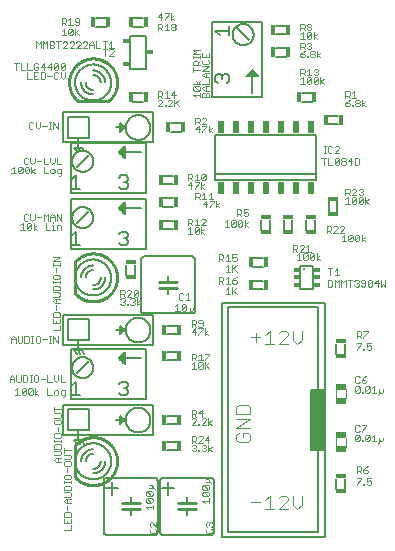
<source format=gto>
G75*
%MOIN*%
%OFA0B0*%
%FSLAX25Y25*%
%IPPOS*%
%LPD*%
%AMOC8*
5,1,8,0,0,1.08239X$1,22.5*
%
%ADD10C,0.00600*%
%ADD11C,0.00800*%
%ADD12R,0.01929X0.04331*%
%ADD13C,0.00200*%
%ADD14R,0.03400X0.01600*%
%ADD15C,0.01000*%
%ADD16C,0.00400*%
%ADD17R,0.03740X0.01969*%
%ADD18C,0.00500*%
%ADD19R,0.01600X0.03400*%
%ADD20R,0.04500X0.19900*%
%ADD21C,0.01181*%
%ADD22R,0.01969X0.01181*%
%ADD23R,0.02300X0.01800*%
D10*
X0056800Y0044050D02*
X0056952Y0044048D01*
X0057103Y0044042D01*
X0057254Y0044033D01*
X0057406Y0044019D01*
X0057556Y0044002D01*
X0057706Y0043981D01*
X0057856Y0043956D01*
X0058005Y0043928D01*
X0058153Y0043895D01*
X0058300Y0043859D01*
X0058447Y0043820D01*
X0058592Y0043776D01*
X0058736Y0043729D01*
X0058879Y0043678D01*
X0059020Y0043624D01*
X0059161Y0043566D01*
X0059299Y0043505D01*
X0059436Y0043440D01*
X0059572Y0043371D01*
X0059705Y0043300D01*
X0059837Y0043225D01*
X0059967Y0043146D01*
X0060094Y0043065D01*
X0060220Y0042980D01*
X0060344Y0042892D01*
X0060465Y0042801D01*
X0060584Y0042707D01*
X0060700Y0042609D01*
X0060814Y0042509D01*
X0060926Y0042407D01*
X0061034Y0042301D01*
X0061140Y0042193D01*
X0061244Y0042082D01*
X0061344Y0041968D01*
X0061442Y0041852D01*
X0061536Y0041733D01*
X0061285Y0042036D02*
X0061383Y0041922D01*
X0061479Y0041806D01*
X0061571Y0041688D01*
X0061661Y0041567D01*
X0061748Y0041444D01*
X0061831Y0041319D01*
X0061911Y0041192D01*
X0061989Y0041063D01*
X0062062Y0040932D01*
X0062133Y0040800D01*
X0062200Y0040665D01*
X0062264Y0040529D01*
X0062324Y0040391D01*
X0062381Y0040252D01*
X0062435Y0040112D01*
X0062485Y0039970D01*
X0062531Y0039827D01*
X0062574Y0039683D01*
X0062613Y0039537D01*
X0062648Y0039391D01*
X0062680Y0039244D01*
X0062708Y0039097D01*
X0062732Y0038948D01*
X0062753Y0038799D01*
X0062770Y0038650D01*
X0062783Y0038500D01*
X0062792Y0038350D01*
X0062798Y0038200D01*
X0062800Y0038050D01*
X0061300Y0032550D02*
X0077300Y0032550D01*
X0077360Y0032548D01*
X0077421Y0032543D01*
X0077480Y0032534D01*
X0077539Y0032521D01*
X0077598Y0032505D01*
X0077655Y0032485D01*
X0077710Y0032462D01*
X0077765Y0032435D01*
X0077817Y0032406D01*
X0077868Y0032373D01*
X0077917Y0032337D01*
X0077963Y0032299D01*
X0078007Y0032257D01*
X0078049Y0032213D01*
X0078087Y0032167D01*
X0078123Y0032118D01*
X0078156Y0032067D01*
X0078185Y0032015D01*
X0078212Y0031960D01*
X0078235Y0031905D01*
X0078255Y0031848D01*
X0078271Y0031789D01*
X0078284Y0031730D01*
X0078293Y0031671D01*
X0078298Y0031610D01*
X0078300Y0031550D01*
X0078300Y0014550D01*
X0079050Y0014550D02*
X0079050Y0031550D01*
X0079052Y0031610D01*
X0079057Y0031671D01*
X0079066Y0031730D01*
X0079079Y0031789D01*
X0079095Y0031848D01*
X0079115Y0031905D01*
X0079138Y0031960D01*
X0079165Y0032015D01*
X0079194Y0032067D01*
X0079227Y0032118D01*
X0079263Y0032167D01*
X0079301Y0032213D01*
X0079343Y0032257D01*
X0079387Y0032299D01*
X0079433Y0032337D01*
X0079482Y0032373D01*
X0079533Y0032406D01*
X0079585Y0032435D01*
X0079640Y0032462D01*
X0079695Y0032485D01*
X0079752Y0032505D01*
X0079811Y0032521D01*
X0079870Y0032534D01*
X0079929Y0032543D01*
X0079990Y0032548D01*
X0080050Y0032550D01*
X0096050Y0032550D01*
X0096110Y0032548D01*
X0096171Y0032543D01*
X0096230Y0032534D01*
X0096289Y0032521D01*
X0096348Y0032505D01*
X0096405Y0032485D01*
X0096460Y0032462D01*
X0096515Y0032435D01*
X0096567Y0032406D01*
X0096618Y0032373D01*
X0096667Y0032337D01*
X0096713Y0032299D01*
X0096757Y0032257D01*
X0096799Y0032213D01*
X0096837Y0032167D01*
X0096873Y0032118D01*
X0096906Y0032067D01*
X0096935Y0032015D01*
X0096962Y0031960D01*
X0096985Y0031905D01*
X0097005Y0031848D01*
X0097021Y0031789D01*
X0097034Y0031730D01*
X0097043Y0031671D01*
X0097048Y0031610D01*
X0097050Y0031550D01*
X0097050Y0014550D01*
X0097048Y0014490D01*
X0097043Y0014429D01*
X0097034Y0014370D01*
X0097021Y0014311D01*
X0097005Y0014252D01*
X0096985Y0014195D01*
X0096962Y0014140D01*
X0096935Y0014085D01*
X0096906Y0014033D01*
X0096873Y0013982D01*
X0096837Y0013933D01*
X0096799Y0013887D01*
X0096757Y0013843D01*
X0096713Y0013801D01*
X0096667Y0013763D01*
X0096618Y0013727D01*
X0096567Y0013694D01*
X0096515Y0013665D01*
X0096460Y0013638D01*
X0096405Y0013615D01*
X0096348Y0013595D01*
X0096289Y0013579D01*
X0096230Y0013566D01*
X0096171Y0013557D01*
X0096110Y0013552D01*
X0096050Y0013550D01*
X0080050Y0013550D01*
X0079990Y0013552D01*
X0079929Y0013557D01*
X0079870Y0013566D01*
X0079811Y0013579D01*
X0079752Y0013595D01*
X0079695Y0013615D01*
X0079640Y0013638D01*
X0079585Y0013665D01*
X0079533Y0013694D01*
X0079482Y0013727D01*
X0079433Y0013763D01*
X0079387Y0013801D01*
X0079343Y0013843D01*
X0079301Y0013887D01*
X0079263Y0013933D01*
X0079227Y0013982D01*
X0079194Y0014033D01*
X0079165Y0014085D01*
X0079138Y0014140D01*
X0079115Y0014195D01*
X0079095Y0014252D01*
X0079079Y0014311D01*
X0079066Y0014370D01*
X0079057Y0014429D01*
X0079052Y0014490D01*
X0079050Y0014550D01*
X0078300Y0014550D02*
X0078298Y0014490D01*
X0078293Y0014429D01*
X0078284Y0014370D01*
X0078271Y0014311D01*
X0078255Y0014252D01*
X0078235Y0014195D01*
X0078212Y0014140D01*
X0078185Y0014085D01*
X0078156Y0014033D01*
X0078123Y0013982D01*
X0078087Y0013933D01*
X0078049Y0013887D01*
X0078007Y0013843D01*
X0077963Y0013801D01*
X0077917Y0013763D01*
X0077868Y0013727D01*
X0077817Y0013694D01*
X0077765Y0013665D01*
X0077710Y0013638D01*
X0077655Y0013615D01*
X0077598Y0013595D01*
X0077539Y0013579D01*
X0077480Y0013566D01*
X0077421Y0013557D01*
X0077360Y0013552D01*
X0077300Y0013550D01*
X0061300Y0013550D01*
X0061240Y0013552D01*
X0061179Y0013557D01*
X0061120Y0013566D01*
X0061061Y0013579D01*
X0061002Y0013595D01*
X0060945Y0013615D01*
X0060890Y0013638D01*
X0060835Y0013665D01*
X0060783Y0013694D01*
X0060732Y0013727D01*
X0060683Y0013763D01*
X0060637Y0013801D01*
X0060593Y0013843D01*
X0060551Y0013887D01*
X0060513Y0013933D01*
X0060477Y0013982D01*
X0060444Y0014033D01*
X0060415Y0014085D01*
X0060388Y0014140D01*
X0060365Y0014195D01*
X0060345Y0014252D01*
X0060329Y0014311D01*
X0060316Y0014370D01*
X0060307Y0014429D01*
X0060302Y0014490D01*
X0060300Y0014550D01*
X0060300Y0031550D01*
X0060302Y0031610D01*
X0060307Y0031671D01*
X0060316Y0031730D01*
X0060329Y0031789D01*
X0060345Y0031848D01*
X0060365Y0031905D01*
X0060388Y0031960D01*
X0060415Y0032015D01*
X0060444Y0032067D01*
X0060477Y0032118D01*
X0060513Y0032167D01*
X0060551Y0032213D01*
X0060593Y0032257D01*
X0060637Y0032299D01*
X0060683Y0032337D01*
X0060732Y0032373D01*
X0060783Y0032406D01*
X0060835Y0032435D01*
X0060890Y0032462D01*
X0060945Y0032485D01*
X0061002Y0032505D01*
X0061061Y0032521D01*
X0061120Y0032534D01*
X0061179Y0032543D01*
X0061240Y0032548D01*
X0061300Y0032550D01*
X0062985Y0031188D02*
X0062985Y0026918D01*
X0060850Y0029053D02*
X0065120Y0029053D01*
X0069300Y0026050D02*
X0069300Y0024550D01*
X0069300Y0024050D01*
X0069300Y0022050D02*
X0069300Y0021550D01*
X0069300Y0020050D01*
X0079600Y0029053D02*
X0083870Y0029053D01*
X0081735Y0031188D02*
X0081735Y0026918D01*
X0088050Y0026050D02*
X0088050Y0024550D01*
X0088050Y0024050D01*
X0088050Y0022050D02*
X0088050Y0021550D01*
X0088050Y0020050D01*
X0084751Y0041648D02*
X0081349Y0041648D01*
X0081349Y0044452D02*
X0084751Y0044452D01*
X0084751Y0050398D02*
X0081349Y0050398D01*
X0081349Y0053202D02*
X0084751Y0053202D01*
X0074300Y0058800D02*
X0074300Y0061300D01*
X0074300Y0072300D01*
X0074300Y0075500D01*
X0049300Y0075500D01*
X0049300Y0072300D01*
X0049300Y0061300D01*
X0049300Y0058800D01*
X0074300Y0058800D01*
X0067300Y0070300D02*
X0067300Y0074300D01*
X0066800Y0073800D01*
X0066800Y0072300D01*
X0066800Y0070800D01*
X0067300Y0070300D01*
X0066800Y0070800D02*
X0066300Y0071300D01*
X0065800Y0071800D01*
X0065800Y0072800D01*
X0066300Y0073300D01*
X0066800Y0073800D01*
X0066300Y0073300D02*
X0066300Y0071300D01*
X0065800Y0071800D02*
X0065300Y0072300D01*
X0066800Y0072300D01*
X0072800Y0072300D01*
X0065800Y0072800D02*
X0065300Y0072300D01*
X0055300Y0071300D02*
X0051300Y0067300D01*
X0049800Y0069300D02*
X0049802Y0069418D01*
X0049808Y0069536D01*
X0049818Y0069654D01*
X0049832Y0069771D01*
X0049850Y0069888D01*
X0049872Y0070005D01*
X0049897Y0070120D01*
X0049927Y0070234D01*
X0049961Y0070348D01*
X0049998Y0070460D01*
X0050039Y0070571D01*
X0050084Y0070680D01*
X0050132Y0070788D01*
X0050184Y0070894D01*
X0050240Y0070999D01*
X0050299Y0071101D01*
X0050361Y0071201D01*
X0050427Y0071299D01*
X0050496Y0071395D01*
X0050569Y0071489D01*
X0050644Y0071580D01*
X0050723Y0071668D01*
X0050804Y0071754D01*
X0050889Y0071837D01*
X0050976Y0071917D01*
X0051065Y0071994D01*
X0051158Y0072068D01*
X0051252Y0072138D01*
X0051349Y0072206D01*
X0051449Y0072270D01*
X0051550Y0072331D01*
X0051653Y0072388D01*
X0051759Y0072442D01*
X0051866Y0072493D01*
X0051974Y0072539D01*
X0052084Y0072582D01*
X0052196Y0072621D01*
X0052309Y0072657D01*
X0052423Y0072688D01*
X0052538Y0072716D01*
X0052653Y0072740D01*
X0052770Y0072760D01*
X0052887Y0072776D01*
X0053005Y0072788D01*
X0053123Y0072796D01*
X0053241Y0072800D01*
X0053359Y0072800D01*
X0053477Y0072796D01*
X0053595Y0072788D01*
X0053713Y0072776D01*
X0053830Y0072760D01*
X0053947Y0072740D01*
X0054062Y0072716D01*
X0054177Y0072688D01*
X0054291Y0072657D01*
X0054404Y0072621D01*
X0054516Y0072582D01*
X0054626Y0072539D01*
X0054734Y0072493D01*
X0054841Y0072442D01*
X0054947Y0072388D01*
X0055050Y0072331D01*
X0055151Y0072270D01*
X0055251Y0072206D01*
X0055348Y0072138D01*
X0055442Y0072068D01*
X0055535Y0071994D01*
X0055624Y0071917D01*
X0055711Y0071837D01*
X0055796Y0071754D01*
X0055877Y0071668D01*
X0055956Y0071580D01*
X0056031Y0071489D01*
X0056104Y0071395D01*
X0056173Y0071299D01*
X0056239Y0071201D01*
X0056301Y0071101D01*
X0056360Y0070999D01*
X0056416Y0070894D01*
X0056468Y0070788D01*
X0056516Y0070680D01*
X0056561Y0070571D01*
X0056602Y0070460D01*
X0056639Y0070348D01*
X0056673Y0070234D01*
X0056703Y0070120D01*
X0056728Y0070005D01*
X0056750Y0069888D01*
X0056768Y0069771D01*
X0056782Y0069654D01*
X0056792Y0069536D01*
X0056798Y0069418D01*
X0056800Y0069300D01*
X0056798Y0069182D01*
X0056792Y0069064D01*
X0056782Y0068946D01*
X0056768Y0068829D01*
X0056750Y0068712D01*
X0056728Y0068595D01*
X0056703Y0068480D01*
X0056673Y0068366D01*
X0056639Y0068252D01*
X0056602Y0068140D01*
X0056561Y0068029D01*
X0056516Y0067920D01*
X0056468Y0067812D01*
X0056416Y0067706D01*
X0056360Y0067601D01*
X0056301Y0067499D01*
X0056239Y0067399D01*
X0056173Y0067301D01*
X0056104Y0067205D01*
X0056031Y0067111D01*
X0055956Y0067020D01*
X0055877Y0066932D01*
X0055796Y0066846D01*
X0055711Y0066763D01*
X0055624Y0066683D01*
X0055535Y0066606D01*
X0055442Y0066532D01*
X0055348Y0066462D01*
X0055251Y0066394D01*
X0055151Y0066330D01*
X0055050Y0066269D01*
X0054947Y0066212D01*
X0054841Y0066158D01*
X0054734Y0066107D01*
X0054626Y0066061D01*
X0054516Y0066018D01*
X0054404Y0065979D01*
X0054291Y0065943D01*
X0054177Y0065912D01*
X0054062Y0065884D01*
X0053947Y0065860D01*
X0053830Y0065840D01*
X0053713Y0065824D01*
X0053595Y0065812D01*
X0053477Y0065804D01*
X0053359Y0065800D01*
X0053241Y0065800D01*
X0053123Y0065804D01*
X0053005Y0065812D01*
X0052887Y0065824D01*
X0052770Y0065840D01*
X0052653Y0065860D01*
X0052538Y0065884D01*
X0052423Y0065912D01*
X0052309Y0065943D01*
X0052196Y0065979D01*
X0052084Y0066018D01*
X0051974Y0066061D01*
X0051866Y0066107D01*
X0051759Y0066158D01*
X0051653Y0066212D01*
X0051550Y0066269D01*
X0051449Y0066330D01*
X0051349Y0066394D01*
X0051252Y0066462D01*
X0051158Y0066532D01*
X0051065Y0066606D01*
X0050976Y0066683D01*
X0050889Y0066763D01*
X0050804Y0066846D01*
X0050723Y0066932D01*
X0050644Y0067020D01*
X0050569Y0067111D01*
X0050496Y0067205D01*
X0050427Y0067301D01*
X0050361Y0067399D01*
X0050299Y0067499D01*
X0050240Y0067601D01*
X0050184Y0067706D01*
X0050132Y0067812D01*
X0050084Y0067920D01*
X0050039Y0068029D01*
X0049998Y0068140D01*
X0049961Y0068252D01*
X0049927Y0068366D01*
X0049897Y0068480D01*
X0049872Y0068595D01*
X0049850Y0068712D01*
X0049832Y0068829D01*
X0049818Y0068946D01*
X0049808Y0069064D01*
X0049802Y0069182D01*
X0049800Y0069300D01*
X0072800Y0088300D02*
X0072800Y0105300D01*
X0072802Y0105360D01*
X0072807Y0105421D01*
X0072816Y0105480D01*
X0072829Y0105539D01*
X0072845Y0105598D01*
X0072865Y0105655D01*
X0072888Y0105710D01*
X0072915Y0105765D01*
X0072944Y0105817D01*
X0072977Y0105868D01*
X0073013Y0105917D01*
X0073051Y0105963D01*
X0073093Y0106007D01*
X0073137Y0106049D01*
X0073183Y0106087D01*
X0073232Y0106123D01*
X0073283Y0106156D01*
X0073335Y0106185D01*
X0073390Y0106212D01*
X0073445Y0106235D01*
X0073502Y0106255D01*
X0073561Y0106271D01*
X0073620Y0106284D01*
X0073679Y0106293D01*
X0073740Y0106298D01*
X0073800Y0106300D01*
X0089800Y0106300D01*
X0089860Y0106298D01*
X0089921Y0106293D01*
X0089980Y0106284D01*
X0090039Y0106271D01*
X0090098Y0106255D01*
X0090155Y0106235D01*
X0090210Y0106212D01*
X0090265Y0106185D01*
X0090317Y0106156D01*
X0090368Y0106123D01*
X0090417Y0106087D01*
X0090463Y0106049D01*
X0090507Y0106007D01*
X0090549Y0105963D01*
X0090587Y0105917D01*
X0090623Y0105868D01*
X0090656Y0105817D01*
X0090685Y0105765D01*
X0090712Y0105710D01*
X0090735Y0105655D01*
X0090755Y0105598D01*
X0090771Y0105539D01*
X0090784Y0105480D01*
X0090793Y0105421D01*
X0090798Y0105360D01*
X0090800Y0105300D01*
X0090800Y0088300D01*
X0090798Y0088240D01*
X0090793Y0088179D01*
X0090784Y0088120D01*
X0090771Y0088061D01*
X0090755Y0088002D01*
X0090735Y0087945D01*
X0090712Y0087890D01*
X0090685Y0087835D01*
X0090656Y0087783D01*
X0090623Y0087732D01*
X0090587Y0087683D01*
X0090549Y0087637D01*
X0090507Y0087593D01*
X0090463Y0087551D01*
X0090417Y0087513D01*
X0090368Y0087477D01*
X0090317Y0087444D01*
X0090265Y0087415D01*
X0090210Y0087388D01*
X0090155Y0087365D01*
X0090098Y0087345D01*
X0090039Y0087329D01*
X0089980Y0087316D01*
X0089921Y0087307D01*
X0089860Y0087302D01*
X0089800Y0087300D01*
X0073800Y0087300D01*
X0073740Y0087302D01*
X0073679Y0087307D01*
X0073620Y0087316D01*
X0073561Y0087329D01*
X0073502Y0087345D01*
X0073445Y0087365D01*
X0073390Y0087388D01*
X0073335Y0087415D01*
X0073283Y0087444D01*
X0073232Y0087477D01*
X0073183Y0087513D01*
X0073137Y0087551D01*
X0073093Y0087593D01*
X0073051Y0087637D01*
X0073013Y0087683D01*
X0072977Y0087732D01*
X0072944Y0087783D01*
X0072915Y0087835D01*
X0072888Y0087890D01*
X0072865Y0087945D01*
X0072845Y0088002D01*
X0072829Y0088061D01*
X0072816Y0088120D01*
X0072807Y0088179D01*
X0072802Y0088240D01*
X0072800Y0088300D01*
X0081349Y0083202D02*
X0084751Y0083202D01*
X0084751Y0080398D02*
X0081349Y0080398D01*
X0081349Y0074452D02*
X0084751Y0074452D01*
X0084751Y0071648D02*
X0081349Y0071648D01*
X0081800Y0093800D02*
X0081800Y0095300D01*
X0081800Y0095800D01*
X0081800Y0097800D02*
X0081800Y0098300D01*
X0081800Y0099800D01*
X0070702Y0100099D02*
X0070702Y0103501D01*
X0067898Y0103501D02*
X0067898Y0100099D01*
X0074300Y0108800D02*
X0074300Y0111300D01*
X0074300Y0122300D01*
X0074300Y0125500D01*
X0049300Y0125500D01*
X0049300Y0122300D01*
X0049300Y0111300D01*
X0049300Y0108800D01*
X0074300Y0108800D01*
X0080099Y0115398D02*
X0083501Y0115398D01*
X0083501Y0118202D02*
X0080099Y0118202D01*
X0080099Y0122898D02*
X0083501Y0122898D01*
X0083501Y0125702D02*
X0080099Y0125702D01*
X0074300Y0127550D02*
X0074300Y0130050D01*
X0074300Y0141050D01*
X0074300Y0144250D01*
X0049300Y0144250D01*
X0049300Y0141050D01*
X0049300Y0130050D01*
X0049300Y0127550D01*
X0074300Y0127550D01*
X0072800Y0122300D02*
X0066800Y0122300D01*
X0066800Y0123800D01*
X0067300Y0124300D01*
X0067300Y0120300D01*
X0066800Y0120800D01*
X0066800Y0122300D01*
X0065300Y0122300D01*
X0065800Y0121800D01*
X0066300Y0121300D01*
X0066800Y0120800D01*
X0066300Y0121300D02*
X0066300Y0123300D01*
X0065800Y0122800D01*
X0065800Y0121800D01*
X0065300Y0122300D02*
X0065800Y0122800D01*
X0066300Y0123300D02*
X0066800Y0123800D01*
X0055300Y0121300D02*
X0051300Y0117300D01*
X0049800Y0119300D02*
X0049802Y0119418D01*
X0049808Y0119536D01*
X0049818Y0119654D01*
X0049832Y0119771D01*
X0049850Y0119888D01*
X0049872Y0120005D01*
X0049897Y0120120D01*
X0049927Y0120234D01*
X0049961Y0120348D01*
X0049998Y0120460D01*
X0050039Y0120571D01*
X0050084Y0120680D01*
X0050132Y0120788D01*
X0050184Y0120894D01*
X0050240Y0120999D01*
X0050299Y0121101D01*
X0050361Y0121201D01*
X0050427Y0121299D01*
X0050496Y0121395D01*
X0050569Y0121489D01*
X0050644Y0121580D01*
X0050723Y0121668D01*
X0050804Y0121754D01*
X0050889Y0121837D01*
X0050976Y0121917D01*
X0051065Y0121994D01*
X0051158Y0122068D01*
X0051252Y0122138D01*
X0051349Y0122206D01*
X0051449Y0122270D01*
X0051550Y0122331D01*
X0051653Y0122388D01*
X0051759Y0122442D01*
X0051866Y0122493D01*
X0051974Y0122539D01*
X0052084Y0122582D01*
X0052196Y0122621D01*
X0052309Y0122657D01*
X0052423Y0122688D01*
X0052538Y0122716D01*
X0052653Y0122740D01*
X0052770Y0122760D01*
X0052887Y0122776D01*
X0053005Y0122788D01*
X0053123Y0122796D01*
X0053241Y0122800D01*
X0053359Y0122800D01*
X0053477Y0122796D01*
X0053595Y0122788D01*
X0053713Y0122776D01*
X0053830Y0122760D01*
X0053947Y0122740D01*
X0054062Y0122716D01*
X0054177Y0122688D01*
X0054291Y0122657D01*
X0054404Y0122621D01*
X0054516Y0122582D01*
X0054626Y0122539D01*
X0054734Y0122493D01*
X0054841Y0122442D01*
X0054947Y0122388D01*
X0055050Y0122331D01*
X0055151Y0122270D01*
X0055251Y0122206D01*
X0055348Y0122138D01*
X0055442Y0122068D01*
X0055535Y0121994D01*
X0055624Y0121917D01*
X0055711Y0121837D01*
X0055796Y0121754D01*
X0055877Y0121668D01*
X0055956Y0121580D01*
X0056031Y0121489D01*
X0056104Y0121395D01*
X0056173Y0121299D01*
X0056239Y0121201D01*
X0056301Y0121101D01*
X0056360Y0120999D01*
X0056416Y0120894D01*
X0056468Y0120788D01*
X0056516Y0120680D01*
X0056561Y0120571D01*
X0056602Y0120460D01*
X0056639Y0120348D01*
X0056673Y0120234D01*
X0056703Y0120120D01*
X0056728Y0120005D01*
X0056750Y0119888D01*
X0056768Y0119771D01*
X0056782Y0119654D01*
X0056792Y0119536D01*
X0056798Y0119418D01*
X0056800Y0119300D01*
X0056798Y0119182D01*
X0056792Y0119064D01*
X0056782Y0118946D01*
X0056768Y0118829D01*
X0056750Y0118712D01*
X0056728Y0118595D01*
X0056703Y0118480D01*
X0056673Y0118366D01*
X0056639Y0118252D01*
X0056602Y0118140D01*
X0056561Y0118029D01*
X0056516Y0117920D01*
X0056468Y0117812D01*
X0056416Y0117706D01*
X0056360Y0117601D01*
X0056301Y0117499D01*
X0056239Y0117399D01*
X0056173Y0117301D01*
X0056104Y0117205D01*
X0056031Y0117111D01*
X0055956Y0117020D01*
X0055877Y0116932D01*
X0055796Y0116846D01*
X0055711Y0116763D01*
X0055624Y0116683D01*
X0055535Y0116606D01*
X0055442Y0116532D01*
X0055348Y0116462D01*
X0055251Y0116394D01*
X0055151Y0116330D01*
X0055050Y0116269D01*
X0054947Y0116212D01*
X0054841Y0116158D01*
X0054734Y0116107D01*
X0054626Y0116061D01*
X0054516Y0116018D01*
X0054404Y0115979D01*
X0054291Y0115943D01*
X0054177Y0115912D01*
X0054062Y0115884D01*
X0053947Y0115860D01*
X0053830Y0115840D01*
X0053713Y0115824D01*
X0053595Y0115812D01*
X0053477Y0115804D01*
X0053359Y0115800D01*
X0053241Y0115800D01*
X0053123Y0115804D01*
X0053005Y0115812D01*
X0052887Y0115824D01*
X0052770Y0115840D01*
X0052653Y0115860D01*
X0052538Y0115884D01*
X0052423Y0115912D01*
X0052309Y0115943D01*
X0052196Y0115979D01*
X0052084Y0116018D01*
X0051974Y0116061D01*
X0051866Y0116107D01*
X0051759Y0116158D01*
X0051653Y0116212D01*
X0051550Y0116269D01*
X0051449Y0116330D01*
X0051349Y0116394D01*
X0051252Y0116462D01*
X0051158Y0116532D01*
X0051065Y0116606D01*
X0050976Y0116683D01*
X0050889Y0116763D01*
X0050804Y0116846D01*
X0050723Y0116932D01*
X0050644Y0117020D01*
X0050569Y0117111D01*
X0050496Y0117205D01*
X0050427Y0117301D01*
X0050361Y0117399D01*
X0050299Y0117499D01*
X0050240Y0117601D01*
X0050184Y0117706D01*
X0050132Y0117812D01*
X0050084Y0117920D01*
X0050039Y0118029D01*
X0049998Y0118140D01*
X0049961Y0118252D01*
X0049927Y0118366D01*
X0049897Y0118480D01*
X0049872Y0118595D01*
X0049850Y0118712D01*
X0049832Y0118829D01*
X0049818Y0118946D01*
X0049808Y0119064D01*
X0049802Y0119182D01*
X0049800Y0119300D01*
X0051300Y0136050D02*
X0055300Y0140050D01*
X0049800Y0138050D02*
X0049802Y0138168D01*
X0049808Y0138286D01*
X0049818Y0138404D01*
X0049832Y0138521D01*
X0049850Y0138638D01*
X0049872Y0138755D01*
X0049897Y0138870D01*
X0049927Y0138984D01*
X0049961Y0139098D01*
X0049998Y0139210D01*
X0050039Y0139321D01*
X0050084Y0139430D01*
X0050132Y0139538D01*
X0050184Y0139644D01*
X0050240Y0139749D01*
X0050299Y0139851D01*
X0050361Y0139951D01*
X0050427Y0140049D01*
X0050496Y0140145D01*
X0050569Y0140239D01*
X0050644Y0140330D01*
X0050723Y0140418D01*
X0050804Y0140504D01*
X0050889Y0140587D01*
X0050976Y0140667D01*
X0051065Y0140744D01*
X0051158Y0140818D01*
X0051252Y0140888D01*
X0051349Y0140956D01*
X0051449Y0141020D01*
X0051550Y0141081D01*
X0051653Y0141138D01*
X0051759Y0141192D01*
X0051866Y0141243D01*
X0051974Y0141289D01*
X0052084Y0141332D01*
X0052196Y0141371D01*
X0052309Y0141407D01*
X0052423Y0141438D01*
X0052538Y0141466D01*
X0052653Y0141490D01*
X0052770Y0141510D01*
X0052887Y0141526D01*
X0053005Y0141538D01*
X0053123Y0141546D01*
X0053241Y0141550D01*
X0053359Y0141550D01*
X0053477Y0141546D01*
X0053595Y0141538D01*
X0053713Y0141526D01*
X0053830Y0141510D01*
X0053947Y0141490D01*
X0054062Y0141466D01*
X0054177Y0141438D01*
X0054291Y0141407D01*
X0054404Y0141371D01*
X0054516Y0141332D01*
X0054626Y0141289D01*
X0054734Y0141243D01*
X0054841Y0141192D01*
X0054947Y0141138D01*
X0055050Y0141081D01*
X0055151Y0141020D01*
X0055251Y0140956D01*
X0055348Y0140888D01*
X0055442Y0140818D01*
X0055535Y0140744D01*
X0055624Y0140667D01*
X0055711Y0140587D01*
X0055796Y0140504D01*
X0055877Y0140418D01*
X0055956Y0140330D01*
X0056031Y0140239D01*
X0056104Y0140145D01*
X0056173Y0140049D01*
X0056239Y0139951D01*
X0056301Y0139851D01*
X0056360Y0139749D01*
X0056416Y0139644D01*
X0056468Y0139538D01*
X0056516Y0139430D01*
X0056561Y0139321D01*
X0056602Y0139210D01*
X0056639Y0139098D01*
X0056673Y0138984D01*
X0056703Y0138870D01*
X0056728Y0138755D01*
X0056750Y0138638D01*
X0056768Y0138521D01*
X0056782Y0138404D01*
X0056792Y0138286D01*
X0056798Y0138168D01*
X0056800Y0138050D01*
X0056798Y0137932D01*
X0056792Y0137814D01*
X0056782Y0137696D01*
X0056768Y0137579D01*
X0056750Y0137462D01*
X0056728Y0137345D01*
X0056703Y0137230D01*
X0056673Y0137116D01*
X0056639Y0137002D01*
X0056602Y0136890D01*
X0056561Y0136779D01*
X0056516Y0136670D01*
X0056468Y0136562D01*
X0056416Y0136456D01*
X0056360Y0136351D01*
X0056301Y0136249D01*
X0056239Y0136149D01*
X0056173Y0136051D01*
X0056104Y0135955D01*
X0056031Y0135861D01*
X0055956Y0135770D01*
X0055877Y0135682D01*
X0055796Y0135596D01*
X0055711Y0135513D01*
X0055624Y0135433D01*
X0055535Y0135356D01*
X0055442Y0135282D01*
X0055348Y0135212D01*
X0055251Y0135144D01*
X0055151Y0135080D01*
X0055050Y0135019D01*
X0054947Y0134962D01*
X0054841Y0134908D01*
X0054734Y0134857D01*
X0054626Y0134811D01*
X0054516Y0134768D01*
X0054404Y0134729D01*
X0054291Y0134693D01*
X0054177Y0134662D01*
X0054062Y0134634D01*
X0053947Y0134610D01*
X0053830Y0134590D01*
X0053713Y0134574D01*
X0053595Y0134562D01*
X0053477Y0134554D01*
X0053359Y0134550D01*
X0053241Y0134550D01*
X0053123Y0134554D01*
X0053005Y0134562D01*
X0052887Y0134574D01*
X0052770Y0134590D01*
X0052653Y0134610D01*
X0052538Y0134634D01*
X0052423Y0134662D01*
X0052309Y0134693D01*
X0052196Y0134729D01*
X0052084Y0134768D01*
X0051974Y0134811D01*
X0051866Y0134857D01*
X0051759Y0134908D01*
X0051653Y0134962D01*
X0051550Y0135019D01*
X0051449Y0135080D01*
X0051349Y0135144D01*
X0051252Y0135212D01*
X0051158Y0135282D01*
X0051065Y0135356D01*
X0050976Y0135433D01*
X0050889Y0135513D01*
X0050804Y0135596D01*
X0050723Y0135682D01*
X0050644Y0135770D01*
X0050569Y0135861D01*
X0050496Y0135955D01*
X0050427Y0136051D01*
X0050361Y0136149D01*
X0050299Y0136249D01*
X0050240Y0136351D01*
X0050184Y0136456D01*
X0050132Y0136562D01*
X0050084Y0136670D01*
X0050039Y0136779D01*
X0049998Y0136890D01*
X0049961Y0137002D01*
X0049927Y0137116D01*
X0049897Y0137230D01*
X0049872Y0137345D01*
X0049850Y0137462D01*
X0049832Y0137579D01*
X0049818Y0137696D01*
X0049808Y0137814D01*
X0049802Y0137932D01*
X0049800Y0138050D01*
X0065300Y0141050D02*
X0066800Y0141050D01*
X0066800Y0142550D01*
X0067300Y0143050D01*
X0067300Y0139050D01*
X0066800Y0139550D01*
X0066800Y0141050D01*
X0072800Y0141050D01*
X0066800Y0139550D02*
X0066300Y0140050D01*
X0065800Y0140550D01*
X0065800Y0141550D01*
X0066300Y0142050D01*
X0066800Y0142550D01*
X0066300Y0142050D02*
X0066300Y0140050D01*
X0065800Y0140550D02*
X0065300Y0141050D01*
X0065800Y0141550D01*
X0080099Y0133202D02*
X0083501Y0133202D01*
X0083501Y0130398D02*
X0080099Y0130398D01*
X0082599Y0147898D02*
X0086001Y0147898D01*
X0086001Y0150702D02*
X0082599Y0150702D01*
X0073501Y0157898D02*
X0070099Y0157898D01*
X0070099Y0160702D02*
X0073501Y0160702D01*
X0053117Y0169036D02*
X0052998Y0168942D01*
X0052882Y0168844D01*
X0052768Y0168744D01*
X0052657Y0168640D01*
X0052549Y0168534D01*
X0052443Y0168426D01*
X0052341Y0168314D01*
X0052241Y0168200D01*
X0052143Y0168084D01*
X0052049Y0167965D01*
X0051958Y0167844D01*
X0051870Y0167720D01*
X0051785Y0167594D01*
X0051704Y0167467D01*
X0051625Y0167337D01*
X0051550Y0167205D01*
X0051479Y0167072D01*
X0051410Y0166936D01*
X0051345Y0166799D01*
X0051284Y0166661D01*
X0051226Y0166520D01*
X0051172Y0166379D01*
X0051121Y0166236D01*
X0051074Y0166092D01*
X0051030Y0165947D01*
X0050991Y0165800D01*
X0050955Y0165653D01*
X0050922Y0165505D01*
X0050894Y0165356D01*
X0050869Y0165206D01*
X0050848Y0165056D01*
X0050831Y0164906D01*
X0050817Y0164754D01*
X0050808Y0164603D01*
X0050802Y0164452D01*
X0050800Y0164300D01*
X0052814Y0168785D02*
X0052928Y0168883D01*
X0053044Y0168979D01*
X0053162Y0169071D01*
X0053283Y0169161D01*
X0053406Y0169248D01*
X0053531Y0169331D01*
X0053658Y0169411D01*
X0053787Y0169489D01*
X0053918Y0169562D01*
X0054050Y0169633D01*
X0054185Y0169700D01*
X0054321Y0169764D01*
X0054459Y0169824D01*
X0054598Y0169881D01*
X0054738Y0169935D01*
X0054880Y0169985D01*
X0055023Y0170031D01*
X0055167Y0170074D01*
X0055313Y0170113D01*
X0055459Y0170148D01*
X0055606Y0170180D01*
X0055753Y0170208D01*
X0055902Y0170232D01*
X0056051Y0170253D01*
X0056200Y0170270D01*
X0056350Y0170283D01*
X0056500Y0170292D01*
X0056650Y0170298D01*
X0056800Y0170300D01*
X0062800Y0164300D02*
X0062798Y0164146D01*
X0062792Y0163992D01*
X0062782Y0163838D01*
X0062768Y0163684D01*
X0062751Y0163531D01*
X0062729Y0163379D01*
X0062703Y0163227D01*
X0062674Y0163075D01*
X0062640Y0162925D01*
X0062603Y0162775D01*
X0062562Y0162627D01*
X0062517Y0162479D01*
X0062468Y0162333D01*
X0062416Y0162188D01*
X0062360Y0162045D01*
X0062300Y0161902D01*
X0062237Y0161762D01*
X0062170Y0161623D01*
X0062099Y0161486D01*
X0062025Y0161351D01*
X0061948Y0161218D01*
X0061867Y0161086D01*
X0061783Y0160957D01*
X0061695Y0160830D01*
X0061604Y0160706D01*
X0061511Y0160584D01*
X0061413Y0160464D01*
X0061313Y0160347D01*
X0061210Y0160232D01*
X0061104Y0160120D01*
X0060996Y0160011D01*
X0060884Y0159905D01*
X0060770Y0159801D01*
X0060653Y0159701D01*
X0060534Y0159603D01*
X0060412Y0159509D01*
X0060287Y0159418D01*
X0056800Y0158300D02*
X0056646Y0158302D01*
X0056491Y0158308D01*
X0056337Y0158318D01*
X0056184Y0158332D01*
X0056030Y0158350D01*
X0055877Y0158371D01*
X0055725Y0158397D01*
X0055574Y0158427D01*
X0055423Y0158460D01*
X0055273Y0158498D01*
X0055124Y0158539D01*
X0054977Y0158584D01*
X0054830Y0158633D01*
X0054685Y0158685D01*
X0054541Y0158741D01*
X0054399Y0158801D01*
X0054258Y0158865D01*
X0054119Y0158932D01*
X0053982Y0159003D01*
X0053847Y0159077D01*
X0053713Y0159155D01*
X0053582Y0159236D01*
X0053453Y0159320D01*
X0053326Y0159408D01*
X0053201Y0159499D01*
X0053079Y0159593D01*
X0052959Y0159691D01*
X0056800Y0158300D02*
X0056952Y0158302D01*
X0057104Y0158308D01*
X0057255Y0158317D01*
X0057406Y0158331D01*
X0057557Y0158348D01*
X0057708Y0158369D01*
X0057857Y0158394D01*
X0058007Y0158423D01*
X0058155Y0158455D01*
X0058302Y0158491D01*
X0058449Y0158531D01*
X0058594Y0158575D01*
X0058739Y0158622D01*
X0058882Y0158673D01*
X0059023Y0158727D01*
X0059164Y0158785D01*
X0059303Y0158847D01*
X0059440Y0158912D01*
X0059575Y0158980D01*
X0059709Y0159052D01*
X0059841Y0159128D01*
X0059971Y0159206D01*
X0060099Y0159288D01*
X0060224Y0159373D01*
X0060348Y0159461D01*
X0060469Y0159553D01*
X0060588Y0159647D01*
X0060705Y0159744D01*
X0056800Y0160300D02*
X0056674Y0160302D01*
X0056549Y0160308D01*
X0056424Y0160318D01*
X0056299Y0160332D01*
X0056174Y0160349D01*
X0056050Y0160371D01*
X0055927Y0160396D01*
X0055805Y0160426D01*
X0055684Y0160459D01*
X0055564Y0160496D01*
X0055445Y0160536D01*
X0055328Y0160581D01*
X0055211Y0160629D01*
X0055097Y0160681D01*
X0054984Y0160736D01*
X0054873Y0160795D01*
X0054764Y0160857D01*
X0054657Y0160923D01*
X0054552Y0160992D01*
X0054449Y0161064D01*
X0054348Y0161139D01*
X0054250Y0161218D01*
X0054155Y0161300D01*
X0054062Y0161384D01*
X0053972Y0161472D01*
X0053884Y0161562D01*
X0053800Y0161655D01*
X0053718Y0161750D01*
X0053639Y0161848D01*
X0053564Y0161949D01*
X0053492Y0162052D01*
X0053423Y0162157D01*
X0053357Y0162264D01*
X0053295Y0162373D01*
X0053236Y0162484D01*
X0053181Y0162597D01*
X0053129Y0162711D01*
X0053081Y0162828D01*
X0053036Y0162945D01*
X0052996Y0163064D01*
X0052959Y0163184D01*
X0052926Y0163305D01*
X0052896Y0163427D01*
X0052871Y0163550D01*
X0052849Y0163674D01*
X0052832Y0163799D01*
X0052818Y0163924D01*
X0052808Y0164049D01*
X0052802Y0164174D01*
X0052800Y0164300D01*
X0056800Y0170300D02*
X0056954Y0170298D01*
X0057109Y0170292D01*
X0057263Y0170282D01*
X0057416Y0170268D01*
X0057570Y0170250D01*
X0057723Y0170229D01*
X0057875Y0170203D01*
X0058026Y0170173D01*
X0058177Y0170140D01*
X0058327Y0170102D01*
X0058476Y0170061D01*
X0058623Y0170016D01*
X0058770Y0169967D01*
X0058915Y0169915D01*
X0059059Y0169859D01*
X0059201Y0169799D01*
X0059342Y0169735D01*
X0059481Y0169668D01*
X0059618Y0169597D01*
X0059753Y0169523D01*
X0059887Y0169445D01*
X0060018Y0169364D01*
X0060147Y0169280D01*
X0060274Y0169192D01*
X0060399Y0169101D01*
X0060521Y0169007D01*
X0060641Y0168909D01*
X0050800Y0164300D02*
X0050802Y0164148D01*
X0050808Y0163997D01*
X0050817Y0163846D01*
X0050831Y0163694D01*
X0050848Y0163544D01*
X0050869Y0163394D01*
X0050894Y0163244D01*
X0050922Y0163095D01*
X0050955Y0162947D01*
X0050991Y0162800D01*
X0051030Y0162653D01*
X0051074Y0162508D01*
X0051121Y0162364D01*
X0051172Y0162221D01*
X0051226Y0162080D01*
X0051284Y0161939D01*
X0051345Y0161801D01*
X0051410Y0161664D01*
X0051479Y0161528D01*
X0051550Y0161395D01*
X0051625Y0161263D01*
X0051704Y0161133D01*
X0051785Y0161006D01*
X0051870Y0160880D01*
X0051958Y0160756D01*
X0052049Y0160635D01*
X0052143Y0160516D01*
X0052241Y0160400D01*
X0052341Y0160286D01*
X0052443Y0160174D01*
X0052549Y0160066D01*
X0052657Y0159960D01*
X0052768Y0159856D01*
X0052882Y0159756D01*
X0052998Y0159658D01*
X0053117Y0159564D01*
X0062800Y0164300D02*
X0062798Y0164450D01*
X0062792Y0164601D01*
X0062783Y0164751D01*
X0062770Y0164900D01*
X0062753Y0165050D01*
X0062732Y0165199D01*
X0062708Y0165347D01*
X0062680Y0165495D01*
X0062648Y0165642D01*
X0062613Y0165788D01*
X0062573Y0165933D01*
X0062531Y0166077D01*
X0062484Y0166220D01*
X0062434Y0166362D01*
X0062381Y0166503D01*
X0062324Y0166642D01*
X0062264Y0166780D01*
X0062200Y0166916D01*
X0062133Y0167050D01*
X0062062Y0167183D01*
X0061988Y0167314D01*
X0061911Y0167443D01*
X0061830Y0167570D01*
X0061747Y0167695D01*
X0061660Y0167818D01*
X0061571Y0167939D01*
X0061478Y0168057D01*
X0061382Y0168173D01*
X0061284Y0168287D01*
X0061183Y0168398D01*
X0061078Y0168507D01*
X0060972Y0168612D01*
X0060862Y0168716D01*
X0060750Y0168816D01*
X0060636Y0168914D01*
X0060519Y0169008D01*
X0060400Y0169100D01*
X0054300Y0164300D02*
X0054302Y0164202D01*
X0054308Y0164104D01*
X0054317Y0164006D01*
X0054331Y0163909D01*
X0054348Y0163812D01*
X0054369Y0163716D01*
X0054394Y0163621D01*
X0054422Y0163527D01*
X0054455Y0163435D01*
X0054490Y0163343D01*
X0054530Y0163253D01*
X0054572Y0163165D01*
X0054619Y0163078D01*
X0054668Y0162994D01*
X0054721Y0162911D01*
X0054777Y0162831D01*
X0054837Y0162752D01*
X0054899Y0162676D01*
X0054964Y0162603D01*
X0055032Y0162532D01*
X0055103Y0162464D01*
X0055176Y0162399D01*
X0055252Y0162337D01*
X0055331Y0162277D01*
X0055411Y0162221D01*
X0055494Y0162168D01*
X0055578Y0162119D01*
X0055665Y0162072D01*
X0055753Y0162030D01*
X0055843Y0161990D01*
X0055935Y0161955D01*
X0056027Y0161922D01*
X0056121Y0161894D01*
X0056216Y0161869D01*
X0056312Y0161848D01*
X0056409Y0161831D01*
X0056506Y0161817D01*
X0056604Y0161808D01*
X0056702Y0161802D01*
X0056800Y0161800D01*
X0060800Y0164300D02*
X0060798Y0164426D01*
X0060792Y0164551D01*
X0060782Y0164676D01*
X0060768Y0164801D01*
X0060751Y0164926D01*
X0060729Y0165050D01*
X0060704Y0165173D01*
X0060674Y0165295D01*
X0060641Y0165416D01*
X0060604Y0165536D01*
X0060564Y0165655D01*
X0060519Y0165772D01*
X0060471Y0165889D01*
X0060419Y0166003D01*
X0060364Y0166116D01*
X0060305Y0166227D01*
X0060243Y0166336D01*
X0060177Y0166443D01*
X0060108Y0166548D01*
X0060036Y0166651D01*
X0059961Y0166752D01*
X0059882Y0166850D01*
X0059800Y0166945D01*
X0059716Y0167038D01*
X0059628Y0167128D01*
X0059538Y0167216D01*
X0059445Y0167300D01*
X0059350Y0167382D01*
X0059252Y0167461D01*
X0059151Y0167536D01*
X0059048Y0167608D01*
X0058943Y0167677D01*
X0058836Y0167743D01*
X0058727Y0167805D01*
X0058616Y0167864D01*
X0058503Y0167919D01*
X0058389Y0167971D01*
X0058272Y0168019D01*
X0058155Y0168064D01*
X0058036Y0168104D01*
X0057916Y0168141D01*
X0057795Y0168174D01*
X0057673Y0168204D01*
X0057550Y0168229D01*
X0057426Y0168251D01*
X0057301Y0168268D01*
X0057176Y0168282D01*
X0057051Y0168292D01*
X0056926Y0168298D01*
X0056800Y0168300D01*
X0056800Y0166800D02*
X0056898Y0166798D01*
X0056996Y0166792D01*
X0057094Y0166783D01*
X0057191Y0166769D01*
X0057288Y0166752D01*
X0057384Y0166731D01*
X0057479Y0166706D01*
X0057573Y0166678D01*
X0057665Y0166645D01*
X0057757Y0166610D01*
X0057847Y0166570D01*
X0057935Y0166528D01*
X0058022Y0166481D01*
X0058106Y0166432D01*
X0058189Y0166379D01*
X0058269Y0166323D01*
X0058348Y0166263D01*
X0058424Y0166201D01*
X0058497Y0166136D01*
X0058568Y0166068D01*
X0058636Y0165997D01*
X0058701Y0165924D01*
X0058763Y0165848D01*
X0058823Y0165769D01*
X0058879Y0165689D01*
X0058932Y0165606D01*
X0058981Y0165522D01*
X0059028Y0165435D01*
X0059070Y0165347D01*
X0059110Y0165257D01*
X0059145Y0165165D01*
X0059178Y0165073D01*
X0059206Y0164979D01*
X0059231Y0164884D01*
X0059252Y0164788D01*
X0059269Y0164691D01*
X0059283Y0164594D01*
X0059292Y0164496D01*
X0059298Y0164398D01*
X0059300Y0164300D01*
X0057599Y0182898D02*
X0061001Y0182898D01*
X0061001Y0185702D02*
X0057599Y0185702D01*
X0070099Y0185702D02*
X0073501Y0185702D01*
X0073501Y0182898D02*
X0070099Y0182898D01*
X0096300Y0184300D02*
X0096300Y0159300D01*
X0098800Y0159300D01*
X0109800Y0159300D01*
X0113000Y0159300D01*
X0113000Y0184300D01*
X0109800Y0184300D01*
X0098800Y0184300D01*
X0096300Y0184300D01*
X0104800Y0182300D02*
X0108800Y0178300D01*
X0103300Y0180300D02*
X0103302Y0180418D01*
X0103308Y0180536D01*
X0103318Y0180654D01*
X0103332Y0180771D01*
X0103350Y0180888D01*
X0103372Y0181005D01*
X0103397Y0181120D01*
X0103427Y0181234D01*
X0103461Y0181348D01*
X0103498Y0181460D01*
X0103539Y0181571D01*
X0103584Y0181680D01*
X0103632Y0181788D01*
X0103684Y0181894D01*
X0103740Y0181999D01*
X0103799Y0182101D01*
X0103861Y0182201D01*
X0103927Y0182299D01*
X0103996Y0182395D01*
X0104069Y0182489D01*
X0104144Y0182580D01*
X0104223Y0182668D01*
X0104304Y0182754D01*
X0104389Y0182837D01*
X0104476Y0182917D01*
X0104565Y0182994D01*
X0104658Y0183068D01*
X0104752Y0183138D01*
X0104849Y0183206D01*
X0104949Y0183270D01*
X0105050Y0183331D01*
X0105153Y0183388D01*
X0105259Y0183442D01*
X0105366Y0183493D01*
X0105474Y0183539D01*
X0105584Y0183582D01*
X0105696Y0183621D01*
X0105809Y0183657D01*
X0105923Y0183688D01*
X0106038Y0183716D01*
X0106153Y0183740D01*
X0106270Y0183760D01*
X0106387Y0183776D01*
X0106505Y0183788D01*
X0106623Y0183796D01*
X0106741Y0183800D01*
X0106859Y0183800D01*
X0106977Y0183796D01*
X0107095Y0183788D01*
X0107213Y0183776D01*
X0107330Y0183760D01*
X0107447Y0183740D01*
X0107562Y0183716D01*
X0107677Y0183688D01*
X0107791Y0183657D01*
X0107904Y0183621D01*
X0108016Y0183582D01*
X0108126Y0183539D01*
X0108234Y0183493D01*
X0108341Y0183442D01*
X0108447Y0183388D01*
X0108550Y0183331D01*
X0108651Y0183270D01*
X0108751Y0183206D01*
X0108848Y0183138D01*
X0108942Y0183068D01*
X0109035Y0182994D01*
X0109124Y0182917D01*
X0109211Y0182837D01*
X0109296Y0182754D01*
X0109377Y0182668D01*
X0109456Y0182580D01*
X0109531Y0182489D01*
X0109604Y0182395D01*
X0109673Y0182299D01*
X0109739Y0182201D01*
X0109801Y0182101D01*
X0109860Y0181999D01*
X0109916Y0181894D01*
X0109968Y0181788D01*
X0110016Y0181680D01*
X0110061Y0181571D01*
X0110102Y0181460D01*
X0110139Y0181348D01*
X0110173Y0181234D01*
X0110203Y0181120D01*
X0110228Y0181005D01*
X0110250Y0180888D01*
X0110268Y0180771D01*
X0110282Y0180654D01*
X0110292Y0180536D01*
X0110298Y0180418D01*
X0110300Y0180300D01*
X0110298Y0180182D01*
X0110292Y0180064D01*
X0110282Y0179946D01*
X0110268Y0179829D01*
X0110250Y0179712D01*
X0110228Y0179595D01*
X0110203Y0179480D01*
X0110173Y0179366D01*
X0110139Y0179252D01*
X0110102Y0179140D01*
X0110061Y0179029D01*
X0110016Y0178920D01*
X0109968Y0178812D01*
X0109916Y0178706D01*
X0109860Y0178601D01*
X0109801Y0178499D01*
X0109739Y0178399D01*
X0109673Y0178301D01*
X0109604Y0178205D01*
X0109531Y0178111D01*
X0109456Y0178020D01*
X0109377Y0177932D01*
X0109296Y0177846D01*
X0109211Y0177763D01*
X0109124Y0177683D01*
X0109035Y0177606D01*
X0108942Y0177532D01*
X0108848Y0177462D01*
X0108751Y0177394D01*
X0108651Y0177330D01*
X0108550Y0177269D01*
X0108447Y0177212D01*
X0108341Y0177158D01*
X0108234Y0177107D01*
X0108126Y0177061D01*
X0108016Y0177018D01*
X0107904Y0176979D01*
X0107791Y0176943D01*
X0107677Y0176912D01*
X0107562Y0176884D01*
X0107447Y0176860D01*
X0107330Y0176840D01*
X0107213Y0176824D01*
X0107095Y0176812D01*
X0106977Y0176804D01*
X0106859Y0176800D01*
X0106741Y0176800D01*
X0106623Y0176804D01*
X0106505Y0176812D01*
X0106387Y0176824D01*
X0106270Y0176840D01*
X0106153Y0176860D01*
X0106038Y0176884D01*
X0105923Y0176912D01*
X0105809Y0176943D01*
X0105696Y0176979D01*
X0105584Y0177018D01*
X0105474Y0177061D01*
X0105366Y0177107D01*
X0105259Y0177158D01*
X0105153Y0177212D01*
X0105050Y0177269D01*
X0104949Y0177330D01*
X0104849Y0177394D01*
X0104752Y0177462D01*
X0104658Y0177532D01*
X0104565Y0177606D01*
X0104476Y0177683D01*
X0104389Y0177763D01*
X0104304Y0177846D01*
X0104223Y0177932D01*
X0104144Y0178020D01*
X0104069Y0178111D01*
X0103996Y0178205D01*
X0103927Y0178301D01*
X0103861Y0178399D01*
X0103799Y0178499D01*
X0103740Y0178601D01*
X0103684Y0178706D01*
X0103632Y0178812D01*
X0103584Y0178920D01*
X0103539Y0179029D01*
X0103498Y0179140D01*
X0103461Y0179252D01*
X0103427Y0179366D01*
X0103397Y0179480D01*
X0103372Y0179595D01*
X0103350Y0179712D01*
X0103332Y0179829D01*
X0103318Y0179946D01*
X0103308Y0180064D01*
X0103302Y0180182D01*
X0103300Y0180300D01*
X0109800Y0168300D02*
X0109800Y0166800D01*
X0111300Y0166800D01*
X0111800Y0166300D01*
X0107800Y0166300D01*
X0108300Y0166800D01*
X0109800Y0166800D01*
X0109800Y0160800D01*
X0108300Y0166800D02*
X0108800Y0167300D01*
X0109300Y0167800D01*
X0110300Y0167800D01*
X0110800Y0167300D01*
X0111300Y0166800D01*
X0110800Y0167300D02*
X0108800Y0167300D01*
X0109300Y0167800D02*
X0109800Y0168300D01*
X0110300Y0167800D01*
X0117599Y0172898D02*
X0121001Y0172898D01*
X0121001Y0175702D02*
X0117599Y0175702D01*
X0117599Y0180398D02*
X0121001Y0180398D01*
X0121001Y0183202D02*
X0117599Y0183202D01*
X0126349Y0160702D02*
X0129751Y0160702D01*
X0129751Y0157898D02*
X0126349Y0157898D01*
X0135099Y0153202D02*
X0138501Y0153202D01*
X0138501Y0150398D02*
X0135099Y0150398D01*
X0135398Y0124751D02*
X0135398Y0121349D01*
X0138202Y0121349D02*
X0138202Y0124751D01*
X0130702Y0118501D02*
X0130702Y0115099D01*
X0127898Y0115099D02*
X0127898Y0118501D01*
X0123202Y0118501D02*
X0123202Y0115099D01*
X0120398Y0115099D02*
X0120398Y0118501D01*
X0115702Y0118501D02*
X0115702Y0115099D01*
X0112898Y0115099D02*
X0112898Y0118501D01*
X0113501Y0105702D02*
X0110099Y0105702D01*
X0110099Y0102898D02*
X0113501Y0102898D01*
X0113501Y0098202D02*
X0110099Y0098202D01*
X0110099Y0095398D02*
X0113501Y0095398D01*
X0137898Y0077251D02*
X0137898Y0073849D01*
X0140702Y0073849D02*
X0140702Y0077251D01*
X0140702Y0032251D02*
X0140702Y0028849D01*
X0137898Y0028849D02*
X0137898Y0032251D01*
X0056800Y0032050D02*
X0056646Y0032052D01*
X0056492Y0032058D01*
X0056338Y0032068D01*
X0056184Y0032082D01*
X0056031Y0032099D01*
X0055879Y0032121D01*
X0055727Y0032147D01*
X0055575Y0032176D01*
X0055425Y0032210D01*
X0055275Y0032247D01*
X0055127Y0032288D01*
X0054979Y0032333D01*
X0054833Y0032382D01*
X0054688Y0032434D01*
X0054545Y0032490D01*
X0054402Y0032550D01*
X0054262Y0032613D01*
X0054123Y0032680D01*
X0053986Y0032751D01*
X0053851Y0032825D01*
X0053718Y0032902D01*
X0053586Y0032983D01*
X0053457Y0033067D01*
X0053330Y0033155D01*
X0053206Y0033246D01*
X0053084Y0033339D01*
X0052964Y0033437D01*
X0052847Y0033537D01*
X0052732Y0033640D01*
X0052620Y0033746D01*
X0052511Y0033854D01*
X0052405Y0033966D01*
X0052301Y0034080D01*
X0052201Y0034197D01*
X0052103Y0034316D01*
X0052009Y0034438D01*
X0051918Y0034563D01*
X0050800Y0038050D02*
X0050802Y0038204D01*
X0050808Y0038359D01*
X0050818Y0038513D01*
X0050832Y0038666D01*
X0050850Y0038820D01*
X0050871Y0038973D01*
X0050897Y0039125D01*
X0050927Y0039276D01*
X0050960Y0039427D01*
X0050998Y0039577D01*
X0051039Y0039726D01*
X0051084Y0039873D01*
X0051133Y0040020D01*
X0051185Y0040165D01*
X0051241Y0040309D01*
X0051301Y0040451D01*
X0051365Y0040592D01*
X0051432Y0040731D01*
X0051503Y0040868D01*
X0051577Y0041003D01*
X0051655Y0041137D01*
X0051736Y0041268D01*
X0051820Y0041397D01*
X0051908Y0041524D01*
X0051999Y0041649D01*
X0052093Y0041771D01*
X0052191Y0041891D01*
X0050800Y0038050D02*
X0050802Y0037898D01*
X0050808Y0037746D01*
X0050817Y0037595D01*
X0050831Y0037444D01*
X0050848Y0037293D01*
X0050869Y0037142D01*
X0050894Y0036993D01*
X0050923Y0036843D01*
X0050955Y0036695D01*
X0050991Y0036548D01*
X0051031Y0036401D01*
X0051075Y0036256D01*
X0051122Y0036111D01*
X0051173Y0035968D01*
X0051227Y0035827D01*
X0051285Y0035686D01*
X0051347Y0035547D01*
X0051412Y0035410D01*
X0051480Y0035275D01*
X0051552Y0035141D01*
X0051628Y0035009D01*
X0051706Y0034879D01*
X0051788Y0034751D01*
X0051873Y0034626D01*
X0051961Y0034502D01*
X0052053Y0034381D01*
X0052147Y0034262D01*
X0052244Y0034145D01*
X0056800Y0032050D02*
X0056950Y0032052D01*
X0057101Y0032058D01*
X0057251Y0032067D01*
X0057400Y0032080D01*
X0057550Y0032097D01*
X0057699Y0032118D01*
X0057847Y0032142D01*
X0057995Y0032170D01*
X0058142Y0032202D01*
X0058288Y0032237D01*
X0058433Y0032277D01*
X0058577Y0032319D01*
X0058720Y0032366D01*
X0058862Y0032416D01*
X0059003Y0032469D01*
X0059142Y0032526D01*
X0059280Y0032586D01*
X0059416Y0032650D01*
X0059550Y0032717D01*
X0059683Y0032788D01*
X0059814Y0032862D01*
X0059943Y0032939D01*
X0060070Y0033020D01*
X0060195Y0033103D01*
X0060318Y0033190D01*
X0060439Y0033279D01*
X0060557Y0033372D01*
X0060673Y0033468D01*
X0060787Y0033566D01*
X0060898Y0033667D01*
X0061007Y0033772D01*
X0061112Y0033878D01*
X0061216Y0033988D01*
X0061316Y0034100D01*
X0061414Y0034214D01*
X0061508Y0034331D01*
X0061600Y0034450D01*
X0056800Y0044050D02*
X0056648Y0044048D01*
X0056497Y0044042D01*
X0056346Y0044033D01*
X0056194Y0044019D01*
X0056044Y0044002D01*
X0055894Y0043981D01*
X0055744Y0043956D01*
X0055595Y0043928D01*
X0055447Y0043895D01*
X0055300Y0043859D01*
X0055153Y0043820D01*
X0055008Y0043776D01*
X0054864Y0043729D01*
X0054721Y0043678D01*
X0054580Y0043624D01*
X0054439Y0043566D01*
X0054301Y0043505D01*
X0054164Y0043440D01*
X0054028Y0043371D01*
X0053895Y0043300D01*
X0053763Y0043225D01*
X0053633Y0043146D01*
X0053506Y0043065D01*
X0053380Y0042980D01*
X0053256Y0042892D01*
X0053135Y0042801D01*
X0053016Y0042707D01*
X0052900Y0042609D01*
X0052786Y0042509D01*
X0052674Y0042407D01*
X0052566Y0042301D01*
X0052460Y0042193D01*
X0052356Y0042082D01*
X0052256Y0041968D01*
X0052158Y0041852D01*
X0052064Y0041733D01*
X0062800Y0038050D02*
X0062798Y0037896D01*
X0062792Y0037741D01*
X0062782Y0037587D01*
X0062768Y0037434D01*
X0062750Y0037280D01*
X0062729Y0037127D01*
X0062703Y0036975D01*
X0062673Y0036824D01*
X0062640Y0036673D01*
X0062602Y0036523D01*
X0062561Y0036374D01*
X0062516Y0036227D01*
X0062467Y0036080D01*
X0062415Y0035935D01*
X0062359Y0035791D01*
X0062299Y0035649D01*
X0062235Y0035508D01*
X0062168Y0035369D01*
X0062097Y0035232D01*
X0062023Y0035097D01*
X0061945Y0034963D01*
X0061864Y0034832D01*
X0061780Y0034703D01*
X0061692Y0034576D01*
X0061601Y0034451D01*
X0061507Y0034329D01*
X0061409Y0034209D01*
X0056800Y0042050D02*
X0056674Y0042048D01*
X0056549Y0042042D01*
X0056424Y0042032D01*
X0056299Y0042018D01*
X0056174Y0042001D01*
X0056050Y0041979D01*
X0055927Y0041954D01*
X0055805Y0041924D01*
X0055684Y0041891D01*
X0055564Y0041854D01*
X0055445Y0041814D01*
X0055328Y0041769D01*
X0055211Y0041721D01*
X0055097Y0041669D01*
X0054984Y0041614D01*
X0054873Y0041555D01*
X0054764Y0041493D01*
X0054657Y0041427D01*
X0054552Y0041358D01*
X0054449Y0041286D01*
X0054348Y0041211D01*
X0054250Y0041132D01*
X0054155Y0041050D01*
X0054062Y0040966D01*
X0053972Y0040878D01*
X0053884Y0040788D01*
X0053800Y0040695D01*
X0053718Y0040600D01*
X0053639Y0040502D01*
X0053564Y0040401D01*
X0053492Y0040298D01*
X0053423Y0040193D01*
X0053357Y0040086D01*
X0053295Y0039977D01*
X0053236Y0039866D01*
X0053181Y0039753D01*
X0053129Y0039639D01*
X0053081Y0039522D01*
X0053036Y0039405D01*
X0052996Y0039286D01*
X0052959Y0039166D01*
X0052926Y0039045D01*
X0052896Y0038923D01*
X0052871Y0038800D01*
X0052849Y0038676D01*
X0052832Y0038551D01*
X0052818Y0038426D01*
X0052808Y0038301D01*
X0052802Y0038176D01*
X0052800Y0038050D01*
X0054300Y0038050D02*
X0054302Y0038148D01*
X0054308Y0038246D01*
X0054317Y0038344D01*
X0054331Y0038441D01*
X0054348Y0038538D01*
X0054369Y0038634D01*
X0054394Y0038729D01*
X0054422Y0038823D01*
X0054455Y0038915D01*
X0054490Y0039007D01*
X0054530Y0039097D01*
X0054572Y0039185D01*
X0054619Y0039272D01*
X0054668Y0039356D01*
X0054721Y0039439D01*
X0054777Y0039519D01*
X0054837Y0039598D01*
X0054899Y0039674D01*
X0054964Y0039747D01*
X0055032Y0039818D01*
X0055103Y0039886D01*
X0055176Y0039951D01*
X0055252Y0040013D01*
X0055331Y0040073D01*
X0055411Y0040129D01*
X0055494Y0040182D01*
X0055578Y0040231D01*
X0055665Y0040278D01*
X0055753Y0040320D01*
X0055843Y0040360D01*
X0055935Y0040395D01*
X0056027Y0040428D01*
X0056121Y0040456D01*
X0056216Y0040481D01*
X0056312Y0040502D01*
X0056409Y0040519D01*
X0056506Y0040533D01*
X0056604Y0040542D01*
X0056702Y0040548D01*
X0056800Y0040550D01*
X0060800Y0038050D02*
X0060798Y0037924D01*
X0060792Y0037799D01*
X0060782Y0037674D01*
X0060768Y0037549D01*
X0060751Y0037424D01*
X0060729Y0037300D01*
X0060704Y0037177D01*
X0060674Y0037055D01*
X0060641Y0036934D01*
X0060604Y0036814D01*
X0060564Y0036695D01*
X0060519Y0036578D01*
X0060471Y0036461D01*
X0060419Y0036347D01*
X0060364Y0036234D01*
X0060305Y0036123D01*
X0060243Y0036014D01*
X0060177Y0035907D01*
X0060108Y0035802D01*
X0060036Y0035699D01*
X0059961Y0035598D01*
X0059882Y0035500D01*
X0059800Y0035405D01*
X0059716Y0035312D01*
X0059628Y0035222D01*
X0059538Y0035134D01*
X0059445Y0035050D01*
X0059350Y0034968D01*
X0059252Y0034889D01*
X0059151Y0034814D01*
X0059048Y0034742D01*
X0058943Y0034673D01*
X0058836Y0034607D01*
X0058727Y0034545D01*
X0058616Y0034486D01*
X0058503Y0034431D01*
X0058389Y0034379D01*
X0058272Y0034331D01*
X0058155Y0034286D01*
X0058036Y0034246D01*
X0057916Y0034209D01*
X0057795Y0034176D01*
X0057673Y0034146D01*
X0057550Y0034121D01*
X0057426Y0034099D01*
X0057301Y0034082D01*
X0057176Y0034068D01*
X0057051Y0034058D01*
X0056926Y0034052D01*
X0056800Y0034050D01*
X0056800Y0035550D02*
X0056898Y0035552D01*
X0056996Y0035558D01*
X0057094Y0035567D01*
X0057191Y0035581D01*
X0057288Y0035598D01*
X0057384Y0035619D01*
X0057479Y0035644D01*
X0057573Y0035672D01*
X0057665Y0035705D01*
X0057757Y0035740D01*
X0057847Y0035780D01*
X0057935Y0035822D01*
X0058022Y0035869D01*
X0058106Y0035918D01*
X0058189Y0035971D01*
X0058269Y0036027D01*
X0058348Y0036087D01*
X0058424Y0036149D01*
X0058497Y0036214D01*
X0058568Y0036282D01*
X0058636Y0036353D01*
X0058701Y0036426D01*
X0058763Y0036502D01*
X0058823Y0036581D01*
X0058879Y0036661D01*
X0058932Y0036744D01*
X0058981Y0036828D01*
X0059028Y0036915D01*
X0059070Y0037003D01*
X0059110Y0037093D01*
X0059145Y0037185D01*
X0059178Y0037277D01*
X0059206Y0037371D01*
X0059231Y0037466D01*
X0059252Y0037562D01*
X0059269Y0037659D01*
X0059283Y0037756D01*
X0059292Y0037854D01*
X0059298Y0037952D01*
X0059300Y0038050D01*
X0050800Y0099300D02*
X0050802Y0099454D01*
X0050808Y0099609D01*
X0050818Y0099763D01*
X0050832Y0099916D01*
X0050850Y0100070D01*
X0050871Y0100223D01*
X0050897Y0100375D01*
X0050927Y0100526D01*
X0050960Y0100677D01*
X0050998Y0100827D01*
X0051039Y0100976D01*
X0051084Y0101123D01*
X0051133Y0101270D01*
X0051185Y0101415D01*
X0051241Y0101559D01*
X0051301Y0101701D01*
X0051365Y0101842D01*
X0051432Y0101981D01*
X0051503Y0102118D01*
X0051577Y0102253D01*
X0051655Y0102387D01*
X0051736Y0102518D01*
X0051820Y0102647D01*
X0051908Y0102774D01*
X0051999Y0102899D01*
X0052093Y0103021D01*
X0052191Y0103141D01*
X0061285Y0103286D02*
X0061383Y0103172D01*
X0061479Y0103056D01*
X0061571Y0102938D01*
X0061661Y0102817D01*
X0061748Y0102694D01*
X0061831Y0102569D01*
X0061911Y0102442D01*
X0061989Y0102313D01*
X0062062Y0102182D01*
X0062133Y0102050D01*
X0062200Y0101915D01*
X0062264Y0101779D01*
X0062324Y0101641D01*
X0062381Y0101502D01*
X0062435Y0101362D01*
X0062485Y0101220D01*
X0062531Y0101077D01*
X0062574Y0100933D01*
X0062613Y0100787D01*
X0062648Y0100641D01*
X0062680Y0100494D01*
X0062708Y0100347D01*
X0062732Y0100198D01*
X0062753Y0100049D01*
X0062770Y0099900D01*
X0062783Y0099750D01*
X0062792Y0099600D01*
X0062798Y0099450D01*
X0062800Y0099300D01*
X0056800Y0093300D02*
X0056646Y0093302D01*
X0056492Y0093308D01*
X0056338Y0093318D01*
X0056184Y0093332D01*
X0056031Y0093349D01*
X0055879Y0093371D01*
X0055727Y0093397D01*
X0055575Y0093426D01*
X0055425Y0093460D01*
X0055275Y0093497D01*
X0055127Y0093538D01*
X0054979Y0093583D01*
X0054833Y0093632D01*
X0054688Y0093684D01*
X0054545Y0093740D01*
X0054402Y0093800D01*
X0054262Y0093863D01*
X0054123Y0093930D01*
X0053986Y0094001D01*
X0053851Y0094075D01*
X0053718Y0094152D01*
X0053586Y0094233D01*
X0053457Y0094317D01*
X0053330Y0094405D01*
X0053206Y0094496D01*
X0053084Y0094589D01*
X0052964Y0094687D01*
X0052847Y0094787D01*
X0052732Y0094890D01*
X0052620Y0094996D01*
X0052511Y0095104D01*
X0052405Y0095216D01*
X0052301Y0095330D01*
X0052201Y0095447D01*
X0052103Y0095566D01*
X0052009Y0095688D01*
X0051918Y0095813D01*
X0056800Y0105300D02*
X0056952Y0105298D01*
X0057103Y0105292D01*
X0057254Y0105283D01*
X0057406Y0105269D01*
X0057556Y0105252D01*
X0057706Y0105231D01*
X0057856Y0105206D01*
X0058005Y0105178D01*
X0058153Y0105145D01*
X0058300Y0105109D01*
X0058447Y0105070D01*
X0058592Y0105026D01*
X0058736Y0104979D01*
X0058879Y0104928D01*
X0059020Y0104874D01*
X0059161Y0104816D01*
X0059299Y0104755D01*
X0059436Y0104690D01*
X0059572Y0104621D01*
X0059705Y0104550D01*
X0059837Y0104475D01*
X0059967Y0104396D01*
X0060094Y0104315D01*
X0060220Y0104230D01*
X0060344Y0104142D01*
X0060465Y0104051D01*
X0060584Y0103957D01*
X0060700Y0103859D01*
X0060814Y0103759D01*
X0060926Y0103657D01*
X0061034Y0103551D01*
X0061140Y0103443D01*
X0061244Y0103332D01*
X0061344Y0103218D01*
X0061442Y0103102D01*
X0061536Y0102983D01*
X0050800Y0099300D02*
X0050802Y0099148D01*
X0050808Y0098996D01*
X0050817Y0098845D01*
X0050831Y0098694D01*
X0050848Y0098543D01*
X0050869Y0098392D01*
X0050894Y0098243D01*
X0050923Y0098093D01*
X0050955Y0097945D01*
X0050991Y0097798D01*
X0051031Y0097651D01*
X0051075Y0097506D01*
X0051122Y0097361D01*
X0051173Y0097218D01*
X0051227Y0097077D01*
X0051285Y0096936D01*
X0051347Y0096797D01*
X0051412Y0096660D01*
X0051480Y0096525D01*
X0051552Y0096391D01*
X0051628Y0096259D01*
X0051706Y0096129D01*
X0051788Y0096001D01*
X0051873Y0095876D01*
X0051961Y0095752D01*
X0052053Y0095631D01*
X0052147Y0095512D01*
X0052244Y0095395D01*
X0056800Y0093300D02*
X0056950Y0093302D01*
X0057101Y0093308D01*
X0057251Y0093317D01*
X0057400Y0093330D01*
X0057550Y0093347D01*
X0057699Y0093368D01*
X0057847Y0093392D01*
X0057995Y0093420D01*
X0058142Y0093452D01*
X0058288Y0093487D01*
X0058433Y0093527D01*
X0058577Y0093569D01*
X0058720Y0093616D01*
X0058862Y0093666D01*
X0059003Y0093719D01*
X0059142Y0093776D01*
X0059280Y0093836D01*
X0059416Y0093900D01*
X0059550Y0093967D01*
X0059683Y0094038D01*
X0059814Y0094112D01*
X0059943Y0094189D01*
X0060070Y0094270D01*
X0060195Y0094353D01*
X0060318Y0094440D01*
X0060439Y0094529D01*
X0060557Y0094622D01*
X0060673Y0094718D01*
X0060787Y0094816D01*
X0060898Y0094917D01*
X0061007Y0095022D01*
X0061112Y0095128D01*
X0061216Y0095238D01*
X0061316Y0095350D01*
X0061414Y0095464D01*
X0061508Y0095581D01*
X0061600Y0095700D01*
X0056800Y0105300D02*
X0056648Y0105298D01*
X0056497Y0105292D01*
X0056346Y0105283D01*
X0056194Y0105269D01*
X0056044Y0105252D01*
X0055894Y0105231D01*
X0055744Y0105206D01*
X0055595Y0105178D01*
X0055447Y0105145D01*
X0055300Y0105109D01*
X0055153Y0105070D01*
X0055008Y0105026D01*
X0054864Y0104979D01*
X0054721Y0104928D01*
X0054580Y0104874D01*
X0054439Y0104816D01*
X0054301Y0104755D01*
X0054164Y0104690D01*
X0054028Y0104621D01*
X0053895Y0104550D01*
X0053763Y0104475D01*
X0053633Y0104396D01*
X0053506Y0104315D01*
X0053380Y0104230D01*
X0053256Y0104142D01*
X0053135Y0104051D01*
X0053016Y0103957D01*
X0052900Y0103859D01*
X0052786Y0103759D01*
X0052674Y0103657D01*
X0052566Y0103551D01*
X0052460Y0103443D01*
X0052356Y0103332D01*
X0052256Y0103218D01*
X0052158Y0103102D01*
X0052064Y0102983D01*
X0062800Y0099300D02*
X0062798Y0099146D01*
X0062792Y0098991D01*
X0062782Y0098837D01*
X0062768Y0098684D01*
X0062750Y0098530D01*
X0062729Y0098377D01*
X0062703Y0098225D01*
X0062673Y0098074D01*
X0062640Y0097923D01*
X0062602Y0097773D01*
X0062561Y0097624D01*
X0062516Y0097477D01*
X0062467Y0097330D01*
X0062415Y0097185D01*
X0062359Y0097041D01*
X0062299Y0096899D01*
X0062235Y0096758D01*
X0062168Y0096619D01*
X0062097Y0096482D01*
X0062023Y0096347D01*
X0061945Y0096213D01*
X0061864Y0096082D01*
X0061780Y0095953D01*
X0061692Y0095826D01*
X0061601Y0095701D01*
X0061507Y0095579D01*
X0061409Y0095459D01*
X0056800Y0103300D02*
X0056674Y0103298D01*
X0056549Y0103292D01*
X0056424Y0103282D01*
X0056299Y0103268D01*
X0056174Y0103251D01*
X0056050Y0103229D01*
X0055927Y0103204D01*
X0055805Y0103174D01*
X0055684Y0103141D01*
X0055564Y0103104D01*
X0055445Y0103064D01*
X0055328Y0103019D01*
X0055211Y0102971D01*
X0055097Y0102919D01*
X0054984Y0102864D01*
X0054873Y0102805D01*
X0054764Y0102743D01*
X0054657Y0102677D01*
X0054552Y0102608D01*
X0054449Y0102536D01*
X0054348Y0102461D01*
X0054250Y0102382D01*
X0054155Y0102300D01*
X0054062Y0102216D01*
X0053972Y0102128D01*
X0053884Y0102038D01*
X0053800Y0101945D01*
X0053718Y0101850D01*
X0053639Y0101752D01*
X0053564Y0101651D01*
X0053492Y0101548D01*
X0053423Y0101443D01*
X0053357Y0101336D01*
X0053295Y0101227D01*
X0053236Y0101116D01*
X0053181Y0101003D01*
X0053129Y0100889D01*
X0053081Y0100772D01*
X0053036Y0100655D01*
X0052996Y0100536D01*
X0052959Y0100416D01*
X0052926Y0100295D01*
X0052896Y0100173D01*
X0052871Y0100050D01*
X0052849Y0099926D01*
X0052832Y0099801D01*
X0052818Y0099676D01*
X0052808Y0099551D01*
X0052802Y0099426D01*
X0052800Y0099300D01*
X0054300Y0099300D02*
X0054302Y0099398D01*
X0054308Y0099496D01*
X0054317Y0099594D01*
X0054331Y0099691D01*
X0054348Y0099788D01*
X0054369Y0099884D01*
X0054394Y0099979D01*
X0054422Y0100073D01*
X0054455Y0100165D01*
X0054490Y0100257D01*
X0054530Y0100347D01*
X0054572Y0100435D01*
X0054619Y0100522D01*
X0054668Y0100606D01*
X0054721Y0100689D01*
X0054777Y0100769D01*
X0054837Y0100848D01*
X0054899Y0100924D01*
X0054964Y0100997D01*
X0055032Y0101068D01*
X0055103Y0101136D01*
X0055176Y0101201D01*
X0055252Y0101263D01*
X0055331Y0101323D01*
X0055411Y0101379D01*
X0055494Y0101432D01*
X0055578Y0101481D01*
X0055665Y0101528D01*
X0055753Y0101570D01*
X0055843Y0101610D01*
X0055935Y0101645D01*
X0056027Y0101678D01*
X0056121Y0101706D01*
X0056216Y0101731D01*
X0056312Y0101752D01*
X0056409Y0101769D01*
X0056506Y0101783D01*
X0056604Y0101792D01*
X0056702Y0101798D01*
X0056800Y0101800D01*
X0060800Y0099300D02*
X0060798Y0099174D01*
X0060792Y0099049D01*
X0060782Y0098924D01*
X0060768Y0098799D01*
X0060751Y0098674D01*
X0060729Y0098550D01*
X0060704Y0098427D01*
X0060674Y0098305D01*
X0060641Y0098184D01*
X0060604Y0098064D01*
X0060564Y0097945D01*
X0060519Y0097828D01*
X0060471Y0097711D01*
X0060419Y0097597D01*
X0060364Y0097484D01*
X0060305Y0097373D01*
X0060243Y0097264D01*
X0060177Y0097157D01*
X0060108Y0097052D01*
X0060036Y0096949D01*
X0059961Y0096848D01*
X0059882Y0096750D01*
X0059800Y0096655D01*
X0059716Y0096562D01*
X0059628Y0096472D01*
X0059538Y0096384D01*
X0059445Y0096300D01*
X0059350Y0096218D01*
X0059252Y0096139D01*
X0059151Y0096064D01*
X0059048Y0095992D01*
X0058943Y0095923D01*
X0058836Y0095857D01*
X0058727Y0095795D01*
X0058616Y0095736D01*
X0058503Y0095681D01*
X0058389Y0095629D01*
X0058272Y0095581D01*
X0058155Y0095536D01*
X0058036Y0095496D01*
X0057916Y0095459D01*
X0057795Y0095426D01*
X0057673Y0095396D01*
X0057550Y0095371D01*
X0057426Y0095349D01*
X0057301Y0095332D01*
X0057176Y0095318D01*
X0057051Y0095308D01*
X0056926Y0095302D01*
X0056800Y0095300D01*
X0056800Y0096800D02*
X0056898Y0096802D01*
X0056996Y0096808D01*
X0057094Y0096817D01*
X0057191Y0096831D01*
X0057288Y0096848D01*
X0057384Y0096869D01*
X0057479Y0096894D01*
X0057573Y0096922D01*
X0057665Y0096955D01*
X0057757Y0096990D01*
X0057847Y0097030D01*
X0057935Y0097072D01*
X0058022Y0097119D01*
X0058106Y0097168D01*
X0058189Y0097221D01*
X0058269Y0097277D01*
X0058348Y0097337D01*
X0058424Y0097399D01*
X0058497Y0097464D01*
X0058568Y0097532D01*
X0058636Y0097603D01*
X0058701Y0097676D01*
X0058763Y0097752D01*
X0058823Y0097831D01*
X0058879Y0097911D01*
X0058932Y0097994D01*
X0058981Y0098078D01*
X0059028Y0098165D01*
X0059070Y0098253D01*
X0059110Y0098343D01*
X0059145Y0098435D01*
X0059178Y0098527D01*
X0059206Y0098621D01*
X0059231Y0098716D01*
X0059252Y0098812D01*
X0059269Y0098909D01*
X0059283Y0099006D01*
X0059292Y0099104D01*
X0059298Y0099202D01*
X0059300Y0099300D01*
D11*
X0097351Y0131820D02*
X0097351Y0133788D01*
X0131249Y0133788D01*
X0131249Y0131820D01*
X0097351Y0131820D01*
X0097351Y0133788D02*
X0097351Y0146780D01*
X0131249Y0146780D01*
X0131249Y0133788D01*
X0130215Y0103237D02*
X0125885Y0103237D01*
X0125885Y0095363D01*
X0130215Y0095363D01*
X0130215Y0103237D01*
D12*
X0129300Y0129261D03*
X0124300Y0129261D03*
X0119300Y0129261D03*
X0114300Y0129261D03*
X0109300Y0129261D03*
X0104300Y0129261D03*
X0099300Y0129261D03*
X0099300Y0149339D03*
X0104300Y0149339D03*
X0109300Y0149339D03*
X0114300Y0149339D03*
X0119300Y0149339D03*
X0124300Y0149339D03*
X0129300Y0149339D03*
D13*
X0044582Y0039266D02*
X0043848Y0038532D01*
X0044582Y0037798D01*
X0046050Y0037798D01*
X0044949Y0037798D02*
X0044949Y0039266D01*
X0044582Y0039266D02*
X0046050Y0039266D01*
X0045683Y0040008D02*
X0046050Y0040374D01*
X0046050Y0041108D01*
X0045683Y0041475D01*
X0043848Y0041475D01*
X0043848Y0042217D02*
X0043848Y0043318D01*
X0044215Y0043685D01*
X0045683Y0043685D01*
X0046050Y0043318D01*
X0046050Y0042217D01*
X0043848Y0042217D01*
X0043848Y0044427D02*
X0043848Y0045161D01*
X0043848Y0044794D02*
X0046050Y0044794D01*
X0046050Y0044427D02*
X0046050Y0045161D01*
X0045683Y0045901D02*
X0046050Y0046268D01*
X0046050Y0047001D01*
X0045683Y0047368D01*
X0044215Y0047368D01*
X0043848Y0047001D01*
X0043848Y0046268D01*
X0044215Y0045901D01*
X0045683Y0045901D01*
X0047148Y0042408D02*
X0047148Y0040940D01*
X0047148Y0041674D02*
X0049350Y0041674D01*
X0048983Y0040198D02*
X0047148Y0040198D01*
X0047148Y0038730D02*
X0048983Y0038730D01*
X0049350Y0039097D01*
X0049350Y0039831D01*
X0048983Y0040198D01*
X0048983Y0037988D02*
X0047515Y0037988D01*
X0047148Y0037621D01*
X0047148Y0036887D01*
X0047515Y0036520D01*
X0048983Y0036520D01*
X0049350Y0036887D01*
X0049350Y0037621D01*
X0048983Y0037988D01*
X0048249Y0035778D02*
X0048249Y0034310D01*
X0047515Y0033568D02*
X0047148Y0033201D01*
X0047148Y0032467D01*
X0047515Y0032100D01*
X0048983Y0032100D01*
X0049350Y0032467D01*
X0049350Y0033201D01*
X0048983Y0033568D01*
X0047515Y0033568D01*
X0047148Y0031361D02*
X0047148Y0030627D01*
X0047148Y0030994D02*
X0049350Y0030994D01*
X0049350Y0030627D02*
X0049350Y0031361D01*
X0048983Y0029885D02*
X0047515Y0029885D01*
X0047148Y0029518D01*
X0047148Y0028417D01*
X0049350Y0028417D01*
X0049350Y0029518D01*
X0048983Y0029885D01*
X0048983Y0027675D02*
X0047148Y0027675D01*
X0047148Y0026207D02*
X0048983Y0026207D01*
X0049350Y0026574D01*
X0049350Y0027308D01*
X0048983Y0027675D01*
X0049350Y0025466D02*
X0047882Y0025466D01*
X0047148Y0024732D01*
X0047882Y0023998D01*
X0049350Y0023998D01*
X0048249Y0023998D02*
X0048249Y0025466D01*
X0048249Y0023256D02*
X0048249Y0021788D01*
X0048983Y0021046D02*
X0047515Y0021046D01*
X0047148Y0020679D01*
X0047148Y0019578D01*
X0049350Y0019578D01*
X0049350Y0020679D01*
X0048983Y0021046D01*
X0049350Y0018836D02*
X0049350Y0017368D01*
X0047148Y0017368D01*
X0047148Y0018836D01*
X0048249Y0018102D02*
X0048249Y0017368D01*
X0049350Y0016626D02*
X0049350Y0015158D01*
X0047148Y0015158D01*
X0045683Y0040008D02*
X0043848Y0040008D01*
X0044949Y0048110D02*
X0044949Y0049578D01*
X0044215Y0050320D02*
X0043848Y0050687D01*
X0043848Y0051421D01*
X0044215Y0051788D01*
X0045683Y0051788D01*
X0046050Y0051421D01*
X0046050Y0050687D01*
X0045683Y0050320D01*
X0044215Y0050320D01*
X0043848Y0052530D02*
X0045683Y0052530D01*
X0046050Y0052897D01*
X0046050Y0053631D01*
X0045683Y0053998D01*
X0043848Y0053998D01*
X0043848Y0054740D02*
X0043848Y0056208D01*
X0043848Y0055474D02*
X0046050Y0055474D01*
X0046674Y0059466D02*
X0047041Y0059466D01*
X0047408Y0059833D01*
X0047408Y0061668D01*
X0046307Y0061668D01*
X0045940Y0061301D01*
X0045940Y0060567D01*
X0046307Y0060200D01*
X0047408Y0060200D01*
X0045198Y0060567D02*
X0045198Y0061301D01*
X0044831Y0061668D01*
X0044097Y0061668D01*
X0043730Y0061301D01*
X0043730Y0060567D01*
X0044097Y0060200D01*
X0044831Y0060200D01*
X0045198Y0060567D01*
X0042988Y0060200D02*
X0041520Y0060200D01*
X0041520Y0062402D01*
X0041520Y0064450D02*
X0042988Y0064450D01*
X0043730Y0065184D02*
X0044464Y0064450D01*
X0045198Y0065184D01*
X0045198Y0066652D01*
X0045940Y0066652D02*
X0045940Y0064450D01*
X0047408Y0064450D01*
X0043730Y0065184D02*
X0043730Y0066652D01*
X0041520Y0066652D02*
X0041520Y0064450D01*
X0040778Y0065551D02*
X0039310Y0065551D01*
X0038568Y0064817D02*
X0038568Y0066285D01*
X0038201Y0066652D01*
X0037468Y0066652D01*
X0037101Y0066285D01*
X0037101Y0064817D01*
X0037468Y0064450D01*
X0038201Y0064450D01*
X0038568Y0064817D01*
X0036361Y0064450D02*
X0035627Y0064450D01*
X0035994Y0064450D02*
X0035994Y0066652D01*
X0035627Y0066652D02*
X0036361Y0066652D01*
X0034885Y0066285D02*
X0034885Y0064817D01*
X0034518Y0064450D01*
X0033417Y0064450D01*
X0033417Y0066652D01*
X0034518Y0066652D01*
X0034885Y0066285D01*
X0032675Y0066652D02*
X0032675Y0064817D01*
X0032308Y0064450D01*
X0031574Y0064450D01*
X0031208Y0064817D01*
X0031208Y0066652D01*
X0030466Y0065918D02*
X0030466Y0064450D01*
X0030466Y0065551D02*
X0028998Y0065551D01*
X0028998Y0065918D02*
X0029732Y0066652D01*
X0030466Y0065918D01*
X0028998Y0065918D02*
X0028998Y0064450D01*
X0031573Y0062402D02*
X0031573Y0060200D01*
X0030839Y0060200D02*
X0032307Y0060200D01*
X0033049Y0060567D02*
X0034517Y0062035D01*
X0034517Y0060567D01*
X0034150Y0060200D01*
X0033416Y0060200D01*
X0033049Y0060567D01*
X0033049Y0062035D01*
X0033416Y0062402D01*
X0034150Y0062402D01*
X0034517Y0062035D01*
X0035259Y0062035D02*
X0035626Y0062402D01*
X0036360Y0062402D01*
X0036727Y0062035D01*
X0035259Y0060567D01*
X0035626Y0060200D01*
X0036360Y0060200D01*
X0036727Y0060567D01*
X0036727Y0062035D01*
X0037469Y0062402D02*
X0037469Y0060200D01*
X0037469Y0060934D02*
X0038570Y0061668D01*
X0037469Y0060934D02*
X0038570Y0060200D01*
X0035259Y0060567D02*
X0035259Y0062035D01*
X0031573Y0062402D02*
X0030839Y0061668D01*
X0030962Y0077550D02*
X0030962Y0079018D01*
X0030228Y0079752D01*
X0029494Y0079018D01*
X0029494Y0077550D01*
X0029494Y0078651D02*
X0030962Y0078651D01*
X0031704Y0077917D02*
X0031704Y0079752D01*
X0033172Y0079752D02*
X0033172Y0077917D01*
X0032805Y0077550D01*
X0032071Y0077550D01*
X0031704Y0077917D01*
X0033914Y0077550D02*
X0033914Y0079752D01*
X0035015Y0079752D01*
X0035382Y0079385D01*
X0035382Y0077917D01*
X0035015Y0077550D01*
X0033914Y0077550D01*
X0036124Y0077550D02*
X0036858Y0077550D01*
X0036491Y0077550D02*
X0036491Y0079752D01*
X0036124Y0079752D02*
X0036858Y0079752D01*
X0037597Y0079385D02*
X0037597Y0077917D01*
X0037964Y0077550D01*
X0038698Y0077550D01*
X0039065Y0077917D01*
X0039065Y0079385D01*
X0038698Y0079752D01*
X0037964Y0079752D01*
X0037597Y0079385D01*
X0039807Y0078651D02*
X0041275Y0078651D01*
X0042017Y0079752D02*
X0042751Y0079752D01*
X0042384Y0079752D02*
X0042384Y0077550D01*
X0042017Y0077550D02*
X0042751Y0077550D01*
X0043490Y0077550D02*
X0043490Y0079752D01*
X0044958Y0077550D01*
X0044958Y0079752D01*
X0045600Y0081855D02*
X0043398Y0081855D01*
X0045600Y0081855D02*
X0045600Y0083323D01*
X0045600Y0084064D02*
X0045600Y0085532D01*
X0045600Y0086274D02*
X0043398Y0086274D01*
X0043398Y0087375D01*
X0043765Y0087742D01*
X0045233Y0087742D01*
X0045600Y0087375D01*
X0045600Y0086274D01*
X0044499Y0084798D02*
X0044499Y0084064D01*
X0043398Y0084064D02*
X0045600Y0084064D01*
X0043398Y0084064D02*
X0043398Y0085532D01*
X0044499Y0088484D02*
X0044499Y0089952D01*
X0044499Y0090694D02*
X0044499Y0092162D01*
X0044132Y0092162D02*
X0045600Y0092162D01*
X0045233Y0092904D02*
X0043398Y0092904D01*
X0044132Y0092162D02*
X0043398Y0091428D01*
X0044132Y0090694D01*
X0045600Y0090694D01*
X0045233Y0092904D02*
X0045600Y0093271D01*
X0045600Y0094005D01*
X0045233Y0094372D01*
X0043398Y0094372D01*
X0043398Y0095114D02*
X0043398Y0096215D01*
X0043765Y0096582D01*
X0045233Y0096582D01*
X0045600Y0096215D01*
X0045600Y0095114D01*
X0043398Y0095114D01*
X0043398Y0097324D02*
X0043398Y0098058D01*
X0043398Y0097691D02*
X0045600Y0097691D01*
X0045600Y0097324D02*
X0045600Y0098058D01*
X0045233Y0098797D02*
X0043765Y0098797D01*
X0043398Y0099164D01*
X0043398Y0099898D01*
X0043765Y0100265D01*
X0045233Y0100265D01*
X0045600Y0099898D01*
X0045600Y0099164D01*
X0045233Y0098797D01*
X0044499Y0101007D02*
X0044499Y0102475D01*
X0043398Y0103217D02*
X0043398Y0103951D01*
X0043398Y0103584D02*
X0045600Y0103584D01*
X0045600Y0103217D02*
X0045600Y0103951D01*
X0045600Y0104690D02*
X0043398Y0104690D01*
X0045600Y0106158D01*
X0043398Y0106158D01*
X0043217Y0115200D02*
X0043951Y0115200D01*
X0043584Y0115200D02*
X0043584Y0116668D01*
X0043217Y0116668D01*
X0043584Y0117402D02*
X0043584Y0117769D01*
X0043948Y0118200D02*
X0043948Y0119668D01*
X0043214Y0120402D01*
X0042480Y0119668D01*
X0042480Y0118200D01*
X0041738Y0118200D02*
X0041738Y0120402D01*
X0041004Y0119668D01*
X0040270Y0120402D01*
X0040270Y0118200D01*
X0041007Y0117402D02*
X0041007Y0115200D01*
X0042475Y0115200D01*
X0044690Y0115200D02*
X0044690Y0116668D01*
X0045791Y0116668D01*
X0046158Y0116301D01*
X0046158Y0115200D01*
X0046158Y0118200D02*
X0046158Y0120402D01*
X0044690Y0120402D02*
X0046158Y0118200D01*
X0044690Y0118200D02*
X0044690Y0120402D01*
X0043948Y0119301D02*
X0042480Y0119301D01*
X0039528Y0119301D02*
X0038060Y0119301D01*
X0037318Y0118934D02*
X0037318Y0120402D01*
X0035851Y0120402D02*
X0035851Y0118934D01*
X0036585Y0118200D01*
X0037318Y0118934D01*
X0036955Y0117402D02*
X0036955Y0115200D01*
X0036955Y0115934D02*
X0038056Y0116668D01*
X0036955Y0115934D02*
X0038056Y0115200D01*
X0036214Y0115567D02*
X0035847Y0115200D01*
X0035113Y0115200D01*
X0034746Y0115567D01*
X0036214Y0117035D01*
X0036214Y0115567D01*
X0036214Y0117035D02*
X0035847Y0117402D01*
X0035113Y0117402D01*
X0034746Y0117035D01*
X0034746Y0115567D01*
X0034004Y0115200D02*
X0032536Y0115200D01*
X0033270Y0115200D02*
X0033270Y0117402D01*
X0032536Y0116668D01*
X0034008Y0118200D02*
X0034742Y0118200D01*
X0035109Y0118567D01*
X0034008Y0118200D02*
X0033641Y0118567D01*
X0033641Y0120035D01*
X0034008Y0120402D01*
X0034742Y0120402D01*
X0035109Y0120035D01*
X0035110Y0133950D02*
X0034376Y0133950D01*
X0034009Y0134317D01*
X0035477Y0135785D01*
X0035477Y0134317D01*
X0035110Y0133950D01*
X0036219Y0133950D02*
X0036219Y0136152D01*
X0035477Y0135785D02*
X0035110Y0136152D01*
X0034376Y0136152D01*
X0034009Y0135785D01*
X0034009Y0134317D01*
X0033267Y0134317D02*
X0032900Y0133950D01*
X0032166Y0133950D01*
X0031799Y0134317D01*
X0033267Y0135785D01*
X0033267Y0134317D01*
X0033267Y0135785D02*
X0032900Y0136152D01*
X0032166Y0136152D01*
X0031799Y0135785D01*
X0031799Y0134317D01*
X0031057Y0133950D02*
X0029589Y0133950D01*
X0030323Y0133950D02*
X0030323Y0136152D01*
X0029589Y0135418D01*
X0033641Y0137317D02*
X0033641Y0138785D01*
X0034008Y0139152D01*
X0034742Y0139152D01*
X0035109Y0138785D01*
X0035851Y0139152D02*
X0035851Y0137684D01*
X0036585Y0136950D01*
X0037318Y0137684D01*
X0037318Y0139152D01*
X0038060Y0138051D02*
X0039528Y0138051D01*
X0040270Y0139152D02*
X0040270Y0136950D01*
X0041738Y0136950D01*
X0042480Y0137684D02*
X0042480Y0139152D01*
X0042480Y0137684D02*
X0043214Y0136950D01*
X0043948Y0137684D01*
X0043948Y0139152D01*
X0044690Y0139152D02*
X0044690Y0136950D01*
X0046158Y0136950D01*
X0046158Y0135418D02*
X0045057Y0135418D01*
X0044690Y0135051D01*
X0044690Y0134317D01*
X0045057Y0133950D01*
X0046158Y0133950D01*
X0046158Y0133583D02*
X0046158Y0135418D01*
X0046158Y0133583D02*
X0045791Y0133216D01*
X0045424Y0133216D01*
X0043948Y0134317D02*
X0043948Y0135051D01*
X0043581Y0135418D01*
X0042847Y0135418D01*
X0042480Y0135051D01*
X0042480Y0134317D01*
X0042847Y0133950D01*
X0043581Y0133950D01*
X0043948Y0134317D01*
X0041738Y0133950D02*
X0040270Y0133950D01*
X0040270Y0136152D01*
X0037320Y0135418D02*
X0036219Y0134684D01*
X0037320Y0133950D01*
X0034742Y0136950D02*
X0034008Y0136950D01*
X0033641Y0137317D01*
X0034742Y0136950D02*
X0035109Y0137317D01*
X0035754Y0148800D02*
X0036488Y0148800D01*
X0036855Y0149167D01*
X0037597Y0149534D02*
X0038331Y0148800D01*
X0039065Y0149534D01*
X0039065Y0151002D01*
X0039807Y0149901D02*
X0041275Y0149901D01*
X0042017Y0151002D02*
X0042751Y0151002D01*
X0042384Y0151002D02*
X0042384Y0148800D01*
X0042017Y0148800D02*
X0042751Y0148800D01*
X0043490Y0148800D02*
X0043490Y0151002D01*
X0044958Y0148800D01*
X0044958Y0151002D01*
X0037597Y0151002D02*
X0037597Y0149534D01*
X0036855Y0150635D02*
X0036488Y0151002D01*
X0035754Y0151002D01*
X0035387Y0150635D01*
X0035387Y0149167D01*
X0035754Y0148800D01*
X0036359Y0165500D02*
X0034891Y0165500D01*
X0034891Y0167702D01*
X0034891Y0168500D02*
X0036359Y0168500D01*
X0037101Y0168867D02*
X0037468Y0168500D01*
X0038201Y0168500D01*
X0038568Y0168867D01*
X0038568Y0169601D01*
X0037834Y0169601D01*
X0037101Y0170335D02*
X0037101Y0168867D01*
X0037101Y0167702D02*
X0037101Y0165500D01*
X0038568Y0165500D01*
X0039310Y0165500D02*
X0040411Y0165500D01*
X0040778Y0165867D01*
X0040778Y0167335D01*
X0040411Y0167702D01*
X0039310Y0167702D01*
X0039310Y0165500D01*
X0037835Y0166601D02*
X0037101Y0166601D01*
X0037101Y0167702D02*
X0038568Y0167702D01*
X0040411Y0168500D02*
X0040411Y0170702D01*
X0039310Y0169601D01*
X0040778Y0169601D01*
X0041520Y0169601D02*
X0042988Y0169601D01*
X0043730Y0170335D02*
X0044097Y0170702D01*
X0044831Y0170702D01*
X0045198Y0170335D01*
X0043730Y0168867D01*
X0044097Y0168500D01*
X0044831Y0168500D01*
X0045198Y0168867D01*
X0045198Y0170335D01*
X0045940Y0170335D02*
X0046307Y0170702D01*
X0047041Y0170702D01*
X0047408Y0170335D01*
X0045940Y0168867D01*
X0046307Y0168500D01*
X0047041Y0168500D01*
X0047408Y0168867D01*
X0047408Y0170335D01*
X0045940Y0170335D02*
X0045940Y0168867D01*
X0045940Y0167702D02*
X0045940Y0166234D01*
X0046674Y0165500D01*
X0047408Y0166234D01*
X0047408Y0167702D01*
X0045198Y0167335D02*
X0044831Y0167702D01*
X0044097Y0167702D01*
X0043730Y0167335D01*
X0043730Y0165867D01*
X0044097Y0165500D01*
X0044831Y0165500D01*
X0045198Y0165867D01*
X0042988Y0166601D02*
X0041520Y0166601D01*
X0042621Y0168500D02*
X0042621Y0170702D01*
X0041520Y0169601D01*
X0043730Y0168867D02*
X0043730Y0170335D01*
X0038568Y0170335D02*
X0038201Y0170702D01*
X0037468Y0170702D01*
X0037101Y0170335D01*
X0034891Y0170702D02*
X0034891Y0168500D01*
X0034149Y0168500D02*
X0032681Y0168500D01*
X0032681Y0170702D01*
X0031939Y0170702D02*
X0030471Y0170702D01*
X0031205Y0170702D02*
X0031205Y0168500D01*
X0037881Y0175750D02*
X0037881Y0177952D01*
X0038615Y0177218D01*
X0039349Y0177952D01*
X0039349Y0175750D01*
X0040091Y0175750D02*
X0040091Y0177952D01*
X0040825Y0177218D01*
X0041559Y0177952D01*
X0041559Y0175750D01*
X0042301Y0175750D02*
X0042301Y0177952D01*
X0043402Y0177952D01*
X0043769Y0177585D01*
X0043769Y0177218D01*
X0043402Y0176851D01*
X0042301Y0176851D01*
X0042301Y0175750D02*
X0043402Y0175750D01*
X0043769Y0176117D01*
X0043769Y0176484D01*
X0043402Y0176851D01*
X0044511Y0177952D02*
X0045979Y0177952D01*
X0045245Y0177952D02*
X0045245Y0175750D01*
X0046721Y0175750D02*
X0048189Y0177218D01*
X0048189Y0177585D01*
X0047822Y0177952D01*
X0047088Y0177952D01*
X0046721Y0177585D01*
X0046721Y0175750D02*
X0048189Y0175750D01*
X0048931Y0175750D02*
X0050399Y0177218D01*
X0050399Y0177585D01*
X0050032Y0177952D01*
X0049298Y0177952D01*
X0048931Y0177585D01*
X0048931Y0175750D02*
X0050399Y0175750D01*
X0051141Y0175750D02*
X0052609Y0177218D01*
X0052609Y0177585D01*
X0052242Y0177952D01*
X0051508Y0177952D01*
X0051141Y0177585D01*
X0051141Y0175750D02*
X0052609Y0175750D01*
X0053350Y0175750D02*
X0054818Y0177218D01*
X0054818Y0177585D01*
X0054451Y0177952D01*
X0053717Y0177952D01*
X0053350Y0177585D01*
X0053350Y0175750D02*
X0054818Y0175750D01*
X0055560Y0175750D02*
X0055560Y0177218D01*
X0056294Y0177952D01*
X0057028Y0177218D01*
X0057028Y0175750D01*
X0057770Y0175750D02*
X0059238Y0175750D01*
X0059980Y0175452D02*
X0061448Y0175452D01*
X0060714Y0175452D02*
X0060714Y0173250D01*
X0062190Y0173250D02*
X0063658Y0174718D01*
X0063658Y0175085D01*
X0063291Y0175452D01*
X0062557Y0175452D01*
X0062190Y0175085D01*
X0062190Y0175750D02*
X0063658Y0175750D01*
X0062924Y0175750D02*
X0062924Y0177952D01*
X0062190Y0177218D01*
X0061448Y0177952D02*
X0059980Y0177952D01*
X0060714Y0177952D02*
X0060714Y0175750D01*
X0062190Y0173250D02*
X0063658Y0173250D01*
X0057770Y0175750D02*
X0057770Y0177952D01*
X0057028Y0176851D02*
X0055560Y0176851D01*
X0052158Y0180000D02*
X0051057Y0181101D01*
X0050690Y0180734D02*
X0052158Y0182202D01*
X0051791Y0183500D02*
X0052158Y0183867D01*
X0052158Y0185335D01*
X0051791Y0185702D01*
X0051057Y0185702D01*
X0050690Y0185335D01*
X0050690Y0184968D01*
X0051057Y0184601D01*
X0052158Y0184601D01*
X0051791Y0183500D02*
X0051057Y0183500D01*
X0050690Y0183867D01*
X0049948Y0183500D02*
X0048480Y0183500D01*
X0049214Y0183500D02*
X0049214Y0185702D01*
X0048480Y0184968D01*
X0047738Y0185335D02*
X0047738Y0184601D01*
X0047371Y0184234D01*
X0046270Y0184234D01*
X0046270Y0183500D02*
X0046270Y0185702D01*
X0047371Y0185702D01*
X0047738Y0185335D01*
X0047004Y0184234D02*
X0047738Y0183500D01*
X0047004Y0182202D02*
X0047004Y0180000D01*
X0046270Y0180000D02*
X0047738Y0180000D01*
X0048480Y0180367D02*
X0049948Y0181835D01*
X0049948Y0180367D01*
X0049581Y0180000D01*
X0048847Y0180000D01*
X0048480Y0180367D01*
X0048480Y0181835D01*
X0048847Y0182202D01*
X0049581Y0182202D01*
X0049948Y0181835D01*
X0050690Y0182202D02*
X0050690Y0180000D01*
X0047004Y0182202D02*
X0046270Y0181468D01*
X0078400Y0181650D02*
X0078400Y0183852D01*
X0079501Y0183852D01*
X0079868Y0183485D01*
X0079868Y0182751D01*
X0079501Y0182384D01*
X0078400Y0182384D01*
X0079134Y0182384D02*
X0079868Y0181650D01*
X0080610Y0181650D02*
X0082078Y0181650D01*
X0081344Y0181650D02*
X0081344Y0183852D01*
X0080610Y0183118D01*
X0080610Y0185150D02*
X0080610Y0185517D01*
X0082078Y0186985D01*
X0082078Y0187352D01*
X0080610Y0187352D01*
X0079501Y0187352D02*
X0078400Y0186251D01*
X0079868Y0186251D01*
X0079501Y0185150D02*
X0079501Y0187352D01*
X0082820Y0187352D02*
X0082820Y0185150D01*
X0082820Y0185884D02*
X0083921Y0186618D01*
X0082820Y0185884D02*
X0083921Y0185150D01*
X0083921Y0183852D02*
X0084288Y0183485D01*
X0084288Y0183118D01*
X0083921Y0182751D01*
X0083187Y0182751D01*
X0082820Y0183118D01*
X0082820Y0183485D01*
X0083187Y0183852D01*
X0083921Y0183852D01*
X0083921Y0182751D02*
X0084288Y0182384D01*
X0084288Y0182017D01*
X0083921Y0181650D01*
X0083187Y0181650D01*
X0082820Y0182017D01*
X0082820Y0182384D01*
X0083187Y0182751D01*
X0090198Y0175232D02*
X0092400Y0175232D01*
X0093198Y0174127D02*
X0093198Y0172659D01*
X0095400Y0172659D01*
X0095400Y0174127D01*
X0094299Y0173393D02*
X0094299Y0172659D01*
X0093565Y0171917D02*
X0093198Y0171550D01*
X0093198Y0170816D01*
X0093565Y0170449D01*
X0095033Y0170449D01*
X0095400Y0170816D01*
X0095400Y0171550D01*
X0095033Y0171917D01*
X0095400Y0169707D02*
X0093198Y0169707D01*
X0092400Y0170081D02*
X0090198Y0170081D01*
X0090198Y0171182D01*
X0090565Y0171549D01*
X0091299Y0171549D01*
X0091666Y0171182D01*
X0091666Y0170081D01*
X0091666Y0170815D02*
X0092400Y0171549D01*
X0092400Y0172291D02*
X0092400Y0173025D01*
X0092400Y0172658D02*
X0090198Y0172658D01*
X0090198Y0172291D02*
X0090198Y0173025D01*
X0090198Y0173764D02*
X0090932Y0174498D01*
X0090198Y0175232D01*
X0090198Y0173764D02*
X0092400Y0173764D01*
X0090198Y0169339D02*
X0090198Y0167871D01*
X0090198Y0168605D02*
X0092400Y0168605D01*
X0093198Y0168240D02*
X0095400Y0169707D01*
X0095400Y0168240D02*
X0093198Y0168240D01*
X0093932Y0167498D02*
X0095400Y0167498D01*
X0094299Y0167498D02*
X0094299Y0166030D01*
X0093932Y0166030D02*
X0095400Y0166030D01*
X0095400Y0165288D02*
X0095400Y0163820D01*
X0093198Y0163820D01*
X0092400Y0163820D02*
X0090198Y0163820D01*
X0090565Y0163078D02*
X0090198Y0162711D01*
X0090198Y0161977D01*
X0090565Y0161610D01*
X0092033Y0161610D01*
X0090565Y0163078D01*
X0092033Y0163078D01*
X0092400Y0162711D01*
X0092400Y0161977D01*
X0092033Y0161610D01*
X0092400Y0160868D02*
X0092400Y0159400D01*
X0092400Y0160134D02*
X0090198Y0160134D01*
X0090932Y0159400D01*
X0093198Y0159400D02*
X0093198Y0160501D01*
X0093565Y0160868D01*
X0093932Y0160868D01*
X0094299Y0160501D01*
X0094299Y0159400D01*
X0095400Y0159400D02*
X0093198Y0159400D01*
X0094299Y0160501D02*
X0094666Y0160868D01*
X0095033Y0160868D01*
X0095400Y0160501D01*
X0095400Y0159400D01*
X0095400Y0161610D02*
X0093932Y0161610D01*
X0093198Y0162344D01*
X0093932Y0163078D01*
X0095400Y0163078D01*
X0094299Y0163078D02*
X0094299Y0161610D01*
X0091666Y0163820D02*
X0090932Y0164921D01*
X0091666Y0163820D02*
X0092400Y0164921D01*
X0093932Y0166030D02*
X0093198Y0166764D01*
X0093932Y0167498D01*
X0084288Y0160251D02*
X0082820Y0160251D01*
X0083921Y0161352D01*
X0083921Y0159150D01*
X0083925Y0158602D02*
X0083925Y0156400D01*
X0083925Y0157134D02*
X0085393Y0158602D01*
X0084292Y0157501D02*
X0085393Y0156400D01*
X0083183Y0156400D02*
X0081715Y0156400D01*
X0083183Y0157868D01*
X0083183Y0158235D01*
X0082816Y0158602D01*
X0082082Y0158602D01*
X0081715Y0158235D01*
X0082078Y0159150D02*
X0080610Y0159150D01*
X0081344Y0159150D02*
X0081344Y0161352D01*
X0080610Y0160618D01*
X0079868Y0160985D02*
X0079868Y0160251D01*
X0079501Y0159884D01*
X0078400Y0159884D01*
X0079134Y0159884D02*
X0079868Y0159150D01*
X0079501Y0158602D02*
X0078767Y0158602D01*
X0078400Y0158235D01*
X0078400Y0159150D02*
X0078400Y0161352D01*
X0079501Y0161352D01*
X0079868Y0160985D01*
X0079501Y0158602D02*
X0079868Y0158235D01*
X0079868Y0157868D01*
X0078400Y0156400D01*
X0079868Y0156400D01*
X0080610Y0156400D02*
X0080977Y0156400D01*
X0080977Y0156767D01*
X0080610Y0156767D01*
X0080610Y0156400D01*
X0090900Y0152602D02*
X0090900Y0150400D01*
X0090900Y0151134D02*
X0092001Y0151134D01*
X0092368Y0151501D01*
X0092368Y0152235D01*
X0092001Y0152602D01*
X0090900Y0152602D01*
X0091634Y0151134D02*
X0092368Y0150400D01*
X0092001Y0149852D02*
X0090900Y0148751D01*
X0092368Y0148751D01*
X0093110Y0148017D02*
X0093110Y0147650D01*
X0093110Y0148017D02*
X0094578Y0149485D01*
X0094578Y0149852D01*
X0093110Y0149852D01*
X0093110Y0150400D02*
X0094578Y0151868D01*
X0094578Y0152235D01*
X0094211Y0152602D01*
X0093477Y0152602D01*
X0093110Y0152235D01*
X0093110Y0150400D02*
X0094578Y0150400D01*
X0095320Y0149852D02*
X0095320Y0147650D01*
X0095320Y0148384D02*
X0096421Y0149118D01*
X0095320Y0148384D02*
X0096421Y0147650D01*
X0092001Y0147650D02*
X0092001Y0149852D01*
X0091344Y0133852D02*
X0091344Y0131650D01*
X0090610Y0131650D02*
X0092078Y0131650D01*
X0092078Y0131102D02*
X0092078Y0130735D01*
X0090610Y0129267D01*
X0090610Y0128900D01*
X0089501Y0128900D02*
X0089501Y0131102D01*
X0088400Y0130001D01*
X0089868Y0130001D01*
X0090610Y0131102D02*
X0092078Y0131102D01*
X0092820Y0131102D02*
X0092820Y0128900D01*
X0092820Y0129634D02*
X0093921Y0130368D01*
X0093921Y0131650D02*
X0093187Y0131650D01*
X0092820Y0132017D01*
X0094288Y0133485D01*
X0094288Y0132017D01*
X0093921Y0131650D01*
X0092820Y0132017D02*
X0092820Y0133485D01*
X0093187Y0133852D01*
X0093921Y0133852D01*
X0094288Y0133485D01*
X0091344Y0133852D02*
X0090610Y0133118D01*
X0089868Y0133485D02*
X0089868Y0132751D01*
X0089501Y0132384D01*
X0088400Y0132384D01*
X0089134Y0132384D02*
X0089868Y0131650D01*
X0088400Y0131650D02*
X0088400Y0133852D01*
X0089501Y0133852D01*
X0089868Y0133485D01*
X0092820Y0129634D02*
X0093921Y0128900D01*
X0093844Y0127602D02*
X0093844Y0125400D01*
X0093110Y0125400D02*
X0094578Y0125400D01*
X0094501Y0124852D02*
X0093400Y0123751D01*
X0094868Y0123751D01*
X0095610Y0123017D02*
X0095610Y0122650D01*
X0095610Y0123017D02*
X0097078Y0124485D01*
X0097078Y0124852D01*
X0095610Y0124852D01*
X0095320Y0125400D02*
X0096788Y0125400D01*
X0096054Y0125400D02*
X0096054Y0127602D01*
X0095320Y0126868D01*
X0093844Y0127602D02*
X0093110Y0126868D01*
X0092368Y0127235D02*
X0092368Y0126501D01*
X0092001Y0126134D01*
X0090900Y0126134D01*
X0091634Y0126134D02*
X0092368Y0125400D01*
X0090900Y0125400D02*
X0090900Y0127602D01*
X0092001Y0127602D01*
X0092368Y0127235D01*
X0094501Y0124852D02*
X0094501Y0122650D01*
X0097820Y0122650D02*
X0097820Y0124852D01*
X0098921Y0124118D02*
X0097820Y0123384D01*
X0098921Y0122650D01*
X0101413Y0118452D02*
X0101413Y0116250D01*
X0100679Y0116250D02*
X0102147Y0116250D01*
X0102889Y0116617D02*
X0104357Y0118085D01*
X0104357Y0116617D01*
X0103990Y0116250D01*
X0103256Y0116250D01*
X0102889Y0116617D01*
X0102889Y0118085D01*
X0103256Y0118452D01*
X0103990Y0118452D01*
X0104357Y0118085D01*
X0105099Y0118085D02*
X0105466Y0118452D01*
X0106199Y0118452D01*
X0106566Y0118085D01*
X0105099Y0116617D01*
X0105466Y0116250D01*
X0106199Y0116250D01*
X0106566Y0116617D01*
X0106566Y0118085D01*
X0107308Y0118452D02*
X0107308Y0116250D01*
X0107308Y0116984D02*
X0108409Y0117718D01*
X0107308Y0116984D02*
X0108409Y0116250D01*
X0105099Y0116617D02*
X0105099Y0118085D01*
X0104730Y0119750D02*
X0104730Y0121952D01*
X0105831Y0121952D01*
X0106198Y0121585D01*
X0106198Y0120851D01*
X0105831Y0120484D01*
X0104730Y0120484D01*
X0105464Y0120484D02*
X0106198Y0119750D01*
X0106940Y0120117D02*
X0107307Y0119750D01*
X0108041Y0119750D01*
X0108408Y0120117D01*
X0108408Y0120851D01*
X0108041Y0121218D01*
X0107674Y0121218D01*
X0106940Y0120851D01*
X0106940Y0121952D01*
X0108408Y0121952D01*
X0101413Y0118452D02*
X0100679Y0117718D01*
X0094288Y0118118D02*
X0094288Y0118485D01*
X0093921Y0118852D01*
X0093187Y0118852D01*
X0092820Y0118485D01*
X0094288Y0118118D02*
X0092820Y0116650D01*
X0094288Y0116650D01*
X0093921Y0115368D02*
X0092820Y0114634D01*
X0093921Y0113900D01*
X0092820Y0113900D02*
X0092820Y0116102D01*
X0092078Y0115735D02*
X0090610Y0114267D01*
X0090977Y0113900D01*
X0091711Y0113900D01*
X0092078Y0114267D01*
X0092078Y0115735D01*
X0091711Y0116102D01*
X0090977Y0116102D01*
X0090610Y0115735D01*
X0090610Y0114267D01*
X0089868Y0113900D02*
X0088400Y0113900D01*
X0089134Y0113900D02*
X0089134Y0116102D01*
X0088400Y0115368D01*
X0088400Y0116650D02*
X0088400Y0118852D01*
X0089501Y0118852D01*
X0089868Y0118485D01*
X0089868Y0117751D01*
X0089501Y0117384D01*
X0088400Y0117384D01*
X0089134Y0117384D02*
X0089868Y0116650D01*
X0090610Y0116650D02*
X0092078Y0116650D01*
X0091344Y0116650D02*
X0091344Y0118852D01*
X0090610Y0118118D01*
X0098770Y0106952D02*
X0099871Y0106952D01*
X0100238Y0106585D01*
X0100238Y0105851D01*
X0099871Y0105484D01*
X0098770Y0105484D01*
X0098770Y0104750D02*
X0098770Y0106952D01*
X0099504Y0105484D02*
X0100238Y0104750D01*
X0100980Y0104750D02*
X0102448Y0104750D01*
X0101714Y0104750D02*
X0101714Y0106952D01*
X0100980Y0106218D01*
X0103190Y0105851D02*
X0103190Y0106952D01*
X0104658Y0106952D01*
X0104291Y0106218D02*
X0103924Y0106218D01*
X0103190Y0105851D01*
X0103190Y0105117D02*
X0103557Y0104750D01*
X0104291Y0104750D01*
X0104658Y0105117D01*
X0104658Y0105851D01*
X0104291Y0106218D01*
X0104658Y0103452D02*
X0103190Y0101984D01*
X0103557Y0102351D02*
X0104658Y0101250D01*
X0103190Y0101250D02*
X0103190Y0103452D01*
X0101714Y0103452D02*
X0101714Y0101250D01*
X0100980Y0101250D02*
X0102448Y0101250D01*
X0101714Y0099452D02*
X0101714Y0097250D01*
X0100980Y0097250D02*
X0102448Y0097250D01*
X0103190Y0097617D02*
X0103557Y0097250D01*
X0104291Y0097250D01*
X0104658Y0097617D01*
X0104658Y0097984D01*
X0104291Y0098351D01*
X0103190Y0098351D01*
X0103190Y0097617D01*
X0103190Y0098351D02*
X0103924Y0099085D01*
X0104658Y0099452D01*
X0101714Y0099452D02*
X0100980Y0098718D01*
X0100238Y0099085D02*
X0100238Y0098351D01*
X0099871Y0097984D01*
X0098770Y0097984D01*
X0098770Y0097250D02*
X0098770Y0099452D01*
X0099871Y0099452D01*
X0100238Y0099085D01*
X0099504Y0097984D02*
X0100238Y0097250D01*
X0101714Y0095952D02*
X0101714Y0093750D01*
X0100980Y0093750D02*
X0102448Y0093750D01*
X0103190Y0093750D02*
X0103190Y0095952D01*
X0103557Y0094851D02*
X0104658Y0093750D01*
X0103190Y0094484D02*
X0104658Y0095952D01*
X0101714Y0095952D02*
X0100980Y0095218D01*
X0100980Y0102718D02*
X0101714Y0103452D01*
X0088344Y0094102D02*
X0088344Y0091900D01*
X0087610Y0091900D02*
X0089078Y0091900D01*
X0087610Y0093368D02*
X0088344Y0094102D01*
X0086868Y0093735D02*
X0086501Y0094102D01*
X0085767Y0094102D01*
X0085400Y0093735D01*
X0085400Y0092267D01*
X0085767Y0091900D01*
X0086501Y0091900D01*
X0086868Y0092267D01*
X0086727Y0090352D02*
X0087461Y0090352D01*
X0087828Y0089985D01*
X0086360Y0088517D01*
X0086727Y0088150D01*
X0087461Y0088150D01*
X0087828Y0088517D01*
X0087828Y0089985D01*
X0086727Y0090352D02*
X0086360Y0089985D01*
X0086360Y0088517D01*
X0085618Y0088150D02*
X0084150Y0088150D01*
X0084884Y0088150D02*
X0084884Y0090352D01*
X0084150Y0089618D01*
X0088937Y0089251D02*
X0088937Y0088517D01*
X0088937Y0087783D01*
X0088570Y0087416D01*
X0089304Y0088150D02*
X0089671Y0088150D01*
X0090038Y0088517D01*
X0090038Y0089251D01*
X0088937Y0088517D02*
X0089304Y0088150D01*
X0089650Y0085102D02*
X0090751Y0085102D01*
X0091118Y0084735D01*
X0091118Y0084001D01*
X0090751Y0083634D01*
X0089650Y0083634D01*
X0090384Y0083634D02*
X0091118Y0082900D01*
X0090751Y0082352D02*
X0089650Y0081251D01*
X0091118Y0081251D01*
X0091860Y0080517D02*
X0091860Y0080150D01*
X0091860Y0080517D02*
X0093328Y0081985D01*
X0093328Y0082352D01*
X0091860Y0082352D01*
X0092227Y0082900D02*
X0091860Y0083267D01*
X0092227Y0082900D02*
X0092961Y0082900D01*
X0093328Y0083267D01*
X0093328Y0084735D01*
X0092961Y0085102D01*
X0092227Y0085102D01*
X0091860Y0084735D01*
X0091860Y0084368D01*
X0092227Y0084001D01*
X0093328Y0084001D01*
X0094070Y0082352D02*
X0094070Y0080150D01*
X0094070Y0080884D02*
X0095171Y0081618D01*
X0094070Y0080884D02*
X0095171Y0080150D01*
X0090751Y0080150D02*
X0090751Y0082352D01*
X0089650Y0082900D02*
X0089650Y0085102D01*
X0089650Y0073852D02*
X0090751Y0073852D01*
X0091118Y0073485D01*
X0091118Y0072751D01*
X0090751Y0072384D01*
X0089650Y0072384D01*
X0090384Y0072384D02*
X0091118Y0071650D01*
X0091860Y0071650D02*
X0093328Y0071650D01*
X0092961Y0071102D02*
X0093328Y0070735D01*
X0091860Y0069267D01*
X0092227Y0068900D01*
X0092961Y0068900D01*
X0093328Y0069267D01*
X0093328Y0070735D01*
X0092961Y0071102D02*
X0092227Y0071102D01*
X0091860Y0070735D01*
X0091860Y0069267D01*
X0091118Y0068900D02*
X0089650Y0068900D01*
X0090384Y0068900D02*
X0090384Y0071102D01*
X0089650Y0070368D01*
X0089650Y0071650D02*
X0089650Y0073852D01*
X0091860Y0073118D02*
X0092594Y0073852D01*
X0092594Y0071650D01*
X0094070Y0071650D02*
X0094070Y0072017D01*
X0095538Y0073485D01*
X0095538Y0073852D01*
X0094070Y0073852D01*
X0094070Y0071102D02*
X0094070Y0068900D01*
X0094070Y0069634D02*
X0095538Y0071102D01*
X0094437Y0070001D02*
X0095538Y0068900D01*
X0092961Y0055102D02*
X0091860Y0054001D01*
X0093328Y0054001D01*
X0092961Y0052900D02*
X0092961Y0055102D01*
X0091118Y0054735D02*
X0091118Y0054001D01*
X0090751Y0053634D01*
X0089650Y0053634D01*
X0090384Y0053634D02*
X0091118Y0052900D01*
X0090751Y0052352D02*
X0090017Y0052352D01*
X0089650Y0051985D01*
X0089650Y0052900D02*
X0089650Y0055102D01*
X0090751Y0055102D01*
X0091118Y0054735D01*
X0090751Y0052352D02*
X0091118Y0051985D01*
X0091118Y0051618D01*
X0089650Y0050150D01*
X0091118Y0050150D01*
X0091860Y0050150D02*
X0092227Y0050150D01*
X0092227Y0050517D01*
X0091860Y0050517D01*
X0091860Y0050150D01*
X0092965Y0050150D02*
X0094433Y0051618D01*
X0094433Y0051985D01*
X0094066Y0052352D01*
X0093332Y0052352D01*
X0092965Y0051985D01*
X0092965Y0050150D02*
X0094433Y0050150D01*
X0095175Y0050150D02*
X0095175Y0052352D01*
X0096276Y0051618D02*
X0095175Y0050884D01*
X0096276Y0050150D01*
X0095171Y0046352D02*
X0094070Y0045251D01*
X0095538Y0045251D01*
X0095171Y0044150D02*
X0095171Y0046352D01*
X0093328Y0045985D02*
X0092961Y0046352D01*
X0092227Y0046352D01*
X0091860Y0045985D01*
X0091118Y0045985D02*
X0091118Y0045251D01*
X0090751Y0044884D01*
X0089650Y0044884D01*
X0090384Y0044884D02*
X0091118Y0044150D01*
X0090751Y0043602D02*
X0090017Y0043602D01*
X0089650Y0043235D01*
X0089650Y0044150D02*
X0089650Y0046352D01*
X0090751Y0046352D01*
X0091118Y0045985D01*
X0091860Y0044150D02*
X0093328Y0045618D01*
X0093328Y0045985D01*
X0093328Y0044150D02*
X0091860Y0044150D01*
X0091118Y0043235D02*
X0091118Y0042868D01*
X0090751Y0042501D01*
X0091118Y0042134D01*
X0091118Y0041767D01*
X0090751Y0041400D01*
X0090017Y0041400D01*
X0089650Y0041767D01*
X0090384Y0042501D02*
X0090751Y0042501D01*
X0091118Y0043235D02*
X0090751Y0043602D01*
X0091860Y0041767D02*
X0092227Y0041767D01*
X0092227Y0041400D01*
X0091860Y0041400D01*
X0091860Y0041767D01*
X0092965Y0041767D02*
X0093332Y0041400D01*
X0094066Y0041400D01*
X0094433Y0041767D01*
X0094433Y0042134D01*
X0094066Y0042501D01*
X0093699Y0042501D01*
X0094066Y0042501D02*
X0094433Y0042868D01*
X0094433Y0043235D01*
X0094066Y0043602D01*
X0093332Y0043602D01*
X0092965Y0043235D01*
X0095175Y0043602D02*
X0095175Y0041400D01*
X0095175Y0042134D02*
X0096276Y0042868D01*
X0095175Y0042134D02*
X0096276Y0041400D01*
X0095083Y0032248D02*
X0094349Y0032248D01*
X0095083Y0032248D02*
X0095450Y0031881D01*
X0095450Y0031514D01*
X0095083Y0031147D01*
X0095817Y0031147D01*
X0096184Y0030780D01*
X0095083Y0031147D02*
X0094349Y0031147D01*
X0093615Y0030038D02*
X0095083Y0028570D01*
X0095450Y0028937D01*
X0095450Y0029671D01*
X0095083Y0030038D01*
X0093615Y0030038D01*
X0093248Y0029671D01*
X0093248Y0028937D01*
X0093615Y0028570D01*
X0095083Y0028570D01*
X0095083Y0027828D02*
X0093615Y0027828D01*
X0095083Y0026360D01*
X0095450Y0026727D01*
X0095450Y0027461D01*
X0095083Y0027828D01*
X0093615Y0027828D02*
X0093248Y0027461D01*
X0093248Y0026727D01*
X0093615Y0026360D01*
X0095083Y0026360D01*
X0095450Y0025618D02*
X0095450Y0024150D01*
X0095450Y0024884D02*
X0093248Y0024884D01*
X0093982Y0024150D01*
X0094765Y0017658D02*
X0095132Y0017658D01*
X0095499Y0017291D01*
X0095866Y0017658D01*
X0096233Y0017658D01*
X0096600Y0017291D01*
X0096600Y0016557D01*
X0096233Y0016190D01*
X0096233Y0015448D02*
X0096600Y0015081D01*
X0096600Y0014347D01*
X0096233Y0013980D01*
X0094765Y0013980D01*
X0094398Y0014347D01*
X0094398Y0015081D01*
X0094765Y0015448D01*
X0094765Y0016190D02*
X0094398Y0016557D01*
X0094398Y0017291D01*
X0094765Y0017658D01*
X0095499Y0017291D02*
X0095499Y0016924D01*
X0077850Y0016190D02*
X0076382Y0017658D01*
X0076015Y0017658D01*
X0075648Y0017291D01*
X0075648Y0016557D01*
X0076015Y0016190D01*
X0076015Y0015448D02*
X0075648Y0015081D01*
X0075648Y0014347D01*
X0076015Y0013980D01*
X0077483Y0013980D01*
X0077850Y0014347D01*
X0077850Y0015081D01*
X0077483Y0015448D01*
X0077850Y0016190D02*
X0077850Y0017658D01*
X0076600Y0022060D02*
X0076600Y0023528D01*
X0076600Y0022794D02*
X0074398Y0022794D01*
X0075132Y0022060D01*
X0074765Y0024270D02*
X0074398Y0024637D01*
X0074398Y0025371D01*
X0074765Y0025738D01*
X0076233Y0024270D01*
X0076600Y0024637D01*
X0076600Y0025371D01*
X0076233Y0025738D01*
X0074765Y0025738D01*
X0074765Y0026480D02*
X0074398Y0026847D01*
X0074398Y0027581D01*
X0074765Y0027948D01*
X0076233Y0026480D01*
X0076600Y0026847D01*
X0076600Y0027581D01*
X0076233Y0027948D01*
X0074765Y0027948D01*
X0075499Y0029057D02*
X0076233Y0029057D01*
X0076967Y0029057D01*
X0077334Y0028690D01*
X0076600Y0029424D02*
X0076600Y0029791D01*
X0076233Y0030158D01*
X0075499Y0030158D01*
X0076233Y0029057D02*
X0076600Y0029424D01*
X0076233Y0026480D02*
X0074765Y0026480D01*
X0074765Y0024270D02*
X0076233Y0024270D01*
X0072526Y0090150D02*
X0071425Y0090884D01*
X0072526Y0091618D01*
X0071425Y0092352D02*
X0071425Y0090150D01*
X0070683Y0090517D02*
X0070316Y0090150D01*
X0069582Y0090150D01*
X0069215Y0090517D01*
X0068477Y0090517D02*
X0068477Y0090150D01*
X0068110Y0090150D01*
X0068110Y0090517D01*
X0068477Y0090517D01*
X0067368Y0090517D02*
X0067001Y0090150D01*
X0066267Y0090150D01*
X0065900Y0090517D01*
X0066634Y0091251D02*
X0067001Y0091251D01*
X0067368Y0090884D01*
X0067368Y0090517D01*
X0067001Y0091251D02*
X0067368Y0091618D01*
X0067368Y0091985D01*
X0067001Y0092352D01*
X0066267Y0092352D01*
X0065900Y0091985D01*
X0065900Y0092900D02*
X0065900Y0095102D01*
X0067001Y0095102D01*
X0067368Y0094735D01*
X0067368Y0094001D01*
X0067001Y0093634D01*
X0065900Y0093634D01*
X0066634Y0093634D02*
X0067368Y0092900D01*
X0068110Y0092900D02*
X0069578Y0094368D01*
X0069578Y0094735D01*
X0069211Y0095102D01*
X0068477Y0095102D01*
X0068110Y0094735D01*
X0068110Y0092900D02*
X0069578Y0092900D01*
X0069582Y0092352D02*
X0070316Y0092352D01*
X0070683Y0091985D01*
X0070683Y0091618D01*
X0070316Y0091251D01*
X0070683Y0090884D01*
X0070683Y0090517D01*
X0070316Y0091251D02*
X0069949Y0091251D01*
X0069215Y0091985D02*
X0069582Y0092352D01*
X0070320Y0093267D02*
X0071788Y0094735D01*
X0071788Y0093267D01*
X0071421Y0092900D01*
X0070687Y0092900D01*
X0070320Y0093267D01*
X0070320Y0094735D01*
X0070687Y0095102D01*
X0071421Y0095102D01*
X0071788Y0094735D01*
X0123400Y0107900D02*
X0123400Y0110102D01*
X0124501Y0110102D01*
X0124868Y0109735D01*
X0124868Y0109001D01*
X0124501Y0108634D01*
X0123400Y0108634D01*
X0124134Y0108634D02*
X0124868Y0107900D01*
X0125610Y0107900D02*
X0127078Y0109368D01*
X0127078Y0109735D01*
X0126711Y0110102D01*
X0125977Y0110102D01*
X0125610Y0109735D01*
X0125610Y0107900D02*
X0127078Y0107900D01*
X0127227Y0107352D02*
X0127961Y0107352D01*
X0128328Y0106985D01*
X0126860Y0105517D01*
X0127227Y0105150D01*
X0127961Y0105150D01*
X0128328Y0105517D01*
X0128328Y0106985D01*
X0129070Y0106985D02*
X0129437Y0107352D01*
X0130171Y0107352D01*
X0130538Y0106985D01*
X0129070Y0105517D01*
X0129437Y0105150D01*
X0130171Y0105150D01*
X0130538Y0105517D01*
X0130538Y0106985D01*
X0131280Y0107352D02*
X0131280Y0105150D01*
X0131280Y0105884D02*
X0132381Y0106618D01*
X0131280Y0105884D02*
X0132381Y0105150D01*
X0135069Y0102311D02*
X0136537Y0102311D01*
X0135803Y0102311D02*
X0135803Y0100109D01*
X0137279Y0100109D02*
X0138747Y0100109D01*
X0138013Y0100109D02*
X0138013Y0102311D01*
X0137279Y0101577D01*
X0137279Y0098472D02*
X0138013Y0097738D01*
X0138747Y0098472D01*
X0138747Y0096270D01*
X0139489Y0096270D02*
X0139489Y0098472D01*
X0140223Y0097738D01*
X0140957Y0098472D01*
X0140957Y0096270D01*
X0142433Y0096270D02*
X0142433Y0098472D01*
X0141699Y0098472D02*
X0143167Y0098472D01*
X0143909Y0098105D02*
X0144276Y0098472D01*
X0145010Y0098472D01*
X0145377Y0098105D01*
X0145377Y0097738D01*
X0145010Y0097371D01*
X0145377Y0097004D01*
X0145377Y0096637D01*
X0145010Y0096270D01*
X0144276Y0096270D01*
X0143909Y0096637D01*
X0144643Y0097371D02*
X0145010Y0097371D01*
X0146119Y0097738D02*
X0146486Y0097371D01*
X0147587Y0097371D01*
X0147587Y0096637D02*
X0147587Y0098105D01*
X0147220Y0098472D01*
X0146486Y0098472D01*
X0146119Y0098105D01*
X0146119Y0097738D01*
X0146119Y0096637D02*
X0146486Y0096270D01*
X0147220Y0096270D01*
X0147587Y0096637D01*
X0148329Y0096637D02*
X0149796Y0098105D01*
X0149796Y0096637D01*
X0149430Y0096270D01*
X0148696Y0096270D01*
X0148329Y0096637D01*
X0148329Y0098105D01*
X0148696Y0098472D01*
X0149430Y0098472D01*
X0149796Y0098105D01*
X0150538Y0097371D02*
X0151639Y0098472D01*
X0151639Y0096270D01*
X0152748Y0096270D02*
X0152748Y0098472D01*
X0152006Y0097371D02*
X0150538Y0097371D01*
X0152748Y0096270D02*
X0153482Y0097004D01*
X0154216Y0096270D01*
X0154216Y0098472D01*
X0147381Y0111400D02*
X0146280Y0112134D01*
X0147381Y0112868D01*
X0146280Y0113602D02*
X0146280Y0111400D01*
X0145538Y0111767D02*
X0145171Y0111400D01*
X0144437Y0111400D01*
X0144070Y0111767D01*
X0145538Y0113235D01*
X0145538Y0111767D01*
X0145538Y0113235D02*
X0145171Y0113602D01*
X0144437Y0113602D01*
X0144070Y0113235D01*
X0144070Y0111767D01*
X0143328Y0111767D02*
X0142961Y0111400D01*
X0142227Y0111400D01*
X0141860Y0111767D01*
X0143328Y0113235D01*
X0143328Y0111767D01*
X0143328Y0113235D02*
X0142961Y0113602D01*
X0142227Y0113602D01*
X0141860Y0113235D01*
X0141860Y0111767D01*
X0141118Y0111400D02*
X0139650Y0111400D01*
X0140384Y0111400D02*
X0140384Y0113602D01*
X0139650Y0112868D01*
X0139070Y0114150D02*
X0140538Y0115618D01*
X0140538Y0115985D01*
X0140171Y0116352D01*
X0139437Y0116352D01*
X0139070Y0115985D01*
X0138328Y0115985D02*
X0137961Y0116352D01*
X0137227Y0116352D01*
X0136860Y0115985D01*
X0136118Y0115985D02*
X0135751Y0116352D01*
X0134650Y0116352D01*
X0134650Y0114150D01*
X0134650Y0114884D02*
X0135751Y0114884D01*
X0136118Y0115251D01*
X0136118Y0115985D01*
X0135384Y0114884D02*
X0136118Y0114150D01*
X0136860Y0114150D02*
X0138328Y0115618D01*
X0138328Y0115985D01*
X0138328Y0114150D02*
X0136860Y0114150D01*
X0139070Y0114150D02*
X0140538Y0114150D01*
X0140900Y0123900D02*
X0142368Y0123900D01*
X0141634Y0123900D02*
X0141634Y0126102D01*
X0140900Y0125368D01*
X0140900Y0126650D02*
X0140900Y0128852D01*
X0142001Y0128852D01*
X0142368Y0128485D01*
X0142368Y0127751D01*
X0142001Y0127384D01*
X0140900Y0127384D01*
X0141634Y0127384D02*
X0142368Y0126650D01*
X0143110Y0126650D02*
X0144578Y0128118D01*
X0144578Y0128485D01*
X0144211Y0128852D01*
X0143477Y0128852D01*
X0143110Y0128485D01*
X0143110Y0126650D02*
X0144578Y0126650D01*
X0144211Y0126102D02*
X0144578Y0125735D01*
X0143110Y0124267D01*
X0143477Y0123900D01*
X0144211Y0123900D01*
X0144578Y0124267D01*
X0144578Y0125735D01*
X0144211Y0126102D02*
X0143477Y0126102D01*
X0143110Y0125735D01*
X0143110Y0124267D01*
X0145320Y0124267D02*
X0145320Y0125735D01*
X0145687Y0126102D01*
X0146421Y0126102D01*
X0146788Y0125735D01*
X0145320Y0124267D01*
X0145687Y0123900D01*
X0146421Y0123900D01*
X0146788Y0124267D01*
X0146788Y0125735D01*
X0147530Y0126102D02*
X0147530Y0123900D01*
X0147530Y0124634D02*
X0148631Y0125368D01*
X0147530Y0124634D02*
X0148631Y0123900D01*
X0146421Y0126650D02*
X0145687Y0126650D01*
X0145320Y0127017D01*
X0146054Y0127751D02*
X0146421Y0127751D01*
X0146788Y0127384D01*
X0146788Y0127017D01*
X0146421Y0126650D01*
X0146421Y0127751D02*
X0146788Y0128118D01*
X0146788Y0128485D01*
X0146421Y0128852D01*
X0145687Y0128852D01*
X0145320Y0128485D01*
X0145050Y0136900D02*
X0143949Y0136900D01*
X0143949Y0139102D01*
X0145050Y0139102D01*
X0145417Y0138735D01*
X0145417Y0137267D01*
X0145050Y0136900D01*
X0143207Y0138001D02*
X0141740Y0138001D01*
X0142840Y0139102D01*
X0142840Y0136900D01*
X0140998Y0137267D02*
X0140631Y0136900D01*
X0139897Y0136900D01*
X0139530Y0137267D01*
X0139530Y0137634D01*
X0139897Y0138001D01*
X0140631Y0138001D01*
X0140998Y0137634D01*
X0140998Y0137267D01*
X0140631Y0138001D02*
X0140998Y0138368D01*
X0140998Y0138735D01*
X0140631Y0139102D01*
X0139897Y0139102D01*
X0139530Y0138735D01*
X0139530Y0138368D01*
X0139897Y0138001D01*
X0138788Y0138735D02*
X0138788Y0137267D01*
X0138421Y0136900D01*
X0137687Y0136900D01*
X0137320Y0137267D01*
X0138788Y0138735D01*
X0138421Y0139102D01*
X0137687Y0139102D01*
X0137320Y0138735D01*
X0137320Y0137267D01*
X0136578Y0136900D02*
X0135110Y0136900D01*
X0135110Y0139102D01*
X0134368Y0139102D02*
X0132900Y0139102D01*
X0133634Y0139102D02*
X0133634Y0136900D01*
X0133650Y0140900D02*
X0134384Y0140900D01*
X0134017Y0140900D02*
X0134017Y0143102D01*
X0133650Y0143102D02*
X0134384Y0143102D01*
X0135123Y0142735D02*
X0135123Y0141267D01*
X0135490Y0140900D01*
X0136224Y0140900D01*
X0136591Y0141267D01*
X0137333Y0140900D02*
X0138801Y0142368D01*
X0138801Y0142735D01*
X0138434Y0143102D01*
X0137700Y0143102D01*
X0137333Y0142735D01*
X0136591Y0142735D02*
X0136224Y0143102D01*
X0135490Y0143102D01*
X0135123Y0142735D01*
X0137333Y0140900D02*
X0138801Y0140900D01*
X0141267Y0156400D02*
X0142001Y0156400D01*
X0142368Y0156767D01*
X0142368Y0157134D01*
X0142001Y0157501D01*
X0140900Y0157501D01*
X0140900Y0156767D01*
X0141267Y0156400D01*
X0140900Y0157501D02*
X0141634Y0158235D01*
X0142368Y0158602D01*
X0142368Y0159150D02*
X0141634Y0159884D01*
X0142001Y0159884D02*
X0140900Y0159884D01*
X0140900Y0159150D02*
X0140900Y0161352D01*
X0142001Y0161352D01*
X0142368Y0160985D01*
X0142368Y0160251D01*
X0142001Y0159884D01*
X0143110Y0160618D02*
X0143844Y0161352D01*
X0143844Y0159150D01*
X0143110Y0159150D02*
X0144578Y0159150D01*
X0144582Y0158602D02*
X0145316Y0158602D01*
X0145683Y0158235D01*
X0145683Y0157868D01*
X0145316Y0157501D01*
X0144582Y0157501D01*
X0144215Y0157868D01*
X0144215Y0158235D01*
X0144582Y0158602D01*
X0144582Y0157501D02*
X0144215Y0157134D01*
X0144215Y0156767D01*
X0144582Y0156400D01*
X0145316Y0156400D01*
X0145683Y0156767D01*
X0145683Y0157134D01*
X0145316Y0157501D01*
X0146425Y0157134D02*
X0147526Y0157868D01*
X0146425Y0158602D02*
X0146425Y0156400D01*
X0146425Y0157134D02*
X0147526Y0156400D01*
X0143477Y0156400D02*
X0143110Y0156400D01*
X0143110Y0156767D01*
X0143477Y0156767D01*
X0143477Y0156400D01*
X0133631Y0163900D02*
X0132530Y0164634D01*
X0133631Y0165368D01*
X0132530Y0166102D02*
X0132530Y0163900D01*
X0131788Y0164267D02*
X0131788Y0165735D01*
X0130320Y0164267D01*
X0130687Y0163900D01*
X0131421Y0163900D01*
X0131788Y0164267D01*
X0131788Y0165735D02*
X0131421Y0166102D01*
X0130687Y0166102D01*
X0130320Y0165735D01*
X0130320Y0164267D01*
X0129578Y0164267D02*
X0129578Y0165735D01*
X0128110Y0164267D01*
X0128477Y0163900D01*
X0129211Y0163900D01*
X0129578Y0164267D01*
X0129578Y0165735D02*
X0129211Y0166102D01*
X0128477Y0166102D01*
X0128110Y0165735D01*
X0128110Y0164267D01*
X0127368Y0163900D02*
X0125900Y0163900D01*
X0126634Y0163900D02*
X0126634Y0166102D01*
X0125900Y0165368D01*
X0125900Y0166650D02*
X0125900Y0168852D01*
X0127001Y0168852D01*
X0127368Y0168485D01*
X0127368Y0167751D01*
X0127001Y0167384D01*
X0125900Y0167384D01*
X0126634Y0167384D02*
X0127368Y0166650D01*
X0128110Y0166650D02*
X0129578Y0166650D01*
X0128844Y0166650D02*
X0128844Y0168852D01*
X0128110Y0168118D01*
X0130320Y0168485D02*
X0130687Y0168852D01*
X0131421Y0168852D01*
X0131788Y0168485D01*
X0131788Y0168118D01*
X0131421Y0167751D01*
X0131788Y0167384D01*
X0131788Y0167017D01*
X0131421Y0166650D01*
X0130687Y0166650D01*
X0130320Y0167017D01*
X0131054Y0167751D02*
X0131421Y0167751D01*
X0131425Y0172650D02*
X0131425Y0174852D01*
X0130683Y0174485D02*
X0130683Y0174118D01*
X0130316Y0173751D01*
X0129582Y0173751D01*
X0129215Y0174118D01*
X0129215Y0174485D01*
X0129582Y0174852D01*
X0130316Y0174852D01*
X0130683Y0174485D01*
X0130316Y0173751D02*
X0130683Y0173384D01*
X0130683Y0173017D01*
X0130316Y0172650D01*
X0129582Y0172650D01*
X0129215Y0173017D01*
X0129215Y0173384D01*
X0129582Y0173751D01*
X0128477Y0173017D02*
X0128477Y0172650D01*
X0128110Y0172650D01*
X0128110Y0173017D01*
X0128477Y0173017D01*
X0127368Y0173017D02*
X0127368Y0173384D01*
X0127001Y0173751D01*
X0125900Y0173751D01*
X0125900Y0173017D01*
X0126267Y0172650D01*
X0127001Y0172650D01*
X0127368Y0173017D01*
X0126634Y0174485D02*
X0125900Y0173751D01*
X0126634Y0174485D02*
X0127368Y0174852D01*
X0127368Y0175400D02*
X0126634Y0176134D01*
X0127001Y0176134D02*
X0125900Y0176134D01*
X0125900Y0175400D02*
X0125900Y0177602D01*
X0127001Y0177602D01*
X0127368Y0177235D01*
X0127368Y0176501D01*
X0127001Y0176134D01*
X0128110Y0175767D02*
X0128477Y0175400D01*
X0129211Y0175400D01*
X0129578Y0175767D01*
X0129578Y0176134D01*
X0129211Y0176501D01*
X0128844Y0176501D01*
X0129211Y0176501D02*
X0129578Y0176868D01*
X0129578Y0177235D01*
X0129211Y0177602D01*
X0128477Y0177602D01*
X0128110Y0177235D01*
X0128477Y0178900D02*
X0128110Y0179267D01*
X0129578Y0180735D01*
X0129578Y0179267D01*
X0129211Y0178900D01*
X0128477Y0178900D01*
X0128110Y0179267D02*
X0128110Y0180735D01*
X0128477Y0181102D01*
X0129211Y0181102D01*
X0129578Y0180735D01*
X0130320Y0181102D02*
X0130320Y0178900D01*
X0130320Y0179634D02*
X0131421Y0180368D01*
X0130320Y0179634D02*
X0131421Y0178900D01*
X0129211Y0181650D02*
X0128477Y0181650D01*
X0128110Y0182017D01*
X0128110Y0182384D01*
X0128477Y0182751D01*
X0129211Y0182751D01*
X0129578Y0182384D01*
X0129578Y0182017D01*
X0129211Y0181650D01*
X0129211Y0182751D02*
X0129578Y0183118D01*
X0129578Y0183485D01*
X0129211Y0183852D01*
X0128477Y0183852D01*
X0128110Y0183485D01*
X0128110Y0183118D01*
X0128477Y0182751D01*
X0127368Y0182751D02*
X0127001Y0182384D01*
X0125900Y0182384D01*
X0126634Y0182384D02*
X0127368Y0181650D01*
X0126634Y0181102D02*
X0126634Y0178900D01*
X0125900Y0178900D02*
X0127368Y0178900D01*
X0125900Y0180368D02*
X0126634Y0181102D01*
X0125900Y0181650D02*
X0125900Y0183852D01*
X0127001Y0183852D01*
X0127368Y0183485D01*
X0127368Y0182751D01*
X0132526Y0174118D02*
X0131425Y0173384D01*
X0132526Y0172650D01*
X0128554Y0110102D02*
X0127820Y0109368D01*
X0128554Y0110102D02*
X0128554Y0107900D01*
X0127820Y0107900D02*
X0129288Y0107900D01*
X0129070Y0106985D02*
X0129070Y0105517D01*
X0126860Y0105517D02*
X0126860Y0106985D01*
X0127227Y0107352D01*
X0125384Y0107352D02*
X0125384Y0105150D01*
X0124650Y0105150D02*
X0126118Y0105150D01*
X0124650Y0106618D02*
X0125384Y0107352D01*
X0135069Y0098472D02*
X0135069Y0096270D01*
X0136170Y0096270D01*
X0136537Y0096637D01*
X0136537Y0098105D01*
X0136170Y0098472D01*
X0135069Y0098472D01*
X0137279Y0098472D02*
X0137279Y0096270D01*
X0144650Y0081352D02*
X0145751Y0081352D01*
X0146118Y0080985D01*
X0146118Y0080251D01*
X0145751Y0079884D01*
X0144650Y0079884D01*
X0145384Y0079884D02*
X0146118Y0079150D01*
X0146860Y0079150D02*
X0146860Y0079517D01*
X0148328Y0080985D01*
X0148328Y0081352D01*
X0146860Y0081352D01*
X0144650Y0081352D02*
X0144650Y0079150D01*
X0144650Y0077352D02*
X0146118Y0077352D01*
X0146118Y0076985D01*
X0144650Y0075517D01*
X0144650Y0075150D01*
X0146860Y0075150D02*
X0147227Y0075150D01*
X0147227Y0075517D01*
X0146860Y0075517D01*
X0146860Y0075150D01*
X0147965Y0075517D02*
X0148332Y0075150D01*
X0149066Y0075150D01*
X0149433Y0075517D01*
X0149433Y0076251D01*
X0149066Y0076618D01*
X0148699Y0076618D01*
X0147965Y0076251D01*
X0147965Y0077352D01*
X0149433Y0077352D01*
X0147828Y0066352D02*
X0147094Y0065985D01*
X0146360Y0065251D01*
X0147461Y0065251D01*
X0147828Y0064884D01*
X0147828Y0064517D01*
X0147461Y0064150D01*
X0146727Y0064150D01*
X0146360Y0064517D01*
X0146360Y0065251D01*
X0145618Y0065985D02*
X0145251Y0066352D01*
X0144517Y0066352D01*
X0144150Y0065985D01*
X0144150Y0064517D01*
X0144517Y0064150D01*
X0145251Y0064150D01*
X0145618Y0064517D01*
X0145251Y0063102D02*
X0145618Y0062735D01*
X0144150Y0061267D01*
X0144517Y0060900D01*
X0145251Y0060900D01*
X0145618Y0061267D01*
X0145618Y0062735D01*
X0145251Y0063102D02*
X0144517Y0063102D01*
X0144150Y0062735D01*
X0144150Y0061267D01*
X0146360Y0061267D02*
X0146727Y0061267D01*
X0146727Y0060900D01*
X0146360Y0060900D01*
X0146360Y0061267D01*
X0147465Y0061267D02*
X0148933Y0062735D01*
X0148933Y0061267D01*
X0148566Y0060900D01*
X0147832Y0060900D01*
X0147465Y0061267D01*
X0147465Y0062735D01*
X0147832Y0063102D01*
X0148566Y0063102D01*
X0148933Y0062735D01*
X0149675Y0062368D02*
X0150409Y0063102D01*
X0150409Y0060900D01*
X0149675Y0060900D02*
X0151143Y0060900D01*
X0151885Y0060166D02*
X0152252Y0060533D01*
X0152252Y0061267D01*
X0152619Y0060900D01*
X0152986Y0060900D01*
X0153352Y0061267D01*
X0153352Y0062001D01*
X0152252Y0062001D02*
X0152252Y0061267D01*
X0147828Y0050102D02*
X0147828Y0049735D01*
X0146360Y0048267D01*
X0146360Y0047900D01*
X0145618Y0048267D02*
X0145251Y0047900D01*
X0144517Y0047900D01*
X0144150Y0048267D01*
X0144150Y0049735D01*
X0144517Y0050102D01*
X0145251Y0050102D01*
X0145618Y0049735D01*
X0146360Y0050102D02*
X0147828Y0050102D01*
X0147832Y0046852D02*
X0148566Y0046852D01*
X0148933Y0046485D01*
X0147465Y0045017D01*
X0147832Y0044650D01*
X0148566Y0044650D01*
X0148933Y0045017D01*
X0148933Y0046485D01*
X0149675Y0046118D02*
X0150409Y0046852D01*
X0150409Y0044650D01*
X0149675Y0044650D02*
X0151143Y0044650D01*
X0151885Y0043916D02*
X0152252Y0044283D01*
X0152252Y0045017D01*
X0152619Y0044650D01*
X0152986Y0044650D01*
X0153352Y0045017D01*
X0153352Y0045751D01*
X0152252Y0045751D02*
X0152252Y0045017D01*
X0147832Y0046852D02*
X0147465Y0046485D01*
X0147465Y0045017D01*
X0146727Y0045017D02*
X0146727Y0044650D01*
X0146360Y0044650D01*
X0146360Y0045017D01*
X0146727Y0045017D01*
X0145618Y0045017D02*
X0145618Y0046485D01*
X0144150Y0045017D01*
X0144517Y0044650D01*
X0145251Y0044650D01*
X0145618Y0045017D01*
X0145618Y0046485D02*
X0145251Y0046852D01*
X0144517Y0046852D01*
X0144150Y0046485D01*
X0144150Y0045017D01*
X0144650Y0036352D02*
X0145751Y0036352D01*
X0146118Y0035985D01*
X0146118Y0035251D01*
X0145751Y0034884D01*
X0144650Y0034884D01*
X0145384Y0034884D02*
X0146118Y0034150D01*
X0146860Y0034517D02*
X0147227Y0034150D01*
X0147961Y0034150D01*
X0148328Y0034517D01*
X0148328Y0034884D01*
X0147961Y0035251D01*
X0146860Y0035251D01*
X0146860Y0034517D01*
X0146860Y0035251D02*
X0147594Y0035985D01*
X0148328Y0036352D01*
X0144650Y0036352D02*
X0144650Y0034150D01*
X0144650Y0032352D02*
X0146118Y0032352D01*
X0146118Y0031985D01*
X0144650Y0030517D01*
X0144650Y0030150D01*
X0146860Y0030150D02*
X0147227Y0030150D01*
X0147227Y0030517D01*
X0146860Y0030517D01*
X0146860Y0030150D01*
X0147965Y0030517D02*
X0148332Y0030150D01*
X0149066Y0030150D01*
X0149433Y0030517D01*
X0149433Y0031251D01*
X0149066Y0031618D01*
X0148699Y0031618D01*
X0147965Y0031251D01*
X0147965Y0032352D01*
X0149433Y0032352D01*
D14*
X0139300Y0033050D03*
X0139300Y0028050D03*
X0139300Y0073050D03*
X0139300Y0078050D03*
X0129300Y0114300D03*
X0129300Y0119300D03*
X0121800Y0119300D03*
X0121800Y0114300D03*
X0114300Y0114300D03*
X0114300Y0119300D03*
X0136800Y0120550D03*
X0136800Y0125550D03*
X0069300Y0104300D03*
X0069300Y0099300D03*
D15*
X0078800Y0097800D02*
X0081800Y0097800D01*
X0084800Y0097800D01*
X0084800Y0095800D02*
X0081800Y0095800D01*
X0078800Y0095800D01*
X0063746Y0103269D02*
X0063647Y0103438D01*
X0063543Y0103604D01*
X0063436Y0103768D01*
X0063325Y0103929D01*
X0063210Y0104087D01*
X0063091Y0104242D01*
X0062968Y0104395D01*
X0062842Y0104544D01*
X0062712Y0104690D01*
X0062578Y0104833D01*
X0062441Y0104973D01*
X0062301Y0105109D01*
X0062157Y0105242D01*
X0062010Y0105371D01*
X0061860Y0105497D01*
X0061707Y0105618D01*
X0061551Y0105737D01*
X0061392Y0105851D01*
X0061231Y0105961D01*
X0061066Y0106067D01*
X0060900Y0106170D01*
X0060730Y0106268D01*
X0060559Y0106362D01*
X0060385Y0106452D01*
X0060209Y0106537D01*
X0060031Y0106619D01*
X0059851Y0106695D01*
X0059669Y0106768D01*
X0059486Y0106836D01*
X0059301Y0106899D01*
X0059114Y0106958D01*
X0058926Y0107012D01*
X0058737Y0107062D01*
X0058547Y0107107D01*
X0058355Y0107147D01*
X0058163Y0107183D01*
X0057970Y0107214D01*
X0057776Y0107240D01*
X0057581Y0107262D01*
X0057386Y0107278D01*
X0057191Y0107290D01*
X0056995Y0107298D01*
X0056800Y0107300D01*
X0050600Y0104300D02*
X0050600Y0094300D01*
X0056800Y0091300D02*
X0056992Y0091302D01*
X0057184Y0091309D01*
X0057376Y0091321D01*
X0057568Y0091337D01*
X0057759Y0091358D01*
X0057949Y0091383D01*
X0058139Y0091413D01*
X0058328Y0091447D01*
X0058516Y0091486D01*
X0058703Y0091530D01*
X0058889Y0091578D01*
X0059074Y0091630D01*
X0059258Y0091687D01*
X0059440Y0091748D01*
X0059620Y0091814D01*
X0059799Y0091884D01*
X0059977Y0091958D01*
X0060152Y0092036D01*
X0060326Y0092119D01*
X0060497Y0092206D01*
X0060666Y0092296D01*
X0060833Y0092391D01*
X0060998Y0092490D01*
X0061161Y0092593D01*
X0061320Y0092700D01*
X0061478Y0092810D01*
X0061632Y0092924D01*
X0061784Y0093042D01*
X0061933Y0093164D01*
X0062079Y0093289D01*
X0062221Y0093417D01*
X0062361Y0093549D01*
X0062498Y0093684D01*
X0062631Y0093823D01*
X0062761Y0093964D01*
X0062887Y0094109D01*
X0063010Y0094257D01*
X0063129Y0094407D01*
X0063245Y0094561D01*
X0063357Y0094717D01*
X0063465Y0094876D01*
X0063570Y0095037D01*
X0063670Y0095201D01*
X0063766Y0095367D01*
X0063859Y0095535D01*
X0063844Y0095507D02*
X0063931Y0095674D01*
X0064014Y0095843D01*
X0064094Y0096013D01*
X0064169Y0096186D01*
X0064240Y0096360D01*
X0064307Y0096536D01*
X0064370Y0096713D01*
X0064429Y0096892D01*
X0064483Y0097072D01*
X0064534Y0097253D01*
X0064580Y0097436D01*
X0064621Y0097619D01*
X0064659Y0097803D01*
X0064692Y0097989D01*
X0064720Y0098175D01*
X0064745Y0098361D01*
X0064765Y0098548D01*
X0064780Y0098736D01*
X0064791Y0098924D01*
X0064798Y0099112D01*
X0064800Y0099300D01*
X0064798Y0099492D01*
X0064791Y0099683D01*
X0064779Y0099875D01*
X0064763Y0100066D01*
X0064743Y0100257D01*
X0064717Y0100447D01*
X0064688Y0100637D01*
X0064653Y0100825D01*
X0064614Y0101013D01*
X0064571Y0101200D01*
X0064523Y0101386D01*
X0064471Y0101571D01*
X0064414Y0101754D01*
X0064353Y0101936D01*
X0064288Y0102116D01*
X0064218Y0102295D01*
X0064144Y0102472D01*
X0064066Y0102647D01*
X0063984Y0102821D01*
X0063897Y0102992D01*
X0063807Y0103161D01*
X0063712Y0103328D01*
X0063613Y0103493D01*
X0056800Y0091300D02*
X0056605Y0091302D01*
X0056411Y0091309D01*
X0056217Y0091321D01*
X0056023Y0091338D01*
X0055829Y0091359D01*
X0055636Y0091385D01*
X0055444Y0091416D01*
X0055252Y0091451D01*
X0055062Y0091491D01*
X0054872Y0091536D01*
X0054684Y0091585D01*
X0054497Y0091639D01*
X0054311Y0091697D01*
X0054127Y0091760D01*
X0053944Y0091827D01*
X0053763Y0091899D01*
X0053584Y0091975D01*
X0053407Y0092055D01*
X0053232Y0092140D01*
X0053058Y0092229D01*
X0052888Y0092322D01*
X0052719Y0092419D01*
X0052553Y0092521D01*
X0052389Y0092626D01*
X0052228Y0092735D01*
X0052069Y0092848D01*
X0051914Y0092965D01*
X0051761Y0093086D01*
X0051612Y0093211D01*
X0051465Y0093339D01*
X0051321Y0093470D01*
X0051181Y0093605D01*
X0051044Y0093744D01*
X0050911Y0093885D01*
X0050781Y0094030D01*
X0050654Y0094178D01*
X0050693Y0104468D02*
X0050820Y0104614D01*
X0050949Y0104756D01*
X0051083Y0104896D01*
X0051219Y0105032D01*
X0051359Y0105165D01*
X0051502Y0105295D01*
X0051649Y0105421D01*
X0051798Y0105543D01*
X0051950Y0105662D01*
X0052105Y0105777D01*
X0052262Y0105889D01*
X0052422Y0105996D01*
X0052585Y0106100D01*
X0052751Y0106199D01*
X0052918Y0106295D01*
X0053088Y0106387D01*
X0053260Y0106474D01*
X0053434Y0106558D01*
X0053610Y0106637D01*
X0053788Y0106711D01*
X0053968Y0106782D01*
X0054149Y0106848D01*
X0054332Y0106910D01*
X0054516Y0106967D01*
X0054702Y0107020D01*
X0054889Y0107068D01*
X0055077Y0107112D01*
X0055266Y0107151D01*
X0055456Y0107186D01*
X0055646Y0107216D01*
X0055837Y0107242D01*
X0056029Y0107263D01*
X0056222Y0107279D01*
X0056414Y0107291D01*
X0056607Y0107298D01*
X0056800Y0107300D01*
X0051800Y0158100D02*
X0061800Y0158100D01*
X0064800Y0164300D02*
X0064798Y0164492D01*
X0064791Y0164684D01*
X0064779Y0164876D01*
X0064763Y0165068D01*
X0064742Y0165259D01*
X0064717Y0165449D01*
X0064687Y0165639D01*
X0064653Y0165828D01*
X0064614Y0166016D01*
X0064570Y0166203D01*
X0064522Y0166389D01*
X0064470Y0166574D01*
X0064413Y0166758D01*
X0064352Y0166940D01*
X0064286Y0167120D01*
X0064216Y0167299D01*
X0064142Y0167477D01*
X0064064Y0167652D01*
X0063981Y0167826D01*
X0063894Y0167997D01*
X0063804Y0168166D01*
X0063709Y0168333D01*
X0063610Y0168498D01*
X0063507Y0168661D01*
X0063400Y0168820D01*
X0063290Y0168978D01*
X0063176Y0169132D01*
X0063058Y0169284D01*
X0062936Y0169433D01*
X0062811Y0169579D01*
X0062683Y0169721D01*
X0062551Y0169861D01*
X0062416Y0169998D01*
X0062277Y0170131D01*
X0062136Y0170261D01*
X0061991Y0170387D01*
X0061843Y0170510D01*
X0061693Y0170629D01*
X0061539Y0170745D01*
X0061383Y0170857D01*
X0061224Y0170965D01*
X0061063Y0171070D01*
X0060899Y0171170D01*
X0060733Y0171266D01*
X0060565Y0171359D01*
X0052831Y0171246D02*
X0052662Y0171147D01*
X0052496Y0171043D01*
X0052332Y0170936D01*
X0052171Y0170825D01*
X0052013Y0170710D01*
X0051858Y0170591D01*
X0051705Y0170468D01*
X0051556Y0170342D01*
X0051410Y0170212D01*
X0051267Y0170078D01*
X0051127Y0169941D01*
X0050991Y0169801D01*
X0050858Y0169657D01*
X0050729Y0169510D01*
X0050603Y0169360D01*
X0050482Y0169207D01*
X0050363Y0169051D01*
X0050249Y0168892D01*
X0050139Y0168731D01*
X0050033Y0168566D01*
X0049930Y0168400D01*
X0049832Y0168230D01*
X0049738Y0168059D01*
X0049648Y0167885D01*
X0049563Y0167709D01*
X0049481Y0167531D01*
X0049405Y0167351D01*
X0049332Y0167169D01*
X0049264Y0166986D01*
X0049201Y0166801D01*
X0049142Y0166614D01*
X0049088Y0166426D01*
X0049038Y0166237D01*
X0048993Y0166047D01*
X0048953Y0165855D01*
X0048917Y0165663D01*
X0048886Y0165470D01*
X0048860Y0165276D01*
X0048838Y0165081D01*
X0048822Y0164886D01*
X0048810Y0164691D01*
X0048802Y0164495D01*
X0048800Y0164300D01*
X0052607Y0171113D02*
X0052772Y0171212D01*
X0052939Y0171307D01*
X0053108Y0171397D01*
X0053279Y0171484D01*
X0053453Y0171566D01*
X0053628Y0171644D01*
X0053805Y0171718D01*
X0053984Y0171788D01*
X0054164Y0171853D01*
X0054346Y0171914D01*
X0054529Y0171971D01*
X0054714Y0172023D01*
X0054900Y0172071D01*
X0055087Y0172114D01*
X0055275Y0172153D01*
X0055463Y0172188D01*
X0055653Y0172217D01*
X0055843Y0172243D01*
X0056034Y0172263D01*
X0056225Y0172279D01*
X0056417Y0172291D01*
X0056608Y0172298D01*
X0056800Y0172300D01*
X0056988Y0172298D01*
X0057176Y0172291D01*
X0057364Y0172280D01*
X0057552Y0172265D01*
X0057739Y0172245D01*
X0057925Y0172220D01*
X0058111Y0172192D01*
X0058297Y0172159D01*
X0058481Y0172121D01*
X0058664Y0172080D01*
X0058847Y0172034D01*
X0059028Y0171983D01*
X0059208Y0171929D01*
X0059387Y0171870D01*
X0059564Y0171807D01*
X0059740Y0171740D01*
X0059914Y0171669D01*
X0060087Y0171594D01*
X0060257Y0171514D01*
X0060426Y0171431D01*
X0060593Y0171344D01*
X0064800Y0164300D02*
X0064798Y0164105D01*
X0064791Y0163911D01*
X0064779Y0163717D01*
X0064762Y0163523D01*
X0064741Y0163329D01*
X0064715Y0163136D01*
X0064684Y0162944D01*
X0064649Y0162752D01*
X0064609Y0162562D01*
X0064564Y0162372D01*
X0064515Y0162184D01*
X0064461Y0161997D01*
X0064403Y0161811D01*
X0064340Y0161627D01*
X0064273Y0161444D01*
X0064201Y0161263D01*
X0064125Y0161084D01*
X0064045Y0160907D01*
X0063960Y0160732D01*
X0063871Y0160558D01*
X0063778Y0160388D01*
X0063681Y0160219D01*
X0063579Y0160053D01*
X0063474Y0159889D01*
X0063365Y0159728D01*
X0063252Y0159569D01*
X0063135Y0159414D01*
X0063014Y0159261D01*
X0062889Y0159112D01*
X0062761Y0158965D01*
X0062630Y0158821D01*
X0062495Y0158681D01*
X0062356Y0158544D01*
X0062215Y0158411D01*
X0062070Y0158281D01*
X0061922Y0158154D01*
X0051632Y0158193D02*
X0051486Y0158320D01*
X0051344Y0158449D01*
X0051204Y0158583D01*
X0051068Y0158719D01*
X0050935Y0158859D01*
X0050805Y0159002D01*
X0050679Y0159149D01*
X0050557Y0159298D01*
X0050438Y0159450D01*
X0050323Y0159605D01*
X0050211Y0159762D01*
X0050104Y0159922D01*
X0050000Y0160085D01*
X0049901Y0160251D01*
X0049805Y0160418D01*
X0049713Y0160588D01*
X0049626Y0160760D01*
X0049542Y0160934D01*
X0049463Y0161110D01*
X0049389Y0161288D01*
X0049318Y0161468D01*
X0049252Y0161649D01*
X0049190Y0161832D01*
X0049133Y0162016D01*
X0049080Y0162202D01*
X0049032Y0162389D01*
X0048988Y0162577D01*
X0048949Y0162766D01*
X0048914Y0162956D01*
X0048884Y0163146D01*
X0048858Y0163337D01*
X0048837Y0163529D01*
X0048821Y0163722D01*
X0048809Y0163914D01*
X0048802Y0164107D01*
X0048800Y0164300D01*
X0050600Y0043050D02*
X0050600Y0033050D01*
X0056800Y0030050D02*
X0056992Y0030052D01*
X0057184Y0030059D01*
X0057376Y0030071D01*
X0057568Y0030087D01*
X0057759Y0030108D01*
X0057949Y0030133D01*
X0058139Y0030163D01*
X0058328Y0030197D01*
X0058516Y0030236D01*
X0058703Y0030280D01*
X0058889Y0030328D01*
X0059074Y0030380D01*
X0059258Y0030437D01*
X0059440Y0030498D01*
X0059620Y0030564D01*
X0059799Y0030634D01*
X0059977Y0030708D01*
X0060152Y0030786D01*
X0060326Y0030869D01*
X0060497Y0030956D01*
X0060666Y0031046D01*
X0060833Y0031141D01*
X0060998Y0031240D01*
X0061161Y0031343D01*
X0061320Y0031450D01*
X0061478Y0031560D01*
X0061632Y0031674D01*
X0061784Y0031792D01*
X0061933Y0031914D01*
X0062079Y0032039D01*
X0062221Y0032167D01*
X0062361Y0032299D01*
X0062498Y0032434D01*
X0062631Y0032573D01*
X0062761Y0032714D01*
X0062887Y0032859D01*
X0063010Y0033007D01*
X0063129Y0033157D01*
X0063245Y0033311D01*
X0063357Y0033467D01*
X0063465Y0033626D01*
X0063570Y0033787D01*
X0063670Y0033951D01*
X0063766Y0034117D01*
X0063859Y0034285D01*
X0063746Y0042019D02*
X0063647Y0042188D01*
X0063543Y0042354D01*
X0063436Y0042518D01*
X0063325Y0042679D01*
X0063210Y0042837D01*
X0063091Y0042992D01*
X0062968Y0043145D01*
X0062842Y0043294D01*
X0062712Y0043440D01*
X0062578Y0043583D01*
X0062441Y0043723D01*
X0062301Y0043859D01*
X0062157Y0043992D01*
X0062010Y0044121D01*
X0061860Y0044247D01*
X0061707Y0044368D01*
X0061551Y0044487D01*
X0061392Y0044601D01*
X0061231Y0044711D01*
X0061066Y0044817D01*
X0060900Y0044920D01*
X0060730Y0045018D01*
X0060559Y0045112D01*
X0060385Y0045202D01*
X0060209Y0045287D01*
X0060031Y0045369D01*
X0059851Y0045445D01*
X0059669Y0045518D01*
X0059486Y0045586D01*
X0059301Y0045649D01*
X0059114Y0045708D01*
X0058926Y0045762D01*
X0058737Y0045812D01*
X0058547Y0045857D01*
X0058355Y0045897D01*
X0058163Y0045933D01*
X0057970Y0045964D01*
X0057776Y0045990D01*
X0057581Y0046012D01*
X0057386Y0046028D01*
X0057191Y0046040D01*
X0056995Y0046048D01*
X0056800Y0046050D01*
X0063613Y0042243D02*
X0063712Y0042078D01*
X0063807Y0041911D01*
X0063897Y0041742D01*
X0063984Y0041571D01*
X0064066Y0041397D01*
X0064144Y0041222D01*
X0064218Y0041045D01*
X0064288Y0040866D01*
X0064353Y0040686D01*
X0064414Y0040504D01*
X0064471Y0040321D01*
X0064523Y0040136D01*
X0064571Y0039950D01*
X0064614Y0039763D01*
X0064653Y0039575D01*
X0064688Y0039387D01*
X0064717Y0039197D01*
X0064743Y0039007D01*
X0064763Y0038816D01*
X0064779Y0038625D01*
X0064791Y0038433D01*
X0064798Y0038242D01*
X0064800Y0038050D01*
X0064798Y0037862D01*
X0064791Y0037674D01*
X0064780Y0037486D01*
X0064765Y0037298D01*
X0064745Y0037111D01*
X0064720Y0036925D01*
X0064692Y0036739D01*
X0064659Y0036553D01*
X0064621Y0036369D01*
X0064580Y0036186D01*
X0064534Y0036003D01*
X0064483Y0035822D01*
X0064429Y0035642D01*
X0064370Y0035463D01*
X0064307Y0035286D01*
X0064240Y0035110D01*
X0064169Y0034936D01*
X0064094Y0034763D01*
X0064014Y0034593D01*
X0063931Y0034424D01*
X0063844Y0034257D01*
X0056800Y0030050D02*
X0056605Y0030052D01*
X0056411Y0030059D01*
X0056217Y0030071D01*
X0056023Y0030088D01*
X0055829Y0030109D01*
X0055636Y0030135D01*
X0055444Y0030166D01*
X0055252Y0030201D01*
X0055062Y0030241D01*
X0054872Y0030286D01*
X0054684Y0030335D01*
X0054497Y0030389D01*
X0054311Y0030447D01*
X0054127Y0030510D01*
X0053944Y0030577D01*
X0053763Y0030649D01*
X0053584Y0030725D01*
X0053407Y0030805D01*
X0053232Y0030890D01*
X0053058Y0030979D01*
X0052888Y0031072D01*
X0052719Y0031169D01*
X0052553Y0031271D01*
X0052389Y0031376D01*
X0052228Y0031485D01*
X0052069Y0031598D01*
X0051914Y0031715D01*
X0051761Y0031836D01*
X0051612Y0031961D01*
X0051465Y0032089D01*
X0051321Y0032220D01*
X0051181Y0032355D01*
X0051044Y0032494D01*
X0050911Y0032635D01*
X0050781Y0032780D01*
X0050654Y0032928D01*
X0050693Y0043218D02*
X0050820Y0043364D01*
X0050949Y0043506D01*
X0051083Y0043646D01*
X0051219Y0043782D01*
X0051359Y0043915D01*
X0051502Y0044045D01*
X0051649Y0044171D01*
X0051798Y0044293D01*
X0051950Y0044412D01*
X0052105Y0044527D01*
X0052262Y0044639D01*
X0052422Y0044746D01*
X0052585Y0044850D01*
X0052751Y0044949D01*
X0052918Y0045045D01*
X0053088Y0045137D01*
X0053260Y0045224D01*
X0053434Y0045308D01*
X0053610Y0045387D01*
X0053788Y0045461D01*
X0053968Y0045532D01*
X0054149Y0045598D01*
X0054332Y0045660D01*
X0054516Y0045717D01*
X0054702Y0045770D01*
X0054889Y0045818D01*
X0055077Y0045862D01*
X0055266Y0045901D01*
X0055456Y0045936D01*
X0055646Y0045966D01*
X0055837Y0045992D01*
X0056029Y0046013D01*
X0056222Y0046029D01*
X0056414Y0046041D01*
X0056607Y0046048D01*
X0056800Y0046050D01*
X0066300Y0024050D02*
X0069300Y0024050D01*
X0072300Y0024050D01*
X0072300Y0022050D02*
X0069300Y0022050D01*
X0066300Y0022050D01*
X0085050Y0022050D02*
X0088050Y0022050D01*
X0091050Y0022050D01*
X0091050Y0024050D02*
X0088050Y0024050D01*
X0085050Y0024050D01*
D16*
X0105263Y0044500D02*
X0108333Y0044500D01*
X0109100Y0045267D01*
X0109100Y0046802D01*
X0108333Y0047569D01*
X0106798Y0047569D01*
X0106798Y0046035D01*
X0105263Y0047569D02*
X0104496Y0046802D01*
X0104496Y0045267D01*
X0105263Y0044500D01*
X0104496Y0049104D02*
X0109100Y0052173D01*
X0104496Y0052173D01*
X0104496Y0053708D02*
X0104496Y0056010D01*
X0105263Y0056777D01*
X0108333Y0056777D01*
X0109100Y0056010D01*
X0109100Y0053708D01*
X0104496Y0053708D01*
X0104496Y0049104D02*
X0109100Y0049104D01*
X0115639Y0026604D02*
X0115639Y0022000D01*
X0117173Y0022000D02*
X0114104Y0022000D01*
X0112569Y0024302D02*
X0109500Y0024302D01*
X0114104Y0025069D02*
X0115639Y0026604D01*
X0118708Y0025837D02*
X0119475Y0026604D01*
X0121010Y0026604D01*
X0121777Y0025837D01*
X0121777Y0025069D01*
X0118708Y0022000D01*
X0121777Y0022000D01*
X0123312Y0023535D02*
X0124846Y0022000D01*
X0126381Y0023535D01*
X0126381Y0026604D01*
X0123312Y0026604D02*
X0123312Y0023535D01*
X0137650Y0042898D02*
X0137650Y0045702D01*
X0141001Y0045702D02*
X0141001Y0042898D01*
X0141001Y0059148D02*
X0141001Y0061952D01*
X0137650Y0061952D02*
X0137650Y0059148D01*
X0124846Y0077000D02*
X0126381Y0078535D01*
X0126381Y0081604D01*
X0123312Y0081604D02*
X0123312Y0078535D01*
X0124846Y0077000D01*
X0121777Y0077000D02*
X0118708Y0077000D01*
X0121777Y0080069D01*
X0121777Y0080837D01*
X0121010Y0081604D01*
X0119475Y0081604D01*
X0118708Y0080837D01*
X0115639Y0081604D02*
X0115639Y0077000D01*
X0117173Y0077000D02*
X0114104Y0077000D01*
X0112569Y0079302D02*
X0109500Y0079302D01*
X0111035Y0080837D02*
X0111035Y0077767D01*
X0114104Y0080069D02*
X0115639Y0081604D01*
D17*
X0139320Y0062866D03*
X0139320Y0058266D03*
X0139320Y0046616D03*
X0139320Y0042016D03*
D18*
X0133900Y0041800D02*
X0131800Y0041800D01*
X0131800Y0014300D01*
X0101800Y0014300D01*
X0101800Y0089300D01*
X0131800Y0089300D01*
X0131800Y0061800D01*
X0131800Y0041800D01*
X0129300Y0041800D01*
X0129300Y0044300D01*
X0133900Y0044300D01*
X0133900Y0046800D02*
X0129300Y0046800D01*
X0129300Y0049300D01*
X0133900Y0049300D01*
X0133900Y0051800D02*
X0129300Y0051800D01*
X0129300Y0054300D01*
X0133900Y0054300D01*
X0133900Y0056800D02*
X0129300Y0056800D01*
X0129300Y0059300D01*
X0133900Y0059300D01*
X0133900Y0061800D02*
X0131800Y0061800D01*
X0129300Y0061800D01*
X0129300Y0059300D01*
X0129300Y0056800D02*
X0129300Y0054300D01*
X0129300Y0051800D02*
X0129300Y0049300D01*
X0129300Y0046800D02*
X0129300Y0044300D01*
X0133988Y0012737D02*
X0099612Y0012737D01*
X0099612Y0090862D01*
X0133988Y0090862D01*
X0133988Y0012737D01*
X0076800Y0046800D02*
X0076800Y0056800D01*
X0046800Y0056800D01*
X0046800Y0046800D01*
X0076800Y0046800D01*
X0067677Y0051800D02*
X0067679Y0051928D01*
X0067685Y0052056D01*
X0067695Y0052184D01*
X0067709Y0052312D01*
X0067727Y0052439D01*
X0067749Y0052565D01*
X0067774Y0052691D01*
X0067804Y0052815D01*
X0067838Y0052939D01*
X0067875Y0053062D01*
X0067916Y0053183D01*
X0067961Y0053303D01*
X0068010Y0053422D01*
X0068062Y0053539D01*
X0068118Y0053655D01*
X0068177Y0053768D01*
X0068240Y0053880D01*
X0068307Y0053990D01*
X0068376Y0054097D01*
X0068449Y0054203D01*
X0068526Y0054306D01*
X0068605Y0054406D01*
X0068688Y0054504D01*
X0068773Y0054600D01*
X0068862Y0054693D01*
X0068953Y0054783D01*
X0069048Y0054870D01*
X0069144Y0054954D01*
X0069244Y0055035D01*
X0069346Y0055113D01*
X0069450Y0055188D01*
X0069556Y0055259D01*
X0069665Y0055327D01*
X0069776Y0055392D01*
X0069888Y0055453D01*
X0070003Y0055511D01*
X0070119Y0055565D01*
X0070237Y0055615D01*
X0070356Y0055662D01*
X0070477Y0055705D01*
X0070599Y0055744D01*
X0070723Y0055780D01*
X0070847Y0055811D01*
X0070972Y0055839D01*
X0071098Y0055863D01*
X0071225Y0055883D01*
X0071352Y0055899D01*
X0071480Y0055911D01*
X0071608Y0055919D01*
X0071736Y0055923D01*
X0071864Y0055923D01*
X0071992Y0055919D01*
X0072120Y0055911D01*
X0072248Y0055899D01*
X0072375Y0055883D01*
X0072502Y0055863D01*
X0072628Y0055839D01*
X0072753Y0055811D01*
X0072877Y0055780D01*
X0073001Y0055744D01*
X0073123Y0055705D01*
X0073244Y0055662D01*
X0073363Y0055615D01*
X0073481Y0055565D01*
X0073597Y0055511D01*
X0073712Y0055453D01*
X0073824Y0055392D01*
X0073935Y0055327D01*
X0074044Y0055259D01*
X0074150Y0055188D01*
X0074254Y0055113D01*
X0074356Y0055035D01*
X0074456Y0054954D01*
X0074552Y0054870D01*
X0074647Y0054783D01*
X0074738Y0054693D01*
X0074827Y0054600D01*
X0074912Y0054504D01*
X0074995Y0054406D01*
X0075074Y0054306D01*
X0075151Y0054203D01*
X0075224Y0054097D01*
X0075293Y0053990D01*
X0075360Y0053880D01*
X0075423Y0053768D01*
X0075482Y0053655D01*
X0075538Y0053539D01*
X0075590Y0053422D01*
X0075639Y0053303D01*
X0075684Y0053183D01*
X0075725Y0053062D01*
X0075762Y0052939D01*
X0075796Y0052815D01*
X0075826Y0052691D01*
X0075851Y0052565D01*
X0075873Y0052439D01*
X0075891Y0052312D01*
X0075905Y0052184D01*
X0075915Y0052056D01*
X0075921Y0051928D01*
X0075923Y0051800D01*
X0075921Y0051672D01*
X0075915Y0051544D01*
X0075905Y0051416D01*
X0075891Y0051288D01*
X0075873Y0051161D01*
X0075851Y0051035D01*
X0075826Y0050909D01*
X0075796Y0050785D01*
X0075762Y0050661D01*
X0075725Y0050538D01*
X0075684Y0050417D01*
X0075639Y0050297D01*
X0075590Y0050178D01*
X0075538Y0050061D01*
X0075482Y0049945D01*
X0075423Y0049832D01*
X0075360Y0049720D01*
X0075293Y0049610D01*
X0075224Y0049503D01*
X0075151Y0049397D01*
X0075074Y0049294D01*
X0074995Y0049194D01*
X0074912Y0049096D01*
X0074827Y0049000D01*
X0074738Y0048907D01*
X0074647Y0048817D01*
X0074552Y0048730D01*
X0074456Y0048646D01*
X0074356Y0048565D01*
X0074254Y0048487D01*
X0074150Y0048412D01*
X0074044Y0048341D01*
X0073935Y0048273D01*
X0073824Y0048208D01*
X0073712Y0048147D01*
X0073597Y0048089D01*
X0073481Y0048035D01*
X0073363Y0047985D01*
X0073244Y0047938D01*
X0073123Y0047895D01*
X0073001Y0047856D01*
X0072877Y0047820D01*
X0072753Y0047789D01*
X0072628Y0047761D01*
X0072502Y0047737D01*
X0072375Y0047717D01*
X0072248Y0047701D01*
X0072120Y0047689D01*
X0071992Y0047681D01*
X0071864Y0047677D01*
X0071736Y0047677D01*
X0071608Y0047681D01*
X0071480Y0047689D01*
X0071352Y0047701D01*
X0071225Y0047717D01*
X0071098Y0047737D01*
X0070972Y0047761D01*
X0070847Y0047789D01*
X0070723Y0047820D01*
X0070599Y0047856D01*
X0070477Y0047895D01*
X0070356Y0047938D01*
X0070237Y0047985D01*
X0070119Y0048035D01*
X0070003Y0048089D01*
X0069888Y0048147D01*
X0069776Y0048208D01*
X0069665Y0048273D01*
X0069556Y0048341D01*
X0069450Y0048412D01*
X0069346Y0048487D01*
X0069244Y0048565D01*
X0069144Y0048646D01*
X0069048Y0048730D01*
X0068953Y0048817D01*
X0068862Y0048907D01*
X0068773Y0049000D01*
X0068688Y0049096D01*
X0068605Y0049194D01*
X0068526Y0049294D01*
X0068449Y0049397D01*
X0068376Y0049503D01*
X0068307Y0049610D01*
X0068240Y0049720D01*
X0068177Y0049832D01*
X0068118Y0049945D01*
X0068062Y0050061D01*
X0068010Y0050178D01*
X0067961Y0050297D01*
X0067916Y0050417D01*
X0067875Y0050538D01*
X0067838Y0050661D01*
X0067804Y0050785D01*
X0067774Y0050909D01*
X0067749Y0051035D01*
X0067727Y0051161D01*
X0067709Y0051288D01*
X0067695Y0051416D01*
X0067685Y0051544D01*
X0067679Y0051672D01*
X0067677Y0051800D01*
X0067300Y0051800D02*
X0066800Y0051800D01*
X0065900Y0052500D01*
X0065900Y0053200D01*
X0067300Y0051800D01*
X0065900Y0050400D01*
X0065900Y0051000D01*
X0066800Y0051800D01*
X0064400Y0051800D01*
X0065900Y0052500D02*
X0065900Y0051000D01*
X0066197Y0060050D02*
X0065446Y0060801D01*
X0066197Y0060050D02*
X0067698Y0060050D01*
X0068449Y0060801D01*
X0068449Y0061551D01*
X0067698Y0062302D01*
X0066947Y0062302D01*
X0067698Y0062302D02*
X0068449Y0063053D01*
X0068449Y0063803D01*
X0067698Y0064554D01*
X0066197Y0064554D01*
X0065446Y0063803D01*
X0055300Y0055300D02*
X0055300Y0048300D01*
X0051800Y0048300D01*
X0051800Y0045050D01*
X0052550Y0043800D01*
X0053800Y0043800D02*
X0053050Y0045050D01*
X0051800Y0045050D01*
X0050550Y0045050D01*
X0051300Y0043800D01*
X0051800Y0048300D02*
X0048300Y0048300D01*
X0048300Y0055300D01*
X0055300Y0055300D01*
X0052449Y0060050D02*
X0049446Y0060050D01*
X0050947Y0060050D02*
X0050947Y0064554D01*
X0049446Y0063053D01*
X0051300Y0073800D02*
X0050550Y0075050D01*
X0051800Y0075050D01*
X0052550Y0073800D01*
X0053800Y0073800D02*
X0053050Y0075050D01*
X0051800Y0075050D01*
X0051800Y0078300D01*
X0055300Y0078300D01*
X0055300Y0085300D01*
X0048300Y0085300D01*
X0048300Y0078300D01*
X0051800Y0078300D01*
X0046800Y0076800D02*
X0076800Y0076800D01*
X0076800Y0086800D01*
X0046800Y0086800D01*
X0046800Y0076800D01*
X0064400Y0081800D02*
X0066800Y0081800D01*
X0065900Y0082500D01*
X0065900Y0083200D01*
X0067300Y0081800D01*
X0066800Y0081800D01*
X0065900Y0081000D01*
X0065900Y0082500D01*
X0065900Y0081000D02*
X0065900Y0080400D01*
X0067300Y0081800D01*
X0067677Y0081800D02*
X0067679Y0081928D01*
X0067685Y0082056D01*
X0067695Y0082184D01*
X0067709Y0082312D01*
X0067727Y0082439D01*
X0067749Y0082565D01*
X0067774Y0082691D01*
X0067804Y0082815D01*
X0067838Y0082939D01*
X0067875Y0083062D01*
X0067916Y0083183D01*
X0067961Y0083303D01*
X0068010Y0083422D01*
X0068062Y0083539D01*
X0068118Y0083655D01*
X0068177Y0083768D01*
X0068240Y0083880D01*
X0068307Y0083990D01*
X0068376Y0084097D01*
X0068449Y0084203D01*
X0068526Y0084306D01*
X0068605Y0084406D01*
X0068688Y0084504D01*
X0068773Y0084600D01*
X0068862Y0084693D01*
X0068953Y0084783D01*
X0069048Y0084870D01*
X0069144Y0084954D01*
X0069244Y0085035D01*
X0069346Y0085113D01*
X0069450Y0085188D01*
X0069556Y0085259D01*
X0069665Y0085327D01*
X0069776Y0085392D01*
X0069888Y0085453D01*
X0070003Y0085511D01*
X0070119Y0085565D01*
X0070237Y0085615D01*
X0070356Y0085662D01*
X0070477Y0085705D01*
X0070599Y0085744D01*
X0070723Y0085780D01*
X0070847Y0085811D01*
X0070972Y0085839D01*
X0071098Y0085863D01*
X0071225Y0085883D01*
X0071352Y0085899D01*
X0071480Y0085911D01*
X0071608Y0085919D01*
X0071736Y0085923D01*
X0071864Y0085923D01*
X0071992Y0085919D01*
X0072120Y0085911D01*
X0072248Y0085899D01*
X0072375Y0085883D01*
X0072502Y0085863D01*
X0072628Y0085839D01*
X0072753Y0085811D01*
X0072877Y0085780D01*
X0073001Y0085744D01*
X0073123Y0085705D01*
X0073244Y0085662D01*
X0073363Y0085615D01*
X0073481Y0085565D01*
X0073597Y0085511D01*
X0073712Y0085453D01*
X0073824Y0085392D01*
X0073935Y0085327D01*
X0074044Y0085259D01*
X0074150Y0085188D01*
X0074254Y0085113D01*
X0074356Y0085035D01*
X0074456Y0084954D01*
X0074552Y0084870D01*
X0074647Y0084783D01*
X0074738Y0084693D01*
X0074827Y0084600D01*
X0074912Y0084504D01*
X0074995Y0084406D01*
X0075074Y0084306D01*
X0075151Y0084203D01*
X0075224Y0084097D01*
X0075293Y0083990D01*
X0075360Y0083880D01*
X0075423Y0083768D01*
X0075482Y0083655D01*
X0075538Y0083539D01*
X0075590Y0083422D01*
X0075639Y0083303D01*
X0075684Y0083183D01*
X0075725Y0083062D01*
X0075762Y0082939D01*
X0075796Y0082815D01*
X0075826Y0082691D01*
X0075851Y0082565D01*
X0075873Y0082439D01*
X0075891Y0082312D01*
X0075905Y0082184D01*
X0075915Y0082056D01*
X0075921Y0081928D01*
X0075923Y0081800D01*
X0075921Y0081672D01*
X0075915Y0081544D01*
X0075905Y0081416D01*
X0075891Y0081288D01*
X0075873Y0081161D01*
X0075851Y0081035D01*
X0075826Y0080909D01*
X0075796Y0080785D01*
X0075762Y0080661D01*
X0075725Y0080538D01*
X0075684Y0080417D01*
X0075639Y0080297D01*
X0075590Y0080178D01*
X0075538Y0080061D01*
X0075482Y0079945D01*
X0075423Y0079832D01*
X0075360Y0079720D01*
X0075293Y0079610D01*
X0075224Y0079503D01*
X0075151Y0079397D01*
X0075074Y0079294D01*
X0074995Y0079194D01*
X0074912Y0079096D01*
X0074827Y0079000D01*
X0074738Y0078907D01*
X0074647Y0078817D01*
X0074552Y0078730D01*
X0074456Y0078646D01*
X0074356Y0078565D01*
X0074254Y0078487D01*
X0074150Y0078412D01*
X0074044Y0078341D01*
X0073935Y0078273D01*
X0073824Y0078208D01*
X0073712Y0078147D01*
X0073597Y0078089D01*
X0073481Y0078035D01*
X0073363Y0077985D01*
X0073244Y0077938D01*
X0073123Y0077895D01*
X0073001Y0077856D01*
X0072877Y0077820D01*
X0072753Y0077789D01*
X0072628Y0077761D01*
X0072502Y0077737D01*
X0072375Y0077717D01*
X0072248Y0077701D01*
X0072120Y0077689D01*
X0071992Y0077681D01*
X0071864Y0077677D01*
X0071736Y0077677D01*
X0071608Y0077681D01*
X0071480Y0077689D01*
X0071352Y0077701D01*
X0071225Y0077717D01*
X0071098Y0077737D01*
X0070972Y0077761D01*
X0070847Y0077789D01*
X0070723Y0077820D01*
X0070599Y0077856D01*
X0070477Y0077895D01*
X0070356Y0077938D01*
X0070237Y0077985D01*
X0070119Y0078035D01*
X0070003Y0078089D01*
X0069888Y0078147D01*
X0069776Y0078208D01*
X0069665Y0078273D01*
X0069556Y0078341D01*
X0069450Y0078412D01*
X0069346Y0078487D01*
X0069244Y0078565D01*
X0069144Y0078646D01*
X0069048Y0078730D01*
X0068953Y0078817D01*
X0068862Y0078907D01*
X0068773Y0079000D01*
X0068688Y0079096D01*
X0068605Y0079194D01*
X0068526Y0079294D01*
X0068449Y0079397D01*
X0068376Y0079503D01*
X0068307Y0079610D01*
X0068240Y0079720D01*
X0068177Y0079832D01*
X0068118Y0079945D01*
X0068062Y0080061D01*
X0068010Y0080178D01*
X0067961Y0080297D01*
X0067916Y0080417D01*
X0067875Y0080538D01*
X0067838Y0080661D01*
X0067804Y0080785D01*
X0067774Y0080909D01*
X0067749Y0081035D01*
X0067727Y0081161D01*
X0067709Y0081288D01*
X0067695Y0081416D01*
X0067685Y0081544D01*
X0067679Y0081672D01*
X0067677Y0081800D01*
X0067698Y0110050D02*
X0066197Y0110050D01*
X0065446Y0110801D01*
X0066947Y0112302D02*
X0067698Y0112302D01*
X0068449Y0111551D01*
X0068449Y0110801D01*
X0067698Y0110050D01*
X0067698Y0112302D02*
X0068449Y0113053D01*
X0068449Y0113803D01*
X0067698Y0114554D01*
X0066197Y0114554D01*
X0065446Y0113803D01*
X0052449Y0110050D02*
X0049446Y0110050D01*
X0050947Y0110050D02*
X0050947Y0114554D01*
X0049446Y0113053D01*
X0049446Y0128800D02*
X0052449Y0128800D01*
X0050947Y0128800D02*
X0050947Y0133304D01*
X0049446Y0131803D01*
X0051300Y0141300D02*
X0050550Y0142550D01*
X0051800Y0142550D01*
X0052550Y0141300D01*
X0053800Y0141300D02*
X0053050Y0142550D01*
X0051800Y0142550D01*
X0051800Y0145800D01*
X0055300Y0145800D01*
X0055300Y0152800D01*
X0048300Y0152800D01*
X0048300Y0145800D01*
X0051800Y0145800D01*
X0046800Y0144300D02*
X0076800Y0144300D01*
X0076800Y0154300D01*
X0046800Y0154300D01*
X0046800Y0144300D01*
X0064400Y0149300D02*
X0066800Y0149300D01*
X0065900Y0150000D01*
X0065900Y0150700D01*
X0067300Y0149300D01*
X0066800Y0149300D01*
X0065900Y0148500D01*
X0065900Y0150000D01*
X0065900Y0148500D02*
X0065900Y0147900D01*
X0067300Y0149300D01*
X0067677Y0149300D02*
X0067679Y0149428D01*
X0067685Y0149556D01*
X0067695Y0149684D01*
X0067709Y0149812D01*
X0067727Y0149939D01*
X0067749Y0150065D01*
X0067774Y0150191D01*
X0067804Y0150315D01*
X0067838Y0150439D01*
X0067875Y0150562D01*
X0067916Y0150683D01*
X0067961Y0150803D01*
X0068010Y0150922D01*
X0068062Y0151039D01*
X0068118Y0151155D01*
X0068177Y0151268D01*
X0068240Y0151380D01*
X0068307Y0151490D01*
X0068376Y0151597D01*
X0068449Y0151703D01*
X0068526Y0151806D01*
X0068605Y0151906D01*
X0068688Y0152004D01*
X0068773Y0152100D01*
X0068862Y0152193D01*
X0068953Y0152283D01*
X0069048Y0152370D01*
X0069144Y0152454D01*
X0069244Y0152535D01*
X0069346Y0152613D01*
X0069450Y0152688D01*
X0069556Y0152759D01*
X0069665Y0152827D01*
X0069776Y0152892D01*
X0069888Y0152953D01*
X0070003Y0153011D01*
X0070119Y0153065D01*
X0070237Y0153115D01*
X0070356Y0153162D01*
X0070477Y0153205D01*
X0070599Y0153244D01*
X0070723Y0153280D01*
X0070847Y0153311D01*
X0070972Y0153339D01*
X0071098Y0153363D01*
X0071225Y0153383D01*
X0071352Y0153399D01*
X0071480Y0153411D01*
X0071608Y0153419D01*
X0071736Y0153423D01*
X0071864Y0153423D01*
X0071992Y0153419D01*
X0072120Y0153411D01*
X0072248Y0153399D01*
X0072375Y0153383D01*
X0072502Y0153363D01*
X0072628Y0153339D01*
X0072753Y0153311D01*
X0072877Y0153280D01*
X0073001Y0153244D01*
X0073123Y0153205D01*
X0073244Y0153162D01*
X0073363Y0153115D01*
X0073481Y0153065D01*
X0073597Y0153011D01*
X0073712Y0152953D01*
X0073824Y0152892D01*
X0073935Y0152827D01*
X0074044Y0152759D01*
X0074150Y0152688D01*
X0074254Y0152613D01*
X0074356Y0152535D01*
X0074456Y0152454D01*
X0074552Y0152370D01*
X0074647Y0152283D01*
X0074738Y0152193D01*
X0074827Y0152100D01*
X0074912Y0152004D01*
X0074995Y0151906D01*
X0075074Y0151806D01*
X0075151Y0151703D01*
X0075224Y0151597D01*
X0075293Y0151490D01*
X0075360Y0151380D01*
X0075423Y0151268D01*
X0075482Y0151155D01*
X0075538Y0151039D01*
X0075590Y0150922D01*
X0075639Y0150803D01*
X0075684Y0150683D01*
X0075725Y0150562D01*
X0075762Y0150439D01*
X0075796Y0150315D01*
X0075826Y0150191D01*
X0075851Y0150065D01*
X0075873Y0149939D01*
X0075891Y0149812D01*
X0075905Y0149684D01*
X0075915Y0149556D01*
X0075921Y0149428D01*
X0075923Y0149300D01*
X0075921Y0149172D01*
X0075915Y0149044D01*
X0075905Y0148916D01*
X0075891Y0148788D01*
X0075873Y0148661D01*
X0075851Y0148535D01*
X0075826Y0148409D01*
X0075796Y0148285D01*
X0075762Y0148161D01*
X0075725Y0148038D01*
X0075684Y0147917D01*
X0075639Y0147797D01*
X0075590Y0147678D01*
X0075538Y0147561D01*
X0075482Y0147445D01*
X0075423Y0147332D01*
X0075360Y0147220D01*
X0075293Y0147110D01*
X0075224Y0147003D01*
X0075151Y0146897D01*
X0075074Y0146794D01*
X0074995Y0146694D01*
X0074912Y0146596D01*
X0074827Y0146500D01*
X0074738Y0146407D01*
X0074647Y0146317D01*
X0074552Y0146230D01*
X0074456Y0146146D01*
X0074356Y0146065D01*
X0074254Y0145987D01*
X0074150Y0145912D01*
X0074044Y0145841D01*
X0073935Y0145773D01*
X0073824Y0145708D01*
X0073712Y0145647D01*
X0073597Y0145589D01*
X0073481Y0145535D01*
X0073363Y0145485D01*
X0073244Y0145438D01*
X0073123Y0145395D01*
X0073001Y0145356D01*
X0072877Y0145320D01*
X0072753Y0145289D01*
X0072628Y0145261D01*
X0072502Y0145237D01*
X0072375Y0145217D01*
X0072248Y0145201D01*
X0072120Y0145189D01*
X0071992Y0145181D01*
X0071864Y0145177D01*
X0071736Y0145177D01*
X0071608Y0145181D01*
X0071480Y0145189D01*
X0071352Y0145201D01*
X0071225Y0145217D01*
X0071098Y0145237D01*
X0070972Y0145261D01*
X0070847Y0145289D01*
X0070723Y0145320D01*
X0070599Y0145356D01*
X0070477Y0145395D01*
X0070356Y0145438D01*
X0070237Y0145485D01*
X0070119Y0145535D01*
X0070003Y0145589D01*
X0069888Y0145647D01*
X0069776Y0145708D01*
X0069665Y0145773D01*
X0069556Y0145841D01*
X0069450Y0145912D01*
X0069346Y0145987D01*
X0069244Y0146065D01*
X0069144Y0146146D01*
X0069048Y0146230D01*
X0068953Y0146317D01*
X0068862Y0146407D01*
X0068773Y0146500D01*
X0068688Y0146596D01*
X0068605Y0146694D01*
X0068526Y0146794D01*
X0068449Y0146897D01*
X0068376Y0147003D01*
X0068307Y0147110D01*
X0068240Y0147220D01*
X0068177Y0147332D01*
X0068118Y0147445D01*
X0068062Y0147561D01*
X0068010Y0147678D01*
X0067961Y0147797D01*
X0067916Y0147917D01*
X0067875Y0148038D01*
X0067838Y0148161D01*
X0067804Y0148285D01*
X0067774Y0148409D01*
X0067749Y0148535D01*
X0067727Y0148661D01*
X0067709Y0148788D01*
X0067695Y0148916D01*
X0067685Y0149044D01*
X0067679Y0149172D01*
X0067677Y0149300D01*
X0067698Y0133304D02*
X0068449Y0132553D01*
X0068449Y0131803D01*
X0067698Y0131052D01*
X0068449Y0130301D01*
X0068449Y0129551D01*
X0067698Y0128800D01*
X0066197Y0128800D01*
X0065446Y0129551D01*
X0066947Y0131052D02*
X0067698Y0131052D01*
X0067698Y0133304D02*
X0066197Y0133304D01*
X0065446Y0132553D01*
X0097546Y0164801D02*
X0097546Y0166302D01*
X0098297Y0167053D01*
X0099047Y0167053D01*
X0099798Y0166302D01*
X0100549Y0167053D01*
X0101299Y0167053D01*
X0102050Y0166302D01*
X0102050Y0164801D01*
X0101299Y0164050D01*
X0099798Y0165551D02*
X0099798Y0166302D01*
X0098297Y0164050D02*
X0097546Y0164801D01*
X0099047Y0180050D02*
X0097546Y0181551D01*
X0102050Y0181551D01*
X0102050Y0180050D02*
X0102050Y0183053D01*
X0074400Y0179900D02*
X0074400Y0168700D01*
X0069200Y0168700D01*
X0069200Y0179900D01*
X0074400Y0179900D01*
D19*
X0074300Y0184300D03*
X0069300Y0184300D03*
X0061800Y0184300D03*
X0056800Y0184300D03*
X0069300Y0159300D03*
X0074300Y0159300D03*
X0081800Y0149300D03*
X0086800Y0149300D03*
X0084300Y0131800D03*
X0079300Y0131800D03*
X0079300Y0124300D03*
X0084300Y0124300D03*
X0084300Y0116800D03*
X0079300Y0116800D03*
X0109300Y0104300D03*
X0114300Y0104300D03*
X0114300Y0096800D03*
X0109300Y0096800D03*
X0085550Y0081800D03*
X0080550Y0081800D03*
X0080550Y0073050D03*
X0085550Y0073050D03*
X0085550Y0051800D03*
X0080550Y0051800D03*
X0080550Y0043050D03*
X0085550Y0043050D03*
X0134300Y0151800D03*
X0139300Y0151800D03*
X0130550Y0159300D03*
X0125550Y0159300D03*
X0121800Y0174300D03*
X0116800Y0174300D03*
X0116800Y0181800D03*
X0121800Y0181800D03*
D20*
X0131650Y0051850D03*
D21*
X0127066Y0102056D03*
D22*
X0124704Y0101859D03*
X0124704Y0099300D03*
X0124704Y0096741D03*
X0131396Y0096741D03*
X0131396Y0099300D03*
X0131396Y0101859D03*
D23*
X0067850Y0170600D03*
X0067850Y0178000D03*
X0075750Y0174300D03*
M02*

</source>
